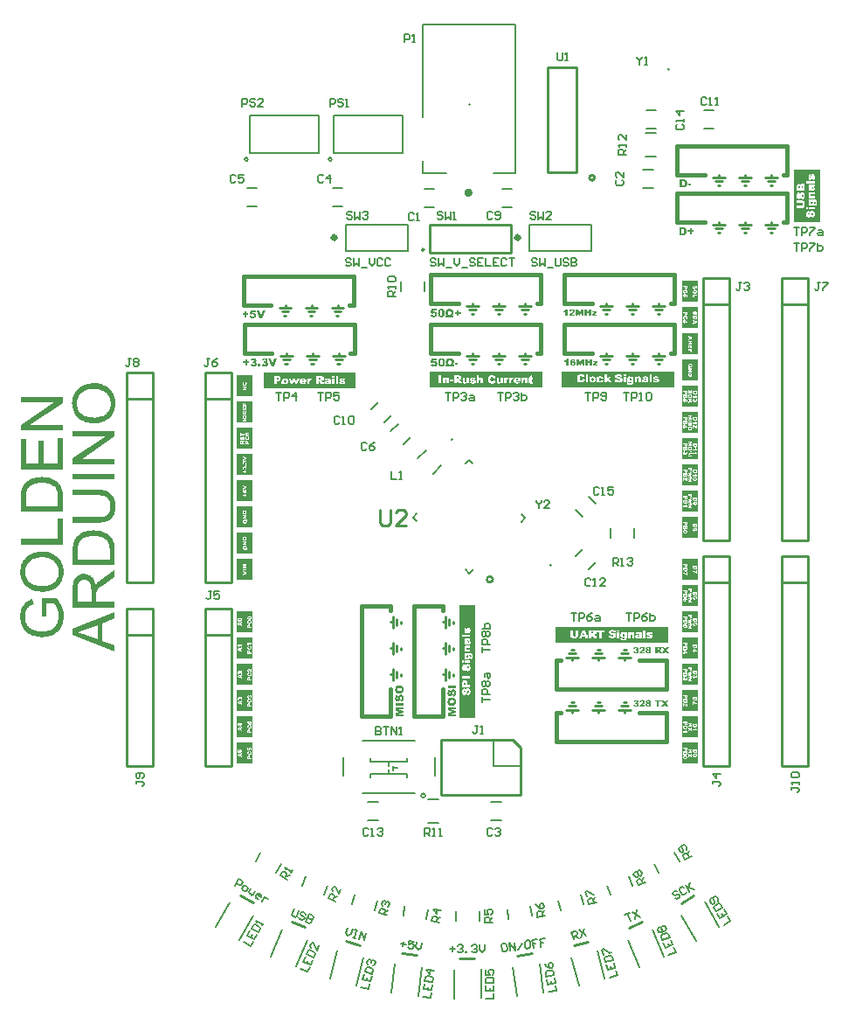
<source format=gto>
G04*
G04 #@! TF.GenerationSoftware,Altium Limited,Altium Designer,24.2.2 (26)*
G04*
G04 Layer_Color=65535*
%FSLAX44Y44*%
%MOMM*%
G71*
G04*
G04 #@! TF.SameCoordinates,F7C56DC2-231D-4419-A4E4-230404E4AC21*
G04*
G04*
G04 #@! TF.FilePolarity,Positive*
G04*
G01*
G75*
%ADD10C,0.4000*%
%ADD11C,0.1524*%
%ADD12C,0.2540*%
%ADD13C,0.5080*%
%ADD14C,0.1000*%
%ADD15C,0.3810*%
%ADD16C,0.1270*%
%ADD17C,0.2286*%
%ADD18C,0.1999*%
%ADD19C,0.2032*%
G36*
X287020Y370840D02*
X281328D01*
Y391160D01*
X287020D01*
Y370840D01*
D02*
G37*
G36*
X276701Y391160D02*
X281328D01*
Y370840D01*
X276701D01*
D01*
X271780D01*
Y391160D01*
X276701D01*
D01*
D02*
G37*
G36*
X287020Y594360D02*
Y574040D01*
X271780D01*
Y594360D01*
X287020D01*
D02*
G37*
G36*
X709241Y533400D02*
X713867D01*
X718820D01*
Y513080D01*
X713867D01*
X709240D01*
Y513080D01*
X703580D01*
Y533400D01*
X709241D01*
Y533400D01*
D02*
G37*
G36*
X287020Y472440D02*
X271780D01*
Y492760D01*
X287020D01*
Y472440D01*
D02*
G37*
G36*
X134234Y612318D02*
X134763D01*
X135410Y612259D01*
X136115Y612141D01*
X136879Y612083D01*
X138584Y611789D01*
X140465Y611319D01*
X142346Y610672D01*
X143286Y610319D01*
X144226Y609849D01*
X144285D01*
X144461Y609732D01*
X144697Y609614D01*
X145049Y609379D01*
X145461Y609144D01*
X145872Y608850D01*
X146989Y608027D01*
X148164Y607028D01*
X149398Y605852D01*
X150574Y604442D01*
X151632Y602796D01*
Y602737D01*
X151750Y602620D01*
X151867Y602326D01*
X152043Y601973D01*
X152220Y601562D01*
X152396Y601092D01*
X152631Y600504D01*
X152866Y599857D01*
X153101Y599152D01*
X153336Y598388D01*
X153689Y596683D01*
X153983Y594861D01*
X154101Y592922D01*
Y592334D01*
X154042Y591981D01*
Y591452D01*
X153924Y590865D01*
X153865Y590218D01*
X153748Y589454D01*
X153395Y587867D01*
X152925Y586163D01*
X152220Y584399D01*
X151808Y583518D01*
X151338Y582636D01*
X151279Y582577D01*
X151221Y582460D01*
X151044Y582225D01*
X150809Y581872D01*
X150574Y581519D01*
X150221Y581108D01*
X149340Y580109D01*
X148282Y578992D01*
X146989Y577816D01*
X145519Y576758D01*
X143815Y575759D01*
X143756D01*
X143580Y575642D01*
X143345Y575524D01*
X142992Y575407D01*
X142522Y575230D01*
X141993Y575054D01*
X141405Y574819D01*
X140758Y574643D01*
X139994Y574408D01*
X139230Y574172D01*
X137467Y573820D01*
X135645Y573585D01*
X133647Y573467D01*
X133588D01*
X133529D01*
X133176D01*
X132647Y573526D01*
X131942D01*
X131119Y573643D01*
X130120Y573761D01*
X129003Y573937D01*
X127828Y574172D01*
X126594Y574408D01*
X125301Y574760D01*
X124008Y575230D01*
X122656Y575759D01*
X121363Y576347D01*
X120070Y577111D01*
X118894Y577934D01*
X117777Y578874D01*
X117718Y578933D01*
X117542Y579109D01*
X117248Y579462D01*
X116896Y579874D01*
X116425Y580403D01*
X115955Y581049D01*
X115426Y581813D01*
X114897Y582695D01*
X114368Y583635D01*
X113839Y584693D01*
X113369Y585869D01*
X112899Y587103D01*
X112546Y588455D01*
X112252Y589865D01*
X112076Y591335D01*
X112017Y592922D01*
Y593451D01*
X112076Y593862D01*
Y594391D01*
X112135Y594920D01*
X112252Y595625D01*
X112370Y596331D01*
X112664Y597859D01*
X113134Y599622D01*
X113839Y601327D01*
X114251Y602208D01*
X114721Y603090D01*
X114780Y603149D01*
X114838Y603266D01*
X115015Y603501D01*
X115191Y603854D01*
X115485Y604207D01*
X115838Y604677D01*
X116660Y605676D01*
X117718Y606734D01*
X119011Y607910D01*
X120540Y609026D01*
X122244Y609967D01*
X122303D01*
X122479Y610084D01*
X122714Y610202D01*
X123067Y610319D01*
X123537Y610555D01*
X124066Y610731D01*
X124713Y610966D01*
X125418Y611201D01*
X126182Y611377D01*
X127005Y611612D01*
X127945Y611847D01*
X128886Y612024D01*
X130943Y612259D01*
X133176Y612377D01*
X133235D01*
X133470D01*
X133764D01*
X134234Y612318D01*
D02*
G37*
G36*
X103177Y593186D02*
X71262Y571909D01*
X103177D01*
Y566737D01*
X62505D01*
Y572262D01*
X94479Y593598D01*
X62505D01*
Y598770D01*
X103177D01*
Y593186D01*
D02*
G37*
G36*
Y528945D02*
X62505D01*
Y558391D01*
X67324D01*
Y534352D01*
X79726D01*
Y556863D01*
X84545D01*
Y534352D01*
X98358D01*
Y559332D01*
X103177D01*
Y528945D01*
D02*
G37*
G36*
X153395Y560478D02*
X121480Y539201D01*
X153395D01*
Y534029D01*
X112723D01*
Y539553D01*
X144697Y560889D01*
X112723D01*
Y566061D01*
X153395D01*
Y560478D01*
D02*
G37*
G36*
Y519158D02*
X112723D01*
Y524566D01*
X153395D01*
Y519158D01*
D02*
G37*
G36*
X83840Y521421D02*
X84310D01*
X85427Y521362D01*
X86720Y521186D01*
X88072Y521010D01*
X89483Y520716D01*
X90893Y520363D01*
X90952D01*
X91070Y520304D01*
X91246Y520246D01*
X91481Y520187D01*
X92128Y519952D01*
X92950Y519599D01*
X93891Y519247D01*
X94831Y518776D01*
X95830Y518189D01*
X96771Y517601D01*
X96888Y517542D01*
X97182Y517307D01*
X97594Y516954D01*
X98123Y516484D01*
X98710Y515955D01*
X99298Y515309D01*
X99945Y514662D01*
X100474Y513898D01*
X100533Y513780D01*
X100709Y513545D01*
X100944Y513134D01*
X101238Y512546D01*
X101590Y511841D01*
X101884Y511018D01*
X102237Y510078D01*
X102531Y509020D01*
Y508902D01*
X102590Y508726D01*
X102648Y508549D01*
X102707Y507962D01*
X102825Y507139D01*
X102942Y506198D01*
X103060Y505082D01*
X103119Y503847D01*
X103177Y502495D01*
Y487860D01*
X62505D01*
Y503495D01*
X62564Y504553D01*
X62622Y505728D01*
X62740Y506904D01*
X62916Y508079D01*
X63092Y509078D01*
Y509137D01*
X63151Y509255D01*
Y509431D01*
X63269Y509666D01*
X63445Y510313D01*
X63739Y511135D01*
X64150Y512076D01*
X64679Y513075D01*
X65267Y514074D01*
X66031Y515015D01*
X66090Y515074D01*
X66149Y515132D01*
X66325Y515309D01*
X66501Y515544D01*
X67089Y516132D01*
X67912Y516837D01*
X68911Y517601D01*
X70087Y518424D01*
X71439Y519188D01*
X72967Y519834D01*
X73025D01*
X73143Y519893D01*
X73378Y520011D01*
X73731Y520069D01*
X74142Y520246D01*
X74612Y520363D01*
X75141Y520481D01*
X75788Y520657D01*
X76434Y520834D01*
X77199Y520951D01*
X78844Y521245D01*
X80666Y521421D01*
X82665Y521480D01*
X82724D01*
X82841D01*
X83135D01*
X83429D01*
X83840Y521421D01*
D02*
G37*
G36*
X137761Y509225D02*
X138349D01*
X139054Y509166D01*
X139759Y509108D01*
X141346Y508931D01*
X142992Y508696D01*
X144579Y508344D01*
X145343Y508109D01*
X146048Y507873D01*
X146107D01*
X146225Y507815D01*
X146401Y507697D01*
X146636Y507580D01*
X147283Y507227D01*
X148105Y506698D01*
X149046Y505993D01*
X149986Y505170D01*
X150985Y504112D01*
X151867Y502819D01*
Y502760D01*
X151985Y502643D01*
X152043Y502466D01*
X152220Y502172D01*
X152396Y501820D01*
X152572Y501349D01*
X152749Y500879D01*
X152984Y500291D01*
X153219Y499645D01*
X153395Y498940D01*
X153572Y498176D01*
X153748Y497294D01*
X153865Y496412D01*
X153983Y495472D01*
X154101Y493356D01*
Y492827D01*
X154042Y492416D01*
Y491945D01*
X153983Y491357D01*
X153924Y490711D01*
X153865Y490065D01*
X153630Y488595D01*
X153278Y487008D01*
X152808Y485480D01*
X152161Y484011D01*
Y483952D01*
X152043Y483834D01*
X151926Y483658D01*
X151808Y483423D01*
X151338Y482776D01*
X150692Y482012D01*
X149869Y481131D01*
X148928Y480308D01*
X147753Y479485D01*
X146460Y478838D01*
X146401D01*
X146283Y478780D01*
X146048Y478721D01*
X145754Y478603D01*
X145402Y478486D01*
X144932Y478368D01*
X144403Y478192D01*
X143756Y478074D01*
X143051Y477957D01*
X142287Y477780D01*
X141464Y477663D01*
X140582Y477545D01*
X139583Y477428D01*
X138525Y477369D01*
X137408Y477310D01*
X136233D01*
X112723D01*
Y482718D01*
X136233D01*
X136292D01*
X136468D01*
X136762D01*
X137114D01*
X137526Y482776D01*
X138055D01*
X139172Y482835D01*
X140465Y482953D01*
X141758Y483129D01*
X142992Y483364D01*
X143521Y483482D01*
X144050Y483658D01*
X144167Y483717D01*
X144461Y483834D01*
X144873Y484128D01*
X145461Y484481D01*
X146048Y484892D01*
X146695Y485480D01*
X147341Y486185D01*
X147870Y487008D01*
X147929Y487126D01*
X148105Y487420D01*
X148282Y487949D01*
X148517Y488654D01*
X148811Y489477D01*
X148987Y490535D01*
X149163Y491651D01*
X149222Y492886D01*
Y493474D01*
X149163Y493826D01*
Y494355D01*
X149105Y494884D01*
X148870Y496177D01*
X148576Y497588D01*
X148105Y498940D01*
X147459Y500233D01*
X147048Y500820D01*
X146577Y501349D01*
X146518Y501408D01*
X146460Y501467D01*
X146283Y501585D01*
X146048Y501761D01*
X145696Y501937D01*
X145343Y502172D01*
X144814Y502407D01*
X144285Y502643D01*
X143638Y502878D01*
X142874Y503054D01*
X141993Y503289D01*
X141052Y503465D01*
X139994Y503642D01*
X138878Y503759D01*
X137585Y503877D01*
X136233D01*
X112723D01*
Y509284D01*
X136233D01*
X136292D01*
X136527D01*
X136821D01*
X137232D01*
X137761Y509225D01*
D02*
G37*
G36*
X103177Y456004D02*
X62505D01*
Y461411D01*
X98358D01*
Y481454D01*
X103177D01*
Y456004D01*
D02*
G37*
G36*
X134058Y469787D02*
X134528D01*
X135645Y469728D01*
X136938Y469552D01*
X138290Y469375D01*
X139701Y469082D01*
X141111Y468729D01*
X141170D01*
X141287Y468670D01*
X141464Y468611D01*
X141699Y468553D01*
X142346Y468317D01*
X143168Y467965D01*
X144109Y467612D01*
X145049Y467142D01*
X146048Y466554D01*
X146989Y465966D01*
X147106Y465908D01*
X147400Y465673D01*
X147812Y465320D01*
X148341Y464850D01*
X148928Y464321D01*
X149516Y463674D01*
X150163Y463028D01*
X150692Y462264D01*
X150750Y462146D01*
X150927Y461911D01*
X151162Y461499D01*
X151456Y460912D01*
X151808Y460206D01*
X152102Y459384D01*
X152455Y458443D01*
X152749Y457385D01*
Y457268D01*
X152808Y457091D01*
X152866Y456915D01*
X152925Y456327D01*
X153043Y455504D01*
X153160Y454564D01*
X153278Y453447D01*
X153336Y452213D01*
X153395Y450861D01*
Y436226D01*
X112723D01*
Y451860D01*
X112781Y452918D01*
X112840Y454094D01*
X112958Y455269D01*
X113134Y456445D01*
X113310Y457444D01*
Y457503D01*
X113369Y457620D01*
Y457797D01*
X113487Y458032D01*
X113663Y458678D01*
X113957Y459501D01*
X114368Y460442D01*
X114897Y461441D01*
X115485Y462440D01*
X116249Y463380D01*
X116308Y463439D01*
X116367Y463498D01*
X116543Y463674D01*
X116719Y463909D01*
X117307Y464497D01*
X118130Y465202D01*
X119129Y465966D01*
X120305Y466789D01*
X121656Y467553D01*
X123185Y468200D01*
X123243D01*
X123361Y468259D01*
X123596Y468376D01*
X123949Y468435D01*
X124360Y468611D01*
X124830Y468729D01*
X125359Y468847D01*
X126006Y469023D01*
X126652Y469199D01*
X127416Y469317D01*
X129062Y469611D01*
X130884Y469787D01*
X132883Y469846D01*
X132941D01*
X133059D01*
X133353D01*
X133647D01*
X134058Y469787D01*
D02*
G37*
G36*
X153395Y424295D02*
X144932Y418946D01*
X144873D01*
X144755Y418828D01*
X144579Y418711D01*
X144344Y418535D01*
X143697Y418123D01*
X142874Y417594D01*
X141993Y416948D01*
X141052Y416301D01*
X140171Y415655D01*
X139348Y415067D01*
X139289Y415008D01*
X139054Y414832D01*
X138701Y414538D01*
X138290Y414126D01*
X137408Y413245D01*
X136997Y412775D01*
X136644Y412304D01*
X136586Y412246D01*
X136527Y412128D01*
X136409Y411893D01*
X136233Y411540D01*
X136056Y411188D01*
X135880Y410776D01*
X135586Y409836D01*
Y409777D01*
X135527Y409660D01*
Y409424D01*
X135469Y409131D01*
X135410Y408719D01*
Y408249D01*
X135351Y407602D01*
Y400667D01*
X153395D01*
Y395259D01*
X112723D01*
Y414126D01*
X112781Y414597D01*
Y415126D01*
X112840Y416360D01*
X113016Y417653D01*
X113193Y419064D01*
X113487Y420357D01*
X113663Y421003D01*
X113839Y421532D01*
Y421591D01*
X113898Y421650D01*
X114074Y422002D01*
X114310Y422531D01*
X114721Y423178D01*
X115250Y423883D01*
X115955Y424647D01*
X116778Y425353D01*
X117718Y426058D01*
X117777D01*
X117836Y426117D01*
X118189Y426352D01*
X118776Y426587D01*
X119541Y426940D01*
X120422Y427233D01*
X121480Y427527D01*
X122597Y427704D01*
X123831Y427762D01*
X123890D01*
X124008D01*
X124243D01*
X124537Y427704D01*
X124948D01*
X125359Y427645D01*
X126358Y427410D01*
X127534Y427057D01*
X128768Y426587D01*
X130003Y425882D01*
X130590Y425411D01*
X131178Y424941D01*
X131237Y424882D01*
X131296Y424824D01*
X131472Y424647D01*
X131648Y424412D01*
X131883Y424118D01*
X132119Y423766D01*
X132412Y423295D01*
X132765Y422825D01*
X133059Y422237D01*
X133353Y421591D01*
X133705Y420886D01*
X133999Y420121D01*
X134234Y419240D01*
X134528Y418358D01*
X134705Y417359D01*
X134881Y416301D01*
X134940Y416419D01*
X135057Y416654D01*
X135292Y417006D01*
X135527Y417477D01*
X136174Y418535D01*
X136586Y419064D01*
X136938Y419534D01*
X137056Y419651D01*
X137350Y419945D01*
X137820Y420415D01*
X138407Y421003D01*
X139230Y421650D01*
X140112Y422414D01*
X141170Y423178D01*
X142346Y424001D01*
X153395Y430995D01*
Y424295D01*
D02*
G37*
G36*
X84017Y449245D02*
X84545D01*
X85192Y449186D01*
X85897Y449068D01*
X86661Y449010D01*
X88366Y448716D01*
X90247Y448246D01*
X92128Y447599D01*
X93068Y447247D01*
X94008Y446776D01*
X94067D01*
X94243Y446659D01*
X94479Y446541D01*
X94831Y446306D01*
X95243Y446071D01*
X95654Y445777D01*
X96771Y444954D01*
X97946Y443955D01*
X99181Y442780D01*
X100356Y441369D01*
X101414Y439723D01*
Y439664D01*
X101532Y439547D01*
X101649Y439253D01*
X101826Y438900D01*
X102002Y438489D01*
X102178Y438019D01*
X102413Y437431D01*
X102648Y436784D01*
X102884Y436079D01*
X103119Y435315D01*
X103471Y433610D01*
X103765Y431788D01*
X103883Y429849D01*
Y429261D01*
X103824Y428909D01*
Y428380D01*
X103706Y427792D01*
X103648Y427145D01*
X103530Y426381D01*
X103177Y424794D01*
X102707Y423090D01*
X102002Y421326D01*
X101590Y420445D01*
X101120Y419563D01*
X101061Y419504D01*
X101003Y419387D01*
X100826Y419152D01*
X100591Y418799D01*
X100356Y418446D01*
X100003Y418035D01*
X99122Y417036D01*
X98064Y415919D01*
X96771Y414743D01*
X95302Y413686D01*
X93597Y412686D01*
X93538D01*
X93362Y412569D01*
X93127Y412451D01*
X92774Y412334D01*
X92304Y412157D01*
X91775Y411981D01*
X91187Y411746D01*
X90541Y411570D01*
X89777Y411335D01*
X89012Y411100D01*
X87249Y410747D01*
X85427Y410512D01*
X83429Y410394D01*
X83370D01*
X83311D01*
X82959D01*
X82430Y410453D01*
X81724D01*
X80901Y410570D01*
X79902Y410688D01*
X78786Y410864D01*
X77610Y411100D01*
X76376Y411335D01*
X75083Y411687D01*
X73790Y412157D01*
X72438Y412686D01*
X71145Y413274D01*
X69852Y414038D01*
X68676Y414861D01*
X67559Y415802D01*
X67501Y415860D01*
X67324Y416037D01*
X67030Y416389D01*
X66678Y416801D01*
X66207Y417330D01*
X65737Y417976D01*
X65208Y418740D01*
X64679Y419622D01*
X64150Y420562D01*
X63621Y421620D01*
X63151Y422796D01*
X62681Y424030D01*
X62328Y425382D01*
X62035Y426792D01*
X61858Y428262D01*
X61799Y429849D01*
Y430378D01*
X61858Y430789D01*
Y431318D01*
X61917Y431847D01*
X62035Y432553D01*
X62152Y433258D01*
X62446Y434786D01*
X62916Y436549D01*
X63621Y438254D01*
X64033Y439135D01*
X64503Y440017D01*
X64562Y440076D01*
X64621Y440193D01*
X64797Y440429D01*
X64973Y440781D01*
X65267Y441134D01*
X65620Y441604D01*
X66443Y442603D01*
X67501Y443661D01*
X68794Y444837D01*
X70322Y445953D01*
X72026Y446894D01*
X72085D01*
X72261Y447011D01*
X72497Y447129D01*
X72849Y447247D01*
X73319Y447482D01*
X73848Y447658D01*
X74495Y447893D01*
X75200Y448128D01*
X75964Y448304D01*
X76787Y448540D01*
X77728Y448775D01*
X78668Y448951D01*
X80725Y449186D01*
X82959Y449304D01*
X83017D01*
X83252D01*
X83546D01*
X84017Y449245D01*
D02*
G37*
G36*
X97594Y404046D02*
X97653Y403929D01*
X97829Y403694D01*
X98064Y403400D01*
X98299Y403047D01*
X98593Y402636D01*
X98946Y402107D01*
X99298Y401578D01*
X100062Y400344D01*
X100885Y398933D01*
X101649Y397463D01*
X102296Y395877D01*
Y395818D01*
X102354Y395700D01*
X102413Y395465D01*
X102531Y395171D01*
X102648Y394760D01*
X102825Y394290D01*
X102942Y393761D01*
X103060Y393232D01*
X103354Y391939D01*
X103648Y390469D01*
X103824Y388882D01*
X103883Y387237D01*
Y386649D01*
X103824Y386237D01*
Y385708D01*
X103765Y385062D01*
X103648Y384357D01*
X103589Y383592D01*
X103236Y381888D01*
X102825Y380066D01*
X102178Y378185D01*
X101826Y377245D01*
X101355Y376304D01*
X101297Y376245D01*
X101238Y376069D01*
X101061Y375834D01*
X100885Y375481D01*
X100591Y375070D01*
X100297Y374659D01*
X99474Y373542D01*
X98417Y372366D01*
X97123Y371132D01*
X95654Y369957D01*
X93950Y368899D01*
X93891D01*
X93715Y368781D01*
X93479Y368663D01*
X93068Y368487D01*
X92657Y368311D01*
X92069Y368134D01*
X91481Y367899D01*
X90776Y367664D01*
X90012Y367429D01*
X89130Y367194D01*
X88248Y367018D01*
X87308Y366841D01*
X85251Y366548D01*
X83076Y366430D01*
X83017D01*
X82782D01*
X82488D01*
X82077Y366489D01*
X81548D01*
X80901Y366548D01*
X80255Y366665D01*
X79491Y366724D01*
X78668Y366900D01*
X77786Y367018D01*
X75905Y367488D01*
X73966Y368076D01*
X72026Y368899D01*
X71968Y368957D01*
X71791Y369016D01*
X71556Y369134D01*
X71203Y369369D01*
X70733Y369604D01*
X70263Y369898D01*
X69146Y370721D01*
X67853Y371720D01*
X66619Y372954D01*
X65385Y374365D01*
X64856Y375188D01*
X64327Y376010D01*
X64268Y376069D01*
X64209Y376245D01*
X64092Y376481D01*
X63915Y376833D01*
X63739Y377304D01*
X63504Y377832D01*
X63269Y378420D01*
X63034Y379126D01*
X62799Y379890D01*
X62622Y380713D01*
X62387Y381594D01*
X62211Y382534D01*
X61917Y384592D01*
X61799Y385650D01*
Y387530D01*
X61858Y387883D01*
Y388353D01*
X61976Y389470D01*
X62152Y390704D01*
X62446Y391997D01*
X62799Y393408D01*
X63269Y394760D01*
Y394819D01*
X63327Y394936D01*
X63386Y395112D01*
X63504Y395348D01*
X63857Y395994D01*
X64268Y396817D01*
X64856Y397699D01*
X65561Y398639D01*
X66325Y399521D01*
X67266Y400344D01*
X67383Y400461D01*
X67736Y400696D01*
X68265Y401049D01*
X69029Y401519D01*
X69969Y401989D01*
X71145Y402518D01*
X72438Y403047D01*
X73907Y403459D01*
X75200Y398580D01*
X75141D01*
X75083Y398521D01*
X74906Y398463D01*
X74671Y398404D01*
X74142Y398228D01*
X73437Y397993D01*
X72614Y397640D01*
X71850Y397228D01*
X71027Y396817D01*
X70322Y396288D01*
X70263Y396229D01*
X70028Y396053D01*
X69734Y395700D01*
X69323Y395289D01*
X68852Y394760D01*
X68382Y394054D01*
X67912Y393290D01*
X67501Y392409D01*
X67442Y392291D01*
X67324Y391997D01*
X67148Y391468D01*
X66913Y390763D01*
X66736Y389940D01*
X66560Y389000D01*
X66443Y387942D01*
X66384Y386825D01*
Y386179D01*
X66443Y385885D01*
Y385532D01*
X66501Y384650D01*
X66678Y383651D01*
X66854Y382534D01*
X67148Y381477D01*
X67559Y380419D01*
X67618Y380301D01*
X67736Y379948D01*
X68030Y379478D01*
X68323Y378890D01*
X68794Y378185D01*
X69264Y377421D01*
X69852Y376716D01*
X70498Y376069D01*
X70557Y376010D01*
X70792Y375775D01*
X71203Y375481D01*
X71674Y375129D01*
X72261Y374717D01*
X72967Y374306D01*
X73731Y373895D01*
X74554Y373483D01*
X74612D01*
X74730Y373424D01*
X74906Y373366D01*
X75200Y373248D01*
X75553Y373130D01*
X75964Y373013D01*
X76434Y372836D01*
X76964Y372719D01*
X78198Y372425D01*
X79608Y372190D01*
X81078Y372014D01*
X82724Y371955D01*
X82782D01*
X82959D01*
X83252D01*
X83605Y372014D01*
X84075D01*
X84663Y372072D01*
X85251Y372131D01*
X85897Y372190D01*
X87367Y372425D01*
X88895Y372719D01*
X90423Y373189D01*
X91892Y373777D01*
X91951D01*
X92069Y373895D01*
X92245Y373953D01*
X92480Y374130D01*
X93127Y374541D01*
X93950Y375188D01*
X94831Y375952D01*
X95713Y376892D01*
X96536Y378009D01*
X97300Y379243D01*
Y379302D01*
X97359Y379419D01*
X97476Y379596D01*
X97594Y379890D01*
X97711Y380183D01*
X97829Y380595D01*
X98181Y381535D01*
X98475Y382711D01*
X98769Y384004D01*
X99004Y385415D01*
X99063Y386884D01*
Y387472D01*
X99004Y387824D01*
Y388177D01*
X98887Y389059D01*
X98769Y390117D01*
X98534Y391233D01*
X98181Y392468D01*
X97770Y393702D01*
Y393761D01*
X97711Y393878D01*
X97653Y393996D01*
X97535Y394231D01*
X97241Y394877D01*
X96888Y395583D01*
X96477Y396406D01*
X96007Y397287D01*
X95478Y398110D01*
X94890Y398815D01*
X87249D01*
Y386825D01*
X82430D01*
Y404105D01*
X97535D01*
X97594Y404046D01*
D02*
G37*
G36*
X153395Y384739D02*
X141052Y379978D01*
Y362933D01*
X153395Y358525D01*
Y352823D01*
X112723Y368340D01*
Y374218D01*
X153395Y390851D01*
Y384739D01*
D02*
G37*
G36*
X718820Y640080D02*
X703580D01*
Y660400D01*
X718820D01*
Y640080D01*
D02*
G37*
G36*
X567690Y608330D02*
X458470D01*
Y623570D01*
X567690D01*
Y608330D01*
D02*
G37*
G36*
X502920Y288290D02*
X487680D01*
Y397510D01*
X502920D01*
Y288290D01*
D02*
G37*
G36*
X281328Y314960D02*
Y294640D01*
X271780D01*
Y314960D01*
X276701D01*
D01*
X281328D01*
D02*
G37*
G36*
X287020Y294640D02*
X281328D01*
Y314960D01*
X287020D01*
Y294640D01*
D02*
G37*
G36*
X718820Y563880D02*
X713962D01*
D01*
X709209D01*
X703580D01*
Y584200D01*
X709209D01*
X713962D01*
D01*
X718820D01*
Y563880D01*
D02*
G37*
G36*
Y589280D02*
X713931D01*
Y609600D01*
X718820D01*
Y589280D01*
D02*
G37*
G36*
X709177Y589280D02*
X703580D01*
Y609600D01*
X709177D01*
Y589280D01*
D02*
G37*
G36*
X713931Y589280D02*
X709177D01*
Y609600D01*
X713931D01*
Y589280D01*
D02*
G37*
G36*
X709272Y416560D02*
X713899D01*
D01*
X718820D01*
Y396240D01*
X713899D01*
D01*
X709272D01*
Y396240D01*
X703580D01*
Y416560D01*
X709272D01*
Y416560D01*
D02*
G37*
G36*
X716882Y306890D02*
X716875Y306728D01*
X716847Y306587D01*
X716812Y306474D01*
X716769Y306383D01*
X716720Y306313D01*
X716685Y306263D01*
X716657Y306228D01*
X716650Y306221D01*
X716601Y306186D01*
X716551Y306151D01*
X716425Y306102D01*
X716284Y306066D01*
X716150Y306045D01*
X716017Y306024D01*
X715960D01*
X715911Y306017D01*
X715869D01*
X715841D01*
X715820D01*
X715813D01*
X715651Y306024D01*
X715517Y306031D01*
X715398Y306045D01*
X715306Y306059D01*
X715236Y306080D01*
X715186Y306095D01*
X715151Y306102D01*
X715144Y306109D01*
X715074Y306144D01*
X715011Y306186D01*
X714961Y306228D01*
X714926Y306271D01*
X714891Y306306D01*
X714870Y306334D01*
X714863Y306355D01*
X714856Y306362D01*
X714828Y306432D01*
X714814Y306510D01*
X714799Y306601D01*
X714785Y306686D01*
Y306770D01*
X714778Y306833D01*
Y307185D01*
X716882D01*
Y306890D01*
D02*
G37*
G36*
X717755Y304821D02*
X715834D01*
X715982Y304828D01*
X716115Y304835D01*
X716242Y304849D01*
X716354Y304870D01*
X716446Y304891D01*
X716516Y304905D01*
X716544Y304913D01*
X716565D01*
X716572Y304920D01*
X716580D01*
X716706Y304962D01*
X716826Y305004D01*
X716931Y305053D01*
X717023Y305103D01*
X717100Y305152D01*
X717150Y305187D01*
X717185Y305215D01*
X717199Y305222D01*
X717290Y305307D01*
X717375Y305391D01*
X717445Y305483D01*
X717501Y305567D01*
X717551Y305644D01*
X717579Y305701D01*
X717600Y305743D01*
X717607Y305750D01*
Y305757D01*
X717656Y305884D01*
X717691Y306024D01*
X717719Y306165D01*
X717733Y306306D01*
X717747Y306425D01*
Y306474D01*
X717755Y306524D01*
Y304821D01*
D02*
G37*
G36*
X713906Y306482D02*
X713913Y306362D01*
X713927Y306235D01*
X713948Y306130D01*
X713969Y306031D01*
X713983Y305954D01*
X713990Y305926D01*
Y305905D01*
X713997Y305898D01*
Y305891D01*
X714033Y305785D01*
X714082Y305686D01*
X714131Y305602D01*
X714180Y305518D01*
X714230Y305454D01*
X714272Y305405D01*
X714300Y305377D01*
X714307Y305363D01*
X714398Y305271D01*
X714497Y305194D01*
X714588Y305124D01*
X714680Y305067D01*
X714757Y305025D01*
X714821Y304997D01*
X714863Y304976D01*
X714870Y304969D01*
X714877D01*
X715018Y304920D01*
X715172Y304884D01*
X715334Y304856D01*
X715482Y304842D01*
X715623Y304828D01*
X715679D01*
X715735Y304821D01*
X713899D01*
Y306608D01*
X713906Y306482D01*
D02*
G37*
G36*
X718820Y294640D02*
X713899D01*
Y301226D01*
X717818D01*
X714771D01*
Y302907D01*
X714863Y302802D01*
X714940Y302724D01*
X714961Y302696D01*
X714982Y302675D01*
X714989Y302661D01*
X714996Y302654D01*
X715039Y302605D01*
X715088Y302542D01*
X715137Y302464D01*
X715186Y302394D01*
X715236Y302323D01*
X715278Y302267D01*
X715306Y302232D01*
X715313Y302218D01*
X715384Y302119D01*
X715454Y302028D01*
X715524Y301943D01*
X715587Y301866D01*
X715651Y301803D01*
X715707Y301739D01*
X715813Y301634D01*
X715897Y301556D01*
X715960Y301507D01*
X716003Y301472D01*
X716017Y301465D01*
X716136Y301395D01*
X716256Y301345D01*
X716376Y301303D01*
X716474Y301282D01*
X716565Y301268D01*
X716636Y301254D01*
X716657D01*
X716678D01*
X716685D01*
X716692D01*
X716812Y301261D01*
X716924Y301282D01*
X717030Y301310D01*
X717114Y301345D01*
X717192Y301381D01*
X717241Y301409D01*
X717276Y301430D01*
X717290Y301437D01*
X717382Y301507D01*
X717466Y301592D01*
X717529Y301676D01*
X717586Y301754D01*
X717628Y301824D01*
X717663Y301887D01*
X717677Y301922D01*
X717684Y301929D01*
Y301936D01*
X717726Y302063D01*
X717762Y302204D01*
X717783Y302351D01*
X717804Y302492D01*
X717811Y302619D01*
Y302675D01*
X717818Y302724D01*
Y302816D01*
X717811Y303006D01*
X717797Y303175D01*
X717776Y303323D01*
X717747Y303442D01*
X717719Y303541D01*
X717698Y303611D01*
X717684Y303653D01*
X717677Y303660D01*
Y303667D01*
X717621Y303780D01*
X717558Y303871D01*
X717494Y303956D01*
X717431Y304019D01*
X717375Y304075D01*
X717332Y304118D01*
X717304Y304139D01*
X717290Y304146D01*
X717185Y304202D01*
X717072Y304251D01*
X716960Y304286D01*
X716847Y304322D01*
X716741Y304343D01*
X716664Y304357D01*
X716629Y304364D01*
X716608Y304371D01*
X716594D01*
X716587D01*
X716502Y303294D01*
X716615Y303273D01*
X716706Y303252D01*
X716784Y303224D01*
X716847Y303196D01*
X716896Y303168D01*
X716931Y303147D01*
X716945Y303132D01*
X716953Y303125D01*
X716995Y303069D01*
X717030Y303013D01*
X717051Y302957D01*
X717072Y302907D01*
X717079Y302858D01*
X717086Y302823D01*
Y302788D01*
X717079Y302717D01*
X717065Y302654D01*
X717044Y302598D01*
X717023Y302549D01*
X717002Y302506D01*
X716981Y302478D01*
X716966Y302464D01*
X716960Y302457D01*
X716910Y302415D01*
X716861Y302380D01*
X716812Y302359D01*
X716762Y302337D01*
X716720Y302330D01*
X716685Y302323D01*
X716664D01*
X716657D01*
X716594Y302330D01*
X716537Y302344D01*
X716474Y302366D01*
X716425Y302387D01*
X716376Y302415D01*
X716340Y302436D01*
X716319Y302450D01*
X716312Y302457D01*
X716277Y302485D01*
X716235Y302520D01*
X716150Y302605D01*
X716066Y302710D01*
X715975Y302809D01*
X715897Y302907D01*
X715834Y302985D01*
X715813Y303020D01*
X715792Y303041D01*
X715785Y303055D01*
X715778Y303062D01*
X715672Y303203D01*
X715573Y303330D01*
X715475Y303449D01*
X715384Y303555D01*
X715292Y303653D01*
X715215Y303738D01*
X715137Y303815D01*
X715067Y303878D01*
X715004Y303935D01*
X714947Y303991D01*
X714898Y304026D01*
X714863Y304061D01*
X714828Y304089D01*
X714807Y304104D01*
X714792Y304111D01*
X714785Y304118D01*
X714631Y304209D01*
X714469Y304286D01*
X714321Y304343D01*
X714187Y304385D01*
X714068Y304420D01*
X714018Y304427D01*
X713976Y304434D01*
X713948Y304441D01*
X713920Y304448D01*
X713899D01*
Y304821D01*
X717755D01*
Y308374D01*
X713899D01*
Y314960D01*
X718820D01*
Y294640D01*
D02*
G37*
G36*
X713899Y294640D02*
X703580D01*
Y314960D01*
X713899D01*
Y294640D01*
D02*
G37*
G36*
X836930Y768350D02*
X822386D01*
X811530D01*
Y819150D01*
X822386D01*
D01*
X836930D01*
Y768350D01*
D02*
G37*
G36*
X287020Y447040D02*
X271780D01*
Y467360D01*
X287020D01*
Y447040D01*
D02*
G37*
G36*
X465548Y682355D02*
X462080D01*
X461897Y681199D01*
X461911Y681213D01*
X461953Y681227D01*
X462038Y681255D01*
X462122Y681298D01*
X462235Y681340D01*
X462362Y681382D01*
X462616Y681452D01*
X462630D01*
X462672Y681467D01*
X462742Y681481D01*
X462841Y681495D01*
X462940Y681509D01*
X463052Y681523D01*
X463306Y681537D01*
X463419D01*
X463504Y681523D01*
X463602D01*
X463715Y681495D01*
X463969Y681452D01*
X464279Y681368D01*
X464589Y681241D01*
X464744Y681156D01*
X464899Y681072D01*
X465040Y680959D01*
X465181Y680832D01*
X465195Y680818D01*
X465209Y680804D01*
X465252Y680762D01*
X465294Y680705D01*
X465350Y680635D01*
X465407Y680550D01*
X465548Y680353D01*
X465689Y680099D01*
X465802Y679789D01*
X465886Y679451D01*
X465900Y679268D01*
X465914Y679070D01*
Y679056D01*
Y679042D01*
Y679000D01*
Y678943D01*
X465900Y678802D01*
X465872Y678605D01*
X465816Y678393D01*
X465759Y678154D01*
X465661Y677886D01*
X465534Y677632D01*
Y677618D01*
X465519Y677604D01*
X465463Y677520D01*
X465378Y677393D01*
X465266Y677237D01*
X465111Y677068D01*
X464927Y676899D01*
X464716Y676730D01*
X464476Y676575D01*
X464462D01*
X464448Y676561D01*
X464406Y676547D01*
X464350Y676519D01*
X464293Y676490D01*
X464208Y676462D01*
X464011Y676406D01*
X463757Y676335D01*
X463447Y676279D01*
X463109Y676237D01*
X462728Y676223D01*
X462601D01*
X462461Y676237D01*
X462277D01*
X462080Y676251D01*
X461854Y676279D01*
X461629Y676321D01*
X461417Y676364D01*
X461389Y676378D01*
X461333Y676392D01*
X461234Y676420D01*
X461107Y676476D01*
X460952Y676533D01*
X460797Y676603D01*
X460487Y676786D01*
X460473Y676801D01*
X460430Y676843D01*
X460360Y676899D01*
X460261Y676984D01*
X460163Y677068D01*
X460064Y677181D01*
X459867Y677435D01*
X459852Y677449D01*
X459824Y677505D01*
X459782Y677576D01*
X459740Y677689D01*
X459669Y677815D01*
X459613Y677971D01*
X459542Y678154D01*
X459486Y678351D01*
X461657Y678591D01*
Y678563D01*
X461671Y678506D01*
X461699Y678408D01*
X461727Y678295D01*
X461770Y678168D01*
X461840Y678041D01*
X461911Y677914D01*
X462009Y677801D01*
X462024Y677787D01*
X462066Y677759D01*
X462122Y677717D01*
X462207Y677674D01*
X462305Y677618D01*
X462432Y677576D01*
X462573Y677548D01*
X462714Y677534D01*
X462785D01*
X462869Y677548D01*
X462982Y677576D01*
X463095Y677618D01*
X463222Y677674D01*
X463349Y677759D01*
X463461Y677872D01*
X463475Y677886D01*
X463504Y677942D01*
X463560Y678013D01*
X463616Y678126D01*
X463659Y678267D01*
X463715Y678436D01*
X463743Y678633D01*
X463757Y678873D01*
Y678887D01*
Y678901D01*
Y678986D01*
X463743Y679112D01*
X463715Y679253D01*
X463687Y679423D01*
X463630Y679592D01*
X463560Y679747D01*
X463461Y679888D01*
X463447Y679902D01*
X463405Y679944D01*
X463349Y679986D01*
X463250Y680057D01*
X463137Y680113D01*
X463010Y680156D01*
X462841Y680198D01*
X462672Y680212D01*
X462616D01*
X462559Y680198D01*
X462475D01*
X462291Y680142D01*
X462178Y680113D01*
X462066Y680057D01*
X462052D01*
X462024Y680029D01*
X461981Y680001D01*
X461925Y679958D01*
X461854Y679902D01*
X461770Y679831D01*
X461685Y679747D01*
X461586Y679648D01*
X459768Y679916D01*
X460445Y684075D01*
X465548D01*
Y682355D01*
D02*
G37*
G36*
X486933Y681058D02*
X488963D01*
Y679352D01*
X486933D01*
Y677336D01*
X485227D01*
Y679352D01*
X483211D01*
Y681058D01*
X485227D01*
Y683088D01*
X486933D01*
Y681058D01*
D02*
G37*
G36*
X478334Y684187D02*
X478503Y684173D01*
X478686Y684159D01*
X478898Y684131D01*
X479137Y684089D01*
X479617Y683976D01*
X479870Y683905D01*
X480110Y683821D01*
X480364Y683708D01*
X480589Y683581D01*
X480815Y683440D01*
X481012Y683285D01*
X481026Y683271D01*
X481054Y683243D01*
X481111Y683186D01*
X481167Y683116D01*
X481252Y683017D01*
X481336Y682905D01*
X481435Y682764D01*
X481534Y682608D01*
X481618Y682439D01*
X481717Y682242D01*
X481802Y682030D01*
X481886Y681791D01*
X481942Y681537D01*
X481999Y681269D01*
X482027Y680973D01*
X482041Y680663D01*
Y680649D01*
Y680635D01*
Y680593D01*
Y680536D01*
X482027Y680381D01*
X481999Y680184D01*
X481942Y679958D01*
X481872Y679690D01*
X481773Y679423D01*
X481646Y679127D01*
Y679112D01*
X481632Y679098D01*
X481604Y679056D01*
X481576Y679000D01*
X481506Y678859D01*
X481407Y678704D01*
X481280Y678520D01*
X481139Y678337D01*
X480984Y678168D01*
X480829Y678027D01*
X481971D01*
Y676349D01*
X478489D01*
Y678027D01*
X478503Y678041D01*
X478545Y678069D01*
X478601Y678111D01*
X478672Y678182D01*
X478757Y678267D01*
X478855Y678365D01*
X478968Y678492D01*
X479081Y678633D01*
X479179Y678802D01*
X479292Y678986D01*
X479391Y679183D01*
X479476Y679408D01*
X479546Y679662D01*
X479602Y679916D01*
X479645Y680198D01*
X479659Y680508D01*
Y680536D01*
Y680593D01*
X479645Y680677D01*
X479631Y680804D01*
X479602Y680945D01*
X479574Y681114D01*
X479518Y681283D01*
X479447Y681467D01*
X479363Y681636D01*
X479250Y681805D01*
X479123Y681974D01*
X478968Y682115D01*
X478771Y682242D01*
X478559Y682327D01*
X478306Y682397D01*
X478009Y682411D01*
X477939D01*
X477883Y682397D01*
X477742Y682383D01*
X477558Y682355D01*
X477375Y682284D01*
X477178Y682200D01*
X476980Y682073D01*
X476811Y681904D01*
X476797Y681875D01*
X476755Y681805D01*
X476684Y681692D01*
X476614Y681537D01*
X476543Y681340D01*
X476473Y681100D01*
X476431Y680818D01*
X476417Y680508D01*
Y680494D01*
Y680438D01*
X476431Y680353D01*
Y680254D01*
X476459Y680113D01*
X476473Y679958D01*
X476515Y679789D01*
X476558Y679606D01*
X476628Y679423D01*
X476698Y679211D01*
X476797Y679014D01*
X476910Y678802D01*
X477051Y678591D01*
X477206Y678393D01*
X477375Y678210D01*
X477587Y678027D01*
Y676349D01*
X474090D01*
Y678027D01*
X475232D01*
X475218Y678041D01*
X475162Y678083D01*
X475077Y678168D01*
X474964Y678281D01*
X474838Y678436D01*
X474697Y678633D01*
X474556Y678859D01*
X474415Y679127D01*
Y679141D01*
X474401Y679169D01*
X474386Y679197D01*
X474358Y679253D01*
X474288Y679408D01*
X474231Y679606D01*
X474161Y679846D01*
X474090Y680099D01*
X474048Y680381D01*
X474034Y680663D01*
Y680677D01*
Y680734D01*
X474048Y680818D01*
Y680931D01*
X474062Y681072D01*
X474090Y681227D01*
X474119Y681410D01*
X474161Y681593D01*
X474217Y681805D01*
X474288Y682016D01*
X474372Y682228D01*
X474471Y682439D01*
X474584Y682651D01*
X474725Y682862D01*
X474880Y683060D01*
X475063Y683243D01*
X475077Y683257D01*
X475106Y683285D01*
X475176Y683327D01*
X475261Y683398D01*
X475359Y683468D01*
X475500Y683553D01*
X475641Y683638D01*
X475824Y683722D01*
X476022Y683807D01*
X476247Y683905D01*
X476487Y683976D01*
X476741Y684046D01*
X477037Y684117D01*
X477333Y684159D01*
X477657Y684187D01*
X478009Y684202D01*
X478207D01*
X478334Y684187D01*
D02*
G37*
G36*
X470256D02*
X470439Y684173D01*
X470637Y684159D01*
X470848Y684117D01*
X471060Y684075D01*
X471257Y684004D01*
X471285Y683990D01*
X471342Y683976D01*
X471440Y683920D01*
X471553Y683863D01*
X471680Y683793D01*
X471821Y683708D01*
X471948Y683609D01*
X472075Y683497D01*
X472089Y683483D01*
X472131Y683440D01*
X472187Y683384D01*
X472258Y683299D01*
X472342Y683215D01*
X472427Y683102D01*
X472582Y682848D01*
X472596Y682834D01*
X472610Y682792D01*
X472653Y682721D01*
X472695Y682623D01*
X472737Y682510D01*
X472780Y682369D01*
X472836Y682228D01*
X472878Y682059D01*
Y682045D01*
X472892Y682016D01*
X472906Y681974D01*
X472920Y681904D01*
X472934Y681833D01*
X472949Y681734D01*
X472991Y681509D01*
X473033Y681241D01*
X473075Y680945D01*
X473090Y680607D01*
X473104Y680268D01*
Y680240D01*
Y680170D01*
Y680071D01*
X473090Y679930D01*
X473075Y679747D01*
X473061Y679549D01*
X473047Y679338D01*
X473019Y679098D01*
X472934Y678591D01*
X472808Y678083D01*
X472723Y677844D01*
X472624Y677604D01*
X472512Y677393D01*
X472385Y677195D01*
X472371Y677181D01*
X472357Y677153D01*
X472314Y677111D01*
X472244Y677040D01*
X472159Y676970D01*
X472061Y676885D01*
X471948Y676801D01*
X471807Y676716D01*
X471652Y676617D01*
X471468Y676533D01*
X471271Y676448D01*
X471045Y676378D01*
X470806Y676307D01*
X470538Y676265D01*
X470242Y676237D01*
X469932Y676223D01*
X469763D01*
X469678Y676237D01*
X469594D01*
X469368Y676265D01*
X469114Y676293D01*
X468846Y676349D01*
X468579Y676434D01*
X468339Y676533D01*
X468311Y676547D01*
X468240Y676589D01*
X468128Y676660D01*
X468001Y676758D01*
X467831Y676885D01*
X467676Y677040D01*
X467507Y677223D01*
X467352Y677435D01*
X467338Y677449D01*
X467310Y677520D01*
X467253Y677604D01*
X467197Y677745D01*
X467127Y677900D01*
X467056Y678097D01*
X466986Y678337D01*
X466929Y678591D01*
Y678605D01*
Y678619D01*
X466915Y678661D01*
X466901Y678718D01*
X466887Y678873D01*
X466859Y679084D01*
X466830Y679324D01*
X466802Y679606D01*
X466788Y679916D01*
X466774Y680240D01*
Y680268D01*
Y680339D01*
Y680452D01*
X466788Y680593D01*
X466802Y680776D01*
X466816Y680987D01*
X466845Y681213D01*
X466873Y681452D01*
X466972Y681960D01*
X467113Y682467D01*
X467197Y682707D01*
X467310Y682933D01*
X467423Y683130D01*
X467564Y683313D01*
X467578Y683327D01*
X467606Y683356D01*
X467648Y683398D01*
X467719Y683454D01*
X467803Y683525D01*
X467902Y683595D01*
X468029Y683680D01*
X468170Y683764D01*
X468325Y683835D01*
X468508Y683920D01*
X468705Y683990D01*
X468917Y684061D01*
X469156Y684117D01*
X469410Y684159D01*
X469692Y684187D01*
X469988Y684202D01*
X470115D01*
X470256Y684187D01*
D02*
G37*
G36*
X709272Y482600D02*
X713899D01*
D01*
X718820D01*
Y462280D01*
X713899D01*
D01*
X709272D01*
Y462280D01*
X703580D01*
Y482600D01*
X709272D01*
Y482600D01*
D02*
G37*
G36*
X287020Y243840D02*
X281296D01*
Y243840D01*
X276669D01*
Y243840D01*
X271780D01*
Y264160D01*
X276669D01*
Y264160D01*
X281296D01*
Y264160D01*
X287020D01*
Y243840D01*
D02*
G37*
G36*
X689610Y360680D02*
X580390D01*
Y375920D01*
X689610D01*
Y360680D01*
D02*
G37*
G36*
X716882Y281134D02*
X716875Y280972D01*
X716847Y280832D01*
X716812Y280719D01*
X716769Y280628D01*
X716720Y280557D01*
X716685Y280508D01*
X716657Y280473D01*
X716650Y280466D01*
X716601Y280431D01*
X716551Y280396D01*
X716425Y280346D01*
X716284Y280311D01*
X716150Y280290D01*
X716017Y280269D01*
X715960D01*
X715911Y280262D01*
X715869D01*
X715841D01*
X715820D01*
X715813D01*
X715651Y280269D01*
X715517Y280276D01*
X715398Y280290D01*
X715306Y280304D01*
X715236Y280325D01*
X715186Y280339D01*
X715151Y280346D01*
X715144Y280353D01*
X715074Y280389D01*
X715011Y280431D01*
X714961Y280473D01*
X714926Y280515D01*
X714891Y280550D01*
X714870Y280578D01*
X714863Y280600D01*
X714856Y280607D01*
X714828Y280677D01*
X714814Y280754D01*
X714799Y280846D01*
X714785Y280930D01*
Y281015D01*
X714778Y281078D01*
Y281430D01*
X716882D01*
Y281134D01*
D02*
G37*
G36*
X717755Y279066D02*
X715834D01*
X715982Y279073D01*
X716115Y279080D01*
X716242Y279094D01*
X716354Y279115D01*
X716446Y279136D01*
X716516Y279150D01*
X716544Y279157D01*
X716565D01*
X716572Y279164D01*
X716580D01*
X716706Y279207D01*
X716826Y279249D01*
X716931Y279298D01*
X717023Y279347D01*
X717100Y279396D01*
X717150Y279432D01*
X717185Y279460D01*
X717199Y279467D01*
X717290Y279551D01*
X717375Y279636D01*
X717445Y279727D01*
X717501Y279812D01*
X717551Y279889D01*
X717579Y279945D01*
X717600Y279988D01*
X717607Y279995D01*
Y280002D01*
X717656Y280128D01*
X717691Y280269D01*
X717719Y280410D01*
X717733Y280550D01*
X717747Y280670D01*
Y280719D01*
X717755Y280769D01*
Y279066D01*
D02*
G37*
G36*
X713906Y280726D02*
X713913Y280607D01*
X713927Y280480D01*
X713948Y280374D01*
X713969Y280276D01*
X713983Y280199D01*
X713990Y280170D01*
Y280149D01*
X713997Y280142D01*
Y280135D01*
X714033Y280030D01*
X714082Y279931D01*
X714131Y279847D01*
X714180Y279762D01*
X714230Y279699D01*
X714272Y279650D01*
X714300Y279622D01*
X714307Y279608D01*
X714398Y279516D01*
X714497Y279439D01*
X714588Y279368D01*
X714680Y279312D01*
X714757Y279270D01*
X714821Y279242D01*
X714863Y279221D01*
X714870Y279214D01*
X714877D01*
X715018Y279164D01*
X715172Y279129D01*
X715334Y279101D01*
X715482Y279087D01*
X715623Y279073D01*
X715679D01*
X715735Y279066D01*
X713899D01*
Y280853D01*
X713906Y280726D01*
D02*
G37*
G36*
X718820Y269240D02*
X713899D01*
Y276181D01*
X717818D01*
Y277068D01*
X717684Y277138D01*
X717565Y277215D01*
X717459Y277293D01*
X717375Y277370D01*
X717297Y277440D01*
X717241Y277497D01*
X717213Y277532D01*
X717199Y277539D01*
Y277546D01*
X717107Y277666D01*
X717030Y277806D01*
X716960Y277947D01*
X716896Y278081D01*
X716847Y278200D01*
X716826Y278257D01*
X716805Y278299D01*
X716798Y278341D01*
X716784Y278369D01*
X716777Y278383D01*
Y278390D01*
X715904D01*
X715946Y278257D01*
X715982Y278137D01*
X716024Y278039D01*
X716059Y277947D01*
X716087Y277877D01*
X716108Y277820D01*
X716122Y277792D01*
X716129Y277778D01*
X716179Y277687D01*
X716235Y277595D01*
X716291Y277504D01*
X716340Y277426D01*
X716390Y277363D01*
X716425Y277307D01*
X716453Y277279D01*
X716460Y277265D01*
X713899D01*
Y278390D01*
X713899D01*
Y279066D01*
X717755D01*
Y282619D01*
X713899D01*
Y289560D01*
X718820D01*
Y269240D01*
D02*
G37*
G36*
X713899Y269240D02*
X703580D01*
Y289560D01*
X713899D01*
Y269240D01*
D02*
G37*
G36*
X287020Y599440D02*
X271780D01*
Y619760D01*
X287020D01*
Y599440D01*
D02*
G37*
G36*
X276669Y365760D02*
Y345440D01*
X271780D01*
Y365760D01*
X276669D01*
D02*
G37*
G36*
X287020Y345440D02*
X281296D01*
Y345440D01*
X276669D01*
Y365760D01*
X281296D01*
Y365760D01*
X287020D01*
Y345440D01*
D02*
G37*
G36*
X287020Y269240D02*
X281296D01*
Y269240D01*
X276669D01*
Y289560D01*
X281296D01*
Y289560D01*
X287020D01*
Y269240D01*
D02*
G37*
G36*
X276669Y289560D02*
Y269240D01*
X271780D01*
Y289560D01*
X276669D01*
D02*
G37*
G36*
X718820Y614680D02*
X703580D01*
Y635000D01*
X718820D01*
Y614680D01*
D02*
G37*
G36*
X695960Y608330D02*
X586740D01*
Y623570D01*
X695960D01*
Y608330D01*
D02*
G37*
G36*
X709272Y264160D02*
X713899D01*
D01*
X718820D01*
Y243840D01*
X713899D01*
D01*
X709272D01*
Y243840D01*
X703580D01*
Y264160D01*
X709272D01*
Y264160D01*
D02*
G37*
G36*
Y391160D02*
X713899D01*
D01*
X718820D01*
Y370840D01*
X713899D01*
D01*
X709272D01*
Y370840D01*
X703580D01*
Y391160D01*
X709272D01*
Y391160D01*
D02*
G37*
G36*
X287020Y497840D02*
X271780D01*
Y518160D01*
X287020D01*
Y497840D01*
D02*
G37*
G36*
X287020Y548640D02*
X279014D01*
X271780D01*
Y568960D01*
X279014D01*
X287020D01*
Y548640D01*
D02*
G37*
G36*
X709272Y685800D02*
X713899D01*
D01*
X718820D01*
Y665480D01*
X713899D01*
D01*
X709272D01*
Y665480D01*
X703580D01*
Y685800D01*
X709272D01*
Y685800D01*
D02*
G37*
G36*
X386790Y607538D02*
X297889D01*
Y622778D01*
X386790D01*
Y607538D01*
D02*
G37*
G36*
X287020Y441960D02*
Y421640D01*
X271780D01*
Y441960D01*
X287020D01*
D02*
G37*
G36*
X709241Y508000D02*
X713867D01*
X718820D01*
Y487680D01*
X713867D01*
X709240D01*
Y487680D01*
X703580D01*
Y508000D01*
X709241D01*
Y508000D01*
D02*
G37*
G36*
X716882Y357753D02*
X716875Y357591D01*
X716847Y357450D01*
X716812Y357338D01*
X716769Y357246D01*
X716720Y357176D01*
X716685Y357127D01*
X716657Y357092D01*
X716650Y357085D01*
X716601Y357049D01*
X716551Y357014D01*
X716425Y356965D01*
X716284Y356930D01*
X716150Y356909D01*
X716017Y356888D01*
X715960D01*
X715911Y356880D01*
X715869D01*
X715841D01*
X715820D01*
X715813D01*
X715651Y356888D01*
X715517Y356895D01*
X715398Y356909D01*
X715306Y356923D01*
X715236Y356944D01*
X715186Y356958D01*
X715151Y356965D01*
X715144Y356972D01*
X715074Y357007D01*
X715011Y357049D01*
X714961Y357092D01*
X714926Y357134D01*
X714891Y357169D01*
X714870Y357197D01*
X714863Y357218D01*
X714856Y357225D01*
X714828Y357296D01*
X714814Y357373D01*
X714799Y357464D01*
X714785Y357549D01*
Y357633D01*
X714778Y357697D01*
Y358049D01*
X716882D01*
Y357753D01*
D02*
G37*
G36*
X717755Y355684D02*
X715834D01*
X715982Y355691D01*
X716115Y355699D01*
X716242Y355713D01*
X716354Y355734D01*
X716446Y355755D01*
X716516Y355769D01*
X716544Y355776D01*
X716565D01*
X716572Y355783D01*
X716580D01*
X716706Y355825D01*
X716826Y355867D01*
X716931Y355917D01*
X717023Y355966D01*
X717100Y356015D01*
X717150Y356050D01*
X717185Y356078D01*
X717199Y356086D01*
X717290Y356170D01*
X717375Y356254D01*
X717445Y356346D01*
X717501Y356430D01*
X717551Y356508D01*
X717579Y356564D01*
X717600Y356606D01*
X717607Y356613D01*
Y356620D01*
X717656Y356747D01*
X717691Y356888D01*
X717719Y357028D01*
X717733Y357169D01*
X717747Y357289D01*
Y357338D01*
X717755Y357387D01*
Y355684D01*
D02*
G37*
G36*
X713906Y357345D02*
X713913Y357225D01*
X713927Y357099D01*
X713948Y356993D01*
X713969Y356895D01*
X713983Y356817D01*
X713990Y356789D01*
Y356768D01*
X713997Y356761D01*
Y356754D01*
X714033Y356648D01*
X714082Y356550D01*
X714131Y356465D01*
X714180Y356381D01*
X714230Y356318D01*
X714272Y356268D01*
X714300Y356240D01*
X714307Y356226D01*
X714398Y356135D01*
X714497Y356057D01*
X714588Y355987D01*
X714680Y355931D01*
X714757Y355888D01*
X714821Y355860D01*
X714863Y355839D01*
X714870Y355832D01*
X714877D01*
X715018Y355783D01*
X715172Y355748D01*
X715334Y355720D01*
X715482Y355705D01*
X715623Y355691D01*
X715679D01*
X715735Y355684D01*
X713899D01*
Y357472D01*
X713906Y357345D01*
D02*
G37*
G36*
X716664Y353384D02*
X715447D01*
Y354425D01*
X716664Y353384D01*
D02*
G37*
G36*
X717818Y351963D02*
X715447D01*
Y352448D01*
X717818D01*
Y351963D01*
D02*
G37*
G36*
X714617D02*
X713899D01*
Y352448D01*
X714617D01*
Y351963D01*
D02*
G37*
G36*
X718820Y345440D02*
X713899D01*
Y351963D01*
X717818D01*
Y355340D01*
Y353384D01*
X715496Y355340D01*
X714617D01*
Y353384D01*
X713899D01*
Y355340D01*
X713899D01*
Y355684D01*
X717755D01*
Y359238D01*
X713899D01*
Y365760D01*
X718820D01*
Y345440D01*
D02*
G37*
G36*
X713899Y345440D02*
X703580D01*
Y365760D01*
X713899D01*
Y345440D01*
D02*
G37*
G36*
X287020Y523240D02*
X271780D01*
Y543560D01*
X287020D01*
Y523240D01*
D02*
G37*
G36*
X709272Y711200D02*
X713899D01*
D01*
X718820D01*
Y690880D01*
X713899D01*
D01*
X709272D01*
Y690880D01*
X703580D01*
Y711200D01*
X709272D01*
Y711200D01*
D02*
G37*
G36*
X486144Y630585D02*
X483028D01*
Y632248D01*
X486144D01*
Y630585D01*
D02*
G37*
G36*
X465802Y634603D02*
X462334D01*
X462151Y633447D01*
X462165Y633461D01*
X462207Y633475D01*
X462292Y633503D01*
X462376Y633545D01*
X462489Y633588D01*
X462616Y633630D01*
X462869Y633700D01*
X462884D01*
X462926Y633715D01*
X462996Y633729D01*
X463095Y633743D01*
X463194Y633757D01*
X463307Y633771D01*
X463560Y633785D01*
X463673D01*
X463758Y633771D01*
X463856D01*
X463969Y633743D01*
X464223Y633700D01*
X464533Y633616D01*
X464843Y633489D01*
X464998Y633405D01*
X465153Y633320D01*
X465294Y633207D01*
X465435Y633080D01*
X465449Y633066D01*
X465463Y633052D01*
X465506Y633010D01*
X465548Y632953D01*
X465604Y632883D01*
X465661Y632798D01*
X465802Y632601D01*
X465943Y632347D01*
X466055Y632037D01*
X466140Y631699D01*
X466154Y631516D01*
X466168Y631318D01*
Y631304D01*
Y631290D01*
Y631248D01*
Y631191D01*
X466154Y631050D01*
X466126Y630853D01*
X466070Y630642D01*
X466013Y630402D01*
X465914Y630134D01*
X465788Y629880D01*
Y629866D01*
X465774Y629852D01*
X465717Y629767D01*
X465633Y629641D01*
X465520Y629486D01*
X465365Y629316D01*
X465181Y629147D01*
X464970Y628978D01*
X464730Y628823D01*
X464716D01*
X464702Y628809D01*
X464660Y628795D01*
X464604Y628767D01*
X464547Y628738D01*
X464463Y628710D01*
X464265Y628654D01*
X464011Y628583D01*
X463701Y628527D01*
X463363Y628485D01*
X462982Y628470D01*
X462855D01*
X462715Y628485D01*
X462531D01*
X462334Y628499D01*
X462108Y628527D01*
X461883Y628569D01*
X461671Y628611D01*
X461643Y628626D01*
X461587Y628640D01*
X461488Y628668D01*
X461361Y628724D01*
X461206Y628781D01*
X461051Y628851D01*
X460741Y629034D01*
X460727Y629049D01*
X460685Y629091D01*
X460614Y629147D01*
X460515Y629232D01*
X460417Y629316D01*
X460318Y629429D01*
X460121Y629683D01*
X460107Y629697D01*
X460078Y629753D01*
X460036Y629824D01*
X459994Y629937D01*
X459923Y630064D01*
X459867Y630219D01*
X459796Y630402D01*
X459740Y630599D01*
X461911Y630839D01*
Y630811D01*
X461925Y630754D01*
X461953Y630656D01*
X461981Y630543D01*
X462024Y630416D01*
X462094Y630289D01*
X462165Y630162D01*
X462263Y630049D01*
X462277Y630035D01*
X462320Y630007D01*
X462376Y629965D01*
X462461Y629922D01*
X462559Y629866D01*
X462686Y629824D01*
X462827Y629796D01*
X462968Y629782D01*
X463039D01*
X463123Y629796D01*
X463236Y629824D01*
X463349Y629866D01*
X463476Y629922D01*
X463603Y630007D01*
X463715Y630120D01*
X463730Y630134D01*
X463758Y630190D01*
X463814Y630261D01*
X463870Y630374D01*
X463913Y630515D01*
X463969Y630684D01*
X463997Y630881D01*
X464011Y631121D01*
Y631135D01*
Y631149D01*
Y631234D01*
X463997Y631360D01*
X463969Y631501D01*
X463941Y631671D01*
X463885Y631840D01*
X463814Y631995D01*
X463715Y632136D01*
X463701Y632150D01*
X463659Y632192D01*
X463603Y632234D01*
X463504Y632305D01*
X463391Y632361D01*
X463264Y632404D01*
X463095Y632446D01*
X462926Y632460D01*
X462869D01*
X462813Y632446D01*
X462729D01*
X462545Y632389D01*
X462433Y632361D01*
X462320Y632305D01*
X462306D01*
X462277Y632277D01*
X462235Y632248D01*
X462179Y632206D01*
X462108Y632150D01*
X462024Y632079D01*
X461939Y631995D01*
X461841Y631896D01*
X460022Y632164D01*
X460699Y636323D01*
X465802D01*
Y634603D01*
D02*
G37*
G36*
X478588Y636435D02*
X478757Y636421D01*
X478940Y636407D01*
X479152Y636379D01*
X479391Y636337D01*
X479870Y636224D01*
X480124Y636153D01*
X480364Y636069D01*
X480618Y635956D01*
X480843Y635829D01*
X481069Y635688D01*
X481266Y635533D01*
X481280Y635519D01*
X481308Y635491D01*
X481365Y635434D01*
X481421Y635364D01*
X481506Y635265D01*
X481590Y635153D01*
X481689Y635012D01*
X481788Y634856D01*
X481872Y634687D01*
X481971Y634490D01*
X482056Y634278D01*
X482140Y634039D01*
X482197Y633785D01*
X482253Y633517D01*
X482281Y633221D01*
X482295Y632911D01*
Y632897D01*
Y632883D01*
Y632841D01*
Y632784D01*
X482281Y632629D01*
X482253Y632432D01*
X482197Y632206D01*
X482126Y631938D01*
X482027Y631671D01*
X481900Y631375D01*
Y631360D01*
X481886Y631346D01*
X481858Y631304D01*
X481830Y631248D01*
X481759Y631107D01*
X481661Y630952D01*
X481534Y630768D01*
X481393Y630585D01*
X481238Y630416D01*
X481083Y630275D01*
X482225D01*
Y628597D01*
X478743D01*
Y630275D01*
X478757Y630289D01*
X478799Y630317D01*
X478856Y630359D01*
X478926Y630430D01*
X479011Y630515D01*
X479109Y630613D01*
X479222Y630740D01*
X479335Y630881D01*
X479434Y631050D01*
X479546Y631234D01*
X479645Y631431D01*
X479729Y631656D01*
X479800Y631910D01*
X479856Y632164D01*
X479899Y632446D01*
X479913Y632756D01*
Y632784D01*
Y632841D01*
X479899Y632925D01*
X479885Y633052D01*
X479856Y633193D01*
X479828Y633362D01*
X479772Y633531D01*
X479701Y633715D01*
X479617Y633884D01*
X479504Y634053D01*
X479377Y634222D01*
X479222Y634363D01*
X479025Y634490D01*
X478813Y634575D01*
X478559Y634645D01*
X478264Y634659D01*
X478193D01*
X478137Y634645D01*
X477996Y634631D01*
X477812Y634603D01*
X477629Y634532D01*
X477432Y634448D01*
X477234Y634321D01*
X477065Y634152D01*
X477051Y634123D01*
X477009Y634053D01*
X476938Y633940D01*
X476868Y633785D01*
X476797Y633588D01*
X476727Y633348D01*
X476685Y633066D01*
X476670Y632756D01*
Y632742D01*
Y632686D01*
X476685Y632601D01*
Y632502D01*
X476713Y632361D01*
X476727Y632206D01*
X476769Y632037D01*
X476811Y631854D01*
X476882Y631671D01*
X476952Y631459D01*
X477051Y631262D01*
X477164Y631050D01*
X477305Y630839D01*
X477460Y630642D01*
X477629Y630458D01*
X477840Y630275D01*
Y628597D01*
X474344D01*
Y630275D01*
X475486D01*
X475472Y630289D01*
X475416Y630331D01*
X475331Y630416D01*
X475219Y630529D01*
X475092Y630684D01*
X474951Y630881D01*
X474810Y631107D01*
X474669Y631375D01*
Y631389D01*
X474655Y631417D01*
X474641Y631445D01*
X474612Y631501D01*
X474542Y631656D01*
X474486Y631854D01*
X474415Y632094D01*
X474344Y632347D01*
X474302Y632629D01*
X474288Y632911D01*
Y632925D01*
Y632982D01*
X474302Y633066D01*
Y633179D01*
X474316Y633320D01*
X474344Y633475D01*
X474373Y633658D01*
X474415Y633842D01*
X474471Y634053D01*
X474542Y634264D01*
X474626Y634476D01*
X474725Y634687D01*
X474838Y634899D01*
X474979Y635110D01*
X475134Y635308D01*
X475317Y635491D01*
X475331Y635505D01*
X475359Y635533D01*
X475430Y635575D01*
X475514Y635646D01*
X475613Y635716D01*
X475754Y635801D01*
X475895Y635886D01*
X476078Y635970D01*
X476276Y636055D01*
X476501Y636153D01*
X476741Y636224D01*
X476995Y636294D01*
X477291Y636365D01*
X477587Y636407D01*
X477911Y636435D01*
X478264Y636450D01*
X478461D01*
X478588Y636435D01*
D02*
G37*
G36*
X470510D02*
X470693Y636421D01*
X470891Y636407D01*
X471102Y636365D01*
X471314Y636323D01*
X471511Y636252D01*
X471539Y636238D01*
X471596Y636224D01*
X471694Y636167D01*
X471807Y636111D01*
X471934Y636041D01*
X472075Y635956D01*
X472202Y635857D01*
X472329Y635745D01*
X472343Y635731D01*
X472385Y635688D01*
X472441Y635632D01*
X472512Y635547D01*
X472597Y635463D01*
X472681Y635350D01*
X472836Y635096D01*
X472850Y635082D01*
X472864Y635040D01*
X472907Y634969D01*
X472949Y634871D01*
X472991Y634758D01*
X473033Y634617D01*
X473090Y634476D01*
X473132Y634307D01*
Y634293D01*
X473146Y634264D01*
X473160Y634222D01*
X473174Y634152D01*
X473189Y634081D01*
X473203Y633983D01*
X473245Y633757D01*
X473287Y633489D01*
X473330Y633193D01*
X473344Y632855D01*
X473358Y632516D01*
Y632488D01*
Y632418D01*
Y632319D01*
X473344Y632178D01*
X473330Y631995D01*
X473315Y631797D01*
X473301Y631586D01*
X473273Y631346D01*
X473189Y630839D01*
X473062Y630331D01*
X472977Y630092D01*
X472878Y629852D01*
X472766Y629641D01*
X472639Y629443D01*
X472625Y629429D01*
X472611Y629401D01*
X472568Y629359D01*
X472498Y629288D01*
X472413Y629218D01*
X472314Y629133D01*
X472202Y629049D01*
X472061Y628964D01*
X471906Y628865D01*
X471722Y628781D01*
X471525Y628696D01*
X471300Y628626D01*
X471060Y628555D01*
X470792Y628513D01*
X470496Y628485D01*
X470186Y628470D01*
X470017D01*
X469932Y628485D01*
X469847D01*
X469622Y628513D01*
X469368Y628541D01*
X469100Y628597D01*
X468833Y628682D01*
X468593Y628781D01*
X468565Y628795D01*
X468494Y628837D01*
X468382Y628908D01*
X468255Y629006D01*
X468085Y629133D01*
X467930Y629288D01*
X467761Y629471D01*
X467606Y629683D01*
X467592Y629697D01*
X467564Y629767D01*
X467507Y629852D01*
X467451Y629993D01*
X467381Y630148D01*
X467310Y630345D01*
X467240Y630585D01*
X467183Y630839D01*
Y630853D01*
Y630867D01*
X467169Y630909D01*
X467155Y630966D01*
X467141Y631121D01*
X467113Y631332D01*
X467085Y631572D01*
X467056Y631854D01*
X467042Y632164D01*
X467028Y632488D01*
Y632516D01*
Y632587D01*
Y632700D01*
X467042Y632841D01*
X467056Y633024D01*
X467070Y633235D01*
X467099Y633461D01*
X467127Y633700D01*
X467225Y634208D01*
X467366Y634715D01*
X467451Y634955D01*
X467564Y635181D01*
X467677Y635378D01*
X467818Y635561D01*
X467832Y635575D01*
X467860Y635604D01*
X467902Y635646D01*
X467973Y635702D01*
X468057Y635773D01*
X468156Y635843D01*
X468283Y635928D01*
X468424Y636012D01*
X468579Y636083D01*
X468762Y636167D01*
X468959Y636238D01*
X469171Y636309D01*
X469411Y636365D01*
X469664Y636407D01*
X469946Y636435D01*
X470242Y636450D01*
X470369D01*
X470510Y636435D01*
D02*
G37*
G36*
X709272Y340360D02*
X713899D01*
D01*
X718820D01*
Y320040D01*
X713899D01*
D01*
X709272D01*
Y320040D01*
X703580D01*
Y340360D01*
X709272D01*
Y340360D01*
D02*
G37*
G36*
X287020Y320040D02*
X281296D01*
Y320040D01*
X276669D01*
Y340360D01*
X281296D01*
Y340360D01*
X287020D01*
Y320040D01*
D02*
G37*
G36*
X276669Y340360D02*
Y320040D01*
X271780D01*
Y340360D01*
X276669D01*
D02*
G37*
G36*
X711429Y549854D02*
X711520Y549840D01*
X711605Y549826D01*
X711675Y549811D01*
X711745Y549790D01*
X711809Y549769D01*
X711865Y549748D01*
X711949Y549713D01*
X712013Y549678D01*
X712048Y549650D01*
X712062Y549643D01*
X712146Y549558D01*
X712210Y549460D01*
X712259Y549361D01*
X712287Y549270D01*
X712308Y549192D01*
X712315Y549122D01*
X712322Y549080D01*
Y549066D01*
X712308Y548932D01*
X712280Y548812D01*
X712245Y548707D01*
X712196Y548622D01*
X712146Y548559D01*
X712111Y548510D01*
X712083Y548475D01*
X712069Y548468D01*
X711963Y548390D01*
X711837Y548334D01*
X711703Y548299D01*
X711576Y548271D01*
X711457Y548256D01*
X711408Y548250D01*
X711365Y548242D01*
X711323D01*
X711295D01*
X711281D01*
X711274D01*
X711154D01*
X711049Y548250D01*
X710950Y548264D01*
X710859Y548278D01*
X710781Y548292D01*
X710704Y548313D01*
X710641Y548334D01*
X710584Y548348D01*
X710535Y548369D01*
X710493Y548390D01*
X710458Y548411D01*
X710430Y548425D01*
X710394Y548453D01*
X710380Y548461D01*
X710296Y548545D01*
X710240Y548643D01*
X710197Y548742D01*
X710162Y548834D01*
X710148Y548918D01*
X710141Y548988D01*
X710134Y549016D01*
Y549052D01*
X710148Y549185D01*
X710176Y549305D01*
X710211Y549410D01*
X710261Y549495D01*
X710310Y549558D01*
X710345Y549607D01*
X710373Y549643D01*
X710387Y549650D01*
X710437Y549685D01*
X710493Y549720D01*
X710627Y549769D01*
X710767Y549811D01*
X710901Y549833D01*
X711028Y549847D01*
X711084Y549854D01*
X711133D01*
X711168Y549861D01*
X711197D01*
X711218D01*
X711225D01*
X711330D01*
X711429Y549854D01*
D02*
G37*
G36*
X709248Y548784D02*
X709276Y548573D01*
X709318Y548390D01*
X709339Y548313D01*
X709360Y548235D01*
X709381Y548165D01*
X709402Y548109D01*
X709424Y548060D01*
X709445Y548017D01*
X709459Y547982D01*
X709473Y547961D01*
X709480Y547947D01*
Y547940D01*
X709578Y547785D01*
X709684Y547659D01*
X709796Y547546D01*
X709902Y547454D01*
X710000Y547377D01*
X710078Y547328D01*
X710106Y547307D01*
X710127Y547293D01*
X710141Y547286D01*
X710148D01*
X710324Y547208D01*
X710507Y547152D01*
X710690Y547110D01*
X710866Y547082D01*
X710950Y547075D01*
X711021Y547067D01*
X711091Y547061D01*
X711147Y547053D01*
X709240D01*
Y549016D01*
X709248Y548784D01*
D02*
G37*
G36*
X713994Y558800D02*
X718820D01*
Y538480D01*
X713994D01*
D01*
X709241D01*
Y543120D01*
X709904D01*
X709240D01*
Y544837D01*
X709248Y544633D01*
X709262Y544457D01*
X709290Y544295D01*
X709318Y544162D01*
X709332Y544105D01*
X709346Y544056D01*
X709360Y544007D01*
X709374Y543972D01*
X709381Y543944D01*
X709388Y543923D01*
X709395Y543915D01*
Y543908D01*
X709466Y543775D01*
X709536Y543662D01*
X709613Y543564D01*
X709691Y543479D01*
X709761Y543416D01*
X709818Y543367D01*
X709853Y543339D01*
X709867Y543331D01*
X709986Y543261D01*
X710106Y543212D01*
X710226Y543170D01*
X710331Y543148D01*
X710423Y543134D01*
X710493Y543120D01*
X713223D01*
X710556D01*
X710669Y543127D01*
X710781Y543142D01*
X710873Y543170D01*
X710957Y543198D01*
X711028Y543226D01*
X711084Y543254D01*
X711112Y543268D01*
X711126Y543275D01*
X711218Y543339D01*
X711302Y543416D01*
X711372Y543500D01*
X711436Y543578D01*
X711485Y543655D01*
X711520Y543711D01*
X711541Y543754D01*
X711548Y543761D01*
Y543768D01*
X711583Y543838D01*
X711612Y543915D01*
X711675Y544084D01*
X711738Y544274D01*
X711787Y544457D01*
X711809Y544542D01*
X711830Y544626D01*
X711851Y544703D01*
X711865Y544767D01*
X711879Y544816D01*
X711886Y544858D01*
X711893Y544886D01*
Y544893D01*
X711914Y544999D01*
X711942Y545083D01*
X711963Y545154D01*
X711984Y545203D01*
X712006Y545245D01*
X712020Y545266D01*
X712034Y545280D01*
Y545287D01*
X712062Y545316D01*
X712090Y545337D01*
X712146Y545358D01*
X712188Y545372D01*
X712196D01*
X712203D01*
X712245Y545365D01*
X712287Y545358D01*
X712357Y545323D01*
X712400Y545287D01*
X712407Y545280D01*
X712414Y545273D01*
X712442Y545231D01*
X712470Y545182D01*
X712491Y545076D01*
X712498Y545027D01*
X712505Y544992D01*
Y544957D01*
X712498Y544865D01*
X712484Y544788D01*
X712470Y544717D01*
X712449Y544661D01*
X712421Y544619D01*
X712407Y544591D01*
X712393Y544570D01*
X712385Y544563D01*
X712336Y544514D01*
X712273Y544471D01*
X712210Y544443D01*
X712153Y544415D01*
X712097Y544394D01*
X712048Y544380D01*
X712020Y544373D01*
X712006D01*
X712069Y543247D01*
X712175Y543268D01*
X712280Y543289D01*
X712372Y543317D01*
X712456Y543353D01*
X712533Y543388D01*
X712611Y543430D01*
X712674Y543465D01*
X712730Y543507D01*
X712822Y543585D01*
X712892Y543648D01*
X712927Y543697D01*
X712941Y543704D01*
Y543711D01*
X712991Y543789D01*
X713033Y543873D01*
X713103Y544049D01*
X713152Y544239D01*
X713188Y544422D01*
X713202Y544506D01*
X713209Y544584D01*
X713216Y544654D01*
Y544717D01*
X713223Y544767D01*
Y544837D01*
X713216Y545048D01*
X713202Y545238D01*
X713174Y545400D01*
X713159Y545477D01*
X713145Y545541D01*
X713131Y545597D01*
X713117Y545646D01*
X713103Y545689D01*
X713089Y545724D01*
X713082Y545752D01*
X713075Y545773D01*
X713068Y545780D01*
Y545787D01*
X713005Y545907D01*
X712941Y546012D01*
X712871Y546104D01*
X712808Y546174D01*
X712744Y546230D01*
X712695Y546272D01*
X712667Y546301D01*
X712653Y546308D01*
X712554Y546364D01*
X712456Y546406D01*
X712357Y546434D01*
X712273Y546455D01*
X712203Y546469D01*
X712139Y546477D01*
X712104D01*
X712097D01*
X712090D01*
X712006Y546469D01*
X711928Y546462D01*
X711787Y546427D01*
X711661Y546371D01*
X711555Y546308D01*
X711464Y546251D01*
X711401Y546195D01*
X711365Y546160D01*
X711358Y546146D01*
X711351D01*
X711295Y546075D01*
X711246Y545998D01*
X711154Y545829D01*
X711077Y545646D01*
X711006Y545456D01*
X710978Y545372D01*
X710957Y545294D01*
X710936Y545217D01*
X710915Y545154D01*
X710908Y545104D01*
X710894Y545062D01*
X710887Y545034D01*
Y545027D01*
X710866Y544943D01*
X710845Y544865D01*
X710831Y544795D01*
X710809Y544732D01*
X710767Y544626D01*
X710732Y544542D01*
X710704Y544485D01*
X710683Y544443D01*
X710669Y544422D01*
X710662Y544415D01*
X710620Y544373D01*
X710570Y544338D01*
X710528Y544316D01*
X710486Y544295D01*
X710451Y544288D01*
X710423Y544281D01*
X710401D01*
X710394D01*
X710338Y544288D01*
X710282Y544302D01*
X710233Y544324D01*
X710190Y544352D01*
X710162Y544380D01*
X710134Y544401D01*
X710120Y544415D01*
X710113Y544422D01*
X710078Y544478D01*
X710050Y544542D01*
X710029Y544605D01*
X710014Y544668D01*
X710007Y544732D01*
X710000Y544774D01*
Y544816D01*
X710007Y544936D01*
X710036Y545041D01*
X710071Y545133D01*
X710120Y545210D01*
X710162Y545266D01*
X710197Y545308D01*
X710226Y545337D01*
X710233Y545344D01*
X710289Y545379D01*
X710359Y545414D01*
X710500Y545456D01*
X710556Y545477D01*
X710605Y545484D01*
X710641Y545491D01*
X710655D01*
X710577Y546624D01*
D01*
X710472Y546610D01*
X710366Y546589D01*
X710183Y546540D01*
X710014Y546469D01*
X709874Y546392D01*
X709818Y546357D01*
X709761Y546322D01*
X709719Y546287D01*
X709684Y546258D01*
X709656Y546237D01*
X709634Y546216D01*
X709621Y546209D01*
X709613Y546202D01*
X709550Y546125D01*
X709494Y546033D01*
X709437Y545935D01*
X709395Y545829D01*
X709332Y545604D01*
X709290Y545379D01*
X709269Y545266D01*
X709262Y545168D01*
X709255Y545076D01*
X709248Y544999D01*
X709240Y544929D01*
Y546624D01*
X709241D01*
Y547053D01*
X713223D01*
X711260D01*
X711429Y547061D01*
X711590Y547075D01*
X711738Y547103D01*
X711879Y547138D01*
X712006Y547173D01*
X712125Y547222D01*
X712231Y547265D01*
X712329Y547314D01*
X712414Y547363D01*
X712491Y547412D01*
X712554Y547462D01*
X712611Y547497D01*
X712646Y547532D01*
X712681Y547560D01*
X712695Y547574D01*
X712702Y547581D01*
X712794Y547687D01*
X712871Y547792D01*
X712941Y547912D01*
X713005Y548031D01*
X713054Y548151D01*
X713096Y548278D01*
X713131Y548397D01*
X713159Y548517D01*
X713181Y548622D01*
X713195Y548728D01*
X713209Y548819D01*
X713216Y548904D01*
X713223Y548967D01*
Y549059D01*
X713216Y549227D01*
X713202Y549389D01*
X713174Y549544D01*
X713138Y549685D01*
X713103Y549818D01*
X713054Y549938D01*
X713012Y550051D01*
X712962Y550149D01*
X712913Y550234D01*
X712864Y550311D01*
X712815Y550374D01*
X712779Y550431D01*
X712744Y550473D01*
X712716Y550501D01*
X712702Y550522D01*
X712695Y550529D01*
X712590Y550621D01*
X712484Y550698D01*
X712364Y550768D01*
X712245Y550832D01*
X712118Y550881D01*
X711999Y550923D01*
X711879Y550958D01*
X711759Y550986D01*
X711654Y551007D01*
X711548Y551022D01*
X711457Y551036D01*
X711379Y551043D01*
X711316D01*
X711267Y551050D01*
X711225D01*
X710985Y551036D01*
X710767Y551007D01*
X710662Y550986D01*
X710570Y550965D01*
X710486Y550944D01*
X710408Y550916D01*
X710338Y550895D01*
X710275Y550874D01*
X710226Y550853D01*
X710183Y550832D01*
X710148Y550811D01*
X710120Y550803D01*
X710106Y550789D01*
X710099D01*
X709944Y550684D01*
X709810Y550564D01*
X709691Y550452D01*
X709606Y550339D01*
X709536Y550241D01*
X709487Y550163D01*
X709466Y550135D01*
X709452Y550114D01*
X709445Y550100D01*
Y550093D01*
X709374Y549924D01*
X709325Y549741D01*
X709290Y549565D01*
X709269Y549396D01*
X709255Y549312D01*
Y549241D01*
X709248Y549178D01*
X709240Y549122D01*
Y551050D01*
X709241D01*
Y558800D01*
X713994D01*
D01*
D02*
G37*
G36*
X709240Y558800D02*
Y538480D01*
X703580D01*
Y558800D01*
X709240D01*
D02*
G37*
G36*
X716882Y433893D02*
X716875Y433731D01*
X716847Y433591D01*
X716812Y433478D01*
X716769Y433387D01*
X716720Y433316D01*
X716685Y433267D01*
X716657Y433232D01*
X716650Y433225D01*
X716601Y433190D01*
X716551Y433154D01*
X716425Y433105D01*
X716284Y433070D01*
X716150Y433049D01*
X716017Y433028D01*
X715960D01*
X715911Y433021D01*
X715869D01*
X715841D01*
X715820D01*
X715813D01*
X715651Y433028D01*
X715517Y433035D01*
X715398Y433049D01*
X715306Y433063D01*
X715236Y433084D01*
X715186Y433098D01*
X715151Y433105D01*
X715144Y433112D01*
X715074Y433147D01*
X715011Y433190D01*
X714961Y433232D01*
X714926Y433274D01*
X714891Y433309D01*
X714870Y433337D01*
X714863Y433358D01*
X714856Y433366D01*
X714828Y433436D01*
X714814Y433513D01*
X714799Y433605D01*
X714785Y433689D01*
Y433773D01*
X714778Y433837D01*
Y434189D01*
X716882D01*
Y433893D01*
D02*
G37*
G36*
X717755Y431825D02*
X715834D01*
X715982Y431832D01*
X716115Y431839D01*
X716242Y431853D01*
X716354Y431874D01*
X716446Y431895D01*
X716516Y431909D01*
X716544Y431916D01*
X716565D01*
X716572Y431923D01*
X716580D01*
X716706Y431965D01*
X716826Y432007D01*
X716931Y432057D01*
X717023Y432106D01*
X717100Y432155D01*
X717150Y432191D01*
X717185Y432219D01*
X717199Y432226D01*
X717290Y432310D01*
X717375Y432394D01*
X717445Y432486D01*
X717501Y432570D01*
X717551Y432648D01*
X717579Y432704D01*
X717600Y432746D01*
X717607Y432753D01*
Y432760D01*
X717656Y432887D01*
X717691Y433028D01*
X717719Y433168D01*
X717733Y433309D01*
X717747Y433429D01*
Y433478D01*
X717755Y433527D01*
Y431825D01*
D02*
G37*
G36*
X713906Y433485D02*
X713913Y433366D01*
X713927Y433239D01*
X713948Y433133D01*
X713969Y433035D01*
X713983Y432957D01*
X713990Y432929D01*
Y432908D01*
X713997Y432901D01*
Y432894D01*
X714033Y432789D01*
X714082Y432690D01*
X714131Y432606D01*
X714180Y432521D01*
X714230Y432458D01*
X714272Y432409D01*
X714300Y432380D01*
X714307Y432366D01*
X714398Y432275D01*
X714497Y432197D01*
X714588Y432127D01*
X714680Y432071D01*
X714757Y432029D01*
X714821Y432001D01*
X714863Y431979D01*
X714870Y431972D01*
X714877D01*
X715018Y431923D01*
X715172Y431888D01*
X715334Y431860D01*
X715482Y431846D01*
X715623Y431832D01*
X715679D01*
X715735Y431825D01*
X713899D01*
Y433612D01*
X713906Y433485D01*
D02*
G37*
G36*
X714145Y429615D02*
X714363Y429580D01*
X714567Y429552D01*
X714652Y429531D01*
X714736Y429517D01*
X714814Y429503D01*
X714877Y429482D01*
X714933Y429468D01*
X714982Y429461D01*
X715018Y429446D01*
X715046Y429440D01*
X715060Y429432D01*
X715067D01*
X715299Y429355D01*
X715517Y429271D01*
X715714Y429186D01*
X715806Y429144D01*
X715890Y429102D01*
X715960Y429059D01*
X716031Y429024D01*
X716087Y428996D01*
X716136Y428968D01*
X716179Y428940D01*
X716207Y428926D01*
X716221Y428919D01*
X716228Y428912D01*
X716383Y428806D01*
X716530Y428687D01*
X716671Y428574D01*
X716784Y428461D01*
X716882Y428370D01*
X716960Y428293D01*
X716988Y428265D01*
X717009Y428243D01*
X717016Y428229D01*
X717023Y428222D01*
X713899D01*
Y429636D01*
X714145Y429615D01*
D02*
G37*
G36*
X718820Y421640D02*
X713899D01*
Y428222D01*
X717755D01*
Y431353D01*
X716847D01*
Y429454D01*
X716713Y429559D01*
X716580Y429658D01*
X716446Y429749D01*
X716326Y429833D01*
X716207Y429911D01*
X716094Y429981D01*
X715989Y430045D01*
X715890Y430101D01*
X715799Y430150D01*
X715714Y430192D01*
X715644Y430228D01*
X715587Y430263D01*
X715538Y430284D01*
X715503Y430298D01*
X715482Y430312D01*
X715475D01*
X715355Y430361D01*
X715229Y430410D01*
X714961Y430488D01*
X714701Y430558D01*
X714574Y430586D01*
X714448Y430615D01*
X714335Y430636D01*
X714230Y430657D01*
X714138Y430671D01*
X714054Y430685D01*
X713990Y430692D01*
X713941Y430699D01*
X713913Y430706D01*
X713899D01*
Y431353D01*
X713899D01*
Y431825D01*
X717755D01*
Y435378D01*
X713899D01*
Y441960D01*
X718820D01*
Y421640D01*
D02*
G37*
G36*
X713899Y421640D02*
X703580D01*
Y441960D01*
X713899D01*
Y421640D01*
D02*
G37*
G36*
X483923Y317156D02*
X476197D01*
Y319552D01*
X483923D01*
Y317156D01*
D02*
G37*
G36*
X481681Y315831D02*
X481864Y315803D01*
X482076Y315760D01*
X482315Y315676D01*
X482555Y315577D01*
X482795Y315436D01*
X482823Y315422D01*
X482893Y315366D01*
X483006Y315267D01*
X483147Y315140D01*
X483302Y314971D01*
X483457Y314774D01*
X483598Y314548D01*
X483739Y314280D01*
Y314266D01*
X483753Y314252D01*
X483768Y314210D01*
X483782Y314153D01*
X483810Y314083D01*
X483838Y313984D01*
X483866Y313885D01*
X483894Y313773D01*
X483951Y313505D01*
X484007Y313181D01*
X484035Y312828D01*
X484049Y312419D01*
Y312236D01*
X484035Y312095D01*
X484021Y311940D01*
X484007Y311757D01*
X483993Y311560D01*
X483951Y311334D01*
X483866Y310883D01*
X483739Y310432D01*
X483655Y310220D01*
X483542Y310023D01*
X483429Y309840D01*
X483302Y309685D01*
X483288Y309671D01*
X483260Y309656D01*
X483218Y309614D01*
X483161Y309572D01*
X483091Y309515D01*
X483006Y309445D01*
X482893Y309375D01*
X482781Y309304D01*
X482499Y309149D01*
X482160Y309008D01*
X481794Y308909D01*
X481582Y308867D01*
X481371Y308839D01*
X481216Y311108D01*
X481244D01*
X481315Y311122D01*
X481413Y311137D01*
X481526Y311179D01*
X481808Y311264D01*
X481949Y311334D01*
X482062Y311404D01*
X482076Y311419D01*
X482132Y311475D01*
X482203Y311560D01*
X482287Y311672D01*
X482386Y311827D01*
X482457Y312011D01*
X482513Y312222D01*
X482527Y312462D01*
Y312546D01*
X482513Y312631D01*
X482499Y312758D01*
X482471Y312885D01*
X482428Y313011D01*
X482372Y313138D01*
X482301Y313251D01*
X482287Y313265D01*
X482259Y313293D01*
X482203Y313336D01*
X482146Y313392D01*
X482062Y313449D01*
X481963Y313491D01*
X481850Y313519D01*
X481738Y313533D01*
X481723D01*
X481681D01*
X481625Y313519D01*
X481554Y313505D01*
X481470Y313463D01*
X481385Y313420D01*
X481286Y313350D01*
X481202Y313265D01*
X481188Y313251D01*
X481160Y313209D01*
X481117Y313124D01*
X481061Y313011D01*
X480990Y312842D01*
X480906Y312631D01*
X480863Y312504D01*
X480835Y312363D01*
X480793Y312208D01*
X480751Y312039D01*
Y312025D01*
X480737Y311968D01*
X480709Y311884D01*
X480694Y311785D01*
X480652Y311658D01*
X480610Y311503D01*
X480568Y311348D01*
X480511Y311179D01*
X480370Y310798D01*
X480215Y310432D01*
X480032Y310093D01*
X479933Y309938D01*
X479820Y309797D01*
X479806D01*
X479792Y309769D01*
X479722Y309699D01*
X479595Y309586D01*
X479412Y309473D01*
X479200Y309346D01*
X478946Y309233D01*
X478664Y309163D01*
X478509Y309149D01*
X478340Y309135D01*
X478326D01*
X478312D01*
X478242D01*
X478115Y309149D01*
X477974Y309177D01*
X477804Y309219D01*
X477607Y309276D01*
X477410Y309360D01*
X477212Y309473D01*
X477184Y309487D01*
X477128Y309544D01*
X477029Y309628D01*
X476902Y309741D01*
X476775Y309882D01*
X476634Y310065D01*
X476508Y310277D01*
X476381Y310516D01*
Y310530D01*
X476367Y310544D01*
X476353Y310587D01*
X476338Y310643D01*
X476310Y310714D01*
X476282Y310798D01*
X476254Y310897D01*
X476226Y311010D01*
X476197Y311137D01*
X476169Y311292D01*
X476113Y311616D01*
X476085Y311996D01*
X476071Y312419D01*
Y312560D01*
X476085Y312659D01*
Y312786D01*
X476099Y312927D01*
X476113Y313082D01*
X476141Y313251D01*
X476212Y313618D01*
X476310Y313998D01*
X476451Y314351D01*
X476536Y314520D01*
X476634Y314675D01*
Y314689D01*
X476663Y314703D01*
X476733Y314802D01*
X476874Y314929D01*
X477057Y315084D01*
X477170Y315168D01*
X477297Y315239D01*
X477452Y315323D01*
X477607Y315394D01*
X477776Y315464D01*
X477960Y315521D01*
X478171Y315563D01*
X478382Y315605D01*
X478509Y313350D01*
X478481D01*
X478425Y313336D01*
X478326Y313308D01*
X478213Y313265D01*
X478101Y313209D01*
X477974Y313153D01*
X477847Y313068D01*
X477748Y312969D01*
X477734Y312955D01*
X477706Y312913D01*
X477678Y312856D01*
X477621Y312772D01*
X477579Y312659D01*
X477551Y312518D01*
X477523Y312363D01*
X477508Y312180D01*
Y312109D01*
X477523Y312039D01*
X477537Y311940D01*
X477579Y311729D01*
X477635Y311630D01*
X477692Y311545D01*
X477706Y311531D01*
X477720Y311517D01*
X477804Y311447D01*
X477945Y311376D01*
X478030Y311362D01*
X478115Y311348D01*
X478129D01*
X478143D01*
X478227Y311376D01*
X478340Y311419D01*
X478397Y311461D01*
X478453Y311517D01*
Y311531D01*
X478481Y311560D01*
X478509Y311602D01*
X478552Y311686D01*
X478594Y311785D01*
X478636Y311926D01*
X478693Y312095D01*
X478735Y312307D01*
Y312321D01*
X478749Y312377D01*
X478763Y312462D01*
X478791Y312560D01*
X478820Y312687D01*
X478862Y312842D01*
X478904Y313011D01*
X478946Y313181D01*
X479045Y313547D01*
X479172Y313928D01*
X479299Y314266D01*
X479355Y314421D01*
X479426Y314562D01*
Y314576D01*
X479440Y314590D01*
X479482Y314675D01*
X479552Y314788D01*
X479651Y314943D01*
X479778Y315098D01*
X479919Y315267D01*
X480088Y315422D01*
X480271Y315549D01*
X480300Y315563D01*
X480356Y315591D01*
X480469Y315648D01*
X480610Y315704D01*
X480779Y315760D01*
X480962Y315817D01*
X481188Y315845D01*
X481413Y315859D01*
X481427D01*
X481441D01*
X481484D01*
X481540D01*
X481681Y315831D01*
D02*
G37*
G36*
X480342Y307965D02*
X480483Y307951D01*
X480624Y307937D01*
X480793Y307922D01*
X481146Y307866D01*
X481512Y307782D01*
X481879Y307669D01*
X482231Y307514D01*
X482245D01*
X482273Y307500D01*
X482315Y307471D01*
X482372Y307429D01*
X482527Y307330D01*
X482724Y307175D01*
X482936Y306992D01*
X483161Y306766D01*
X483373Y306513D01*
X483570Y306203D01*
Y306189D01*
X483584Y306160D01*
X483612Y306118D01*
X483641Y306048D01*
X483683Y305963D01*
X483725Y305864D01*
X483768Y305752D01*
X483810Y305611D01*
X483852Y305455D01*
X483894Y305301D01*
X483979Y304934D01*
X484035Y304511D01*
X484049Y304046D01*
Y303834D01*
X484035Y303722D01*
X484021Y303595D01*
Y303454D01*
X483993Y303285D01*
X483951Y302946D01*
X483880Y302594D01*
X483782Y302227D01*
X483641Y301889D01*
Y301875D01*
X483627Y301847D01*
X483598Y301804D01*
X483556Y301748D01*
X483457Y301593D01*
X483316Y301396D01*
X483147Y301170D01*
X482908Y300944D01*
X482640Y300705D01*
X482330Y300493D01*
X482315D01*
X482287Y300465D01*
X482231Y300451D01*
X482160Y300409D01*
X482076Y300366D01*
X481977Y300324D01*
X481850Y300282D01*
X481709Y300240D01*
X481554Y300183D01*
X481385Y300141D01*
X481202Y300099D01*
X480990Y300056D01*
X480553Y300000D01*
X480074Y299972D01*
X480046D01*
X479990D01*
X479891Y299986D01*
X479764D01*
X479609Y300000D01*
X479426Y300028D01*
X479214Y300056D01*
X479003Y300099D01*
X478763Y300155D01*
X478523Y300226D01*
X478284Y300310D01*
X478030Y300409D01*
X477790Y300536D01*
X477551Y300677D01*
X477339Y300832D01*
X477128Y301015D01*
X477114Y301029D01*
X477085Y301071D01*
X477029Y301128D01*
X476959Y301212D01*
X476888Y301325D01*
X476790Y301452D01*
X476691Y301607D01*
X476592Y301776D01*
X476493Y301974D01*
X476409Y302199D01*
X476310Y302439D01*
X476240Y302707D01*
X476169Y302988D01*
X476113Y303299D01*
X476085Y303623D01*
X476071Y303961D01*
Y304144D01*
X476085Y304271D01*
X476099Y304440D01*
X476127Y304624D01*
X476155Y304835D01*
X476197Y305047D01*
X476254Y305286D01*
X476324Y305526D01*
X476409Y305780D01*
X476508Y306019D01*
X476634Y306259D01*
X476775Y306499D01*
X476931Y306710D01*
X477114Y306922D01*
X477128Y306936D01*
X477156Y306964D01*
X477226Y307020D01*
X477297Y307091D01*
X477410Y307161D01*
X477537Y307260D01*
X477692Y307359D01*
X477861Y307457D01*
X478058Y307556D01*
X478270Y307641D01*
X478509Y307739D01*
X478763Y307810D01*
X479045Y307880D01*
X479341Y307937D01*
X479665Y307965D01*
X480004Y307979D01*
X480018D01*
X480060D01*
X480131D01*
X480229D01*
X480342Y307965D01*
D02*
G37*
G36*
X483923Y296786D02*
X478030D01*
X483923Y295278D01*
Y293501D01*
X478030Y292007D01*
X483923D01*
Y290047D01*
X476197D01*
Y293191D01*
X480906Y294389D01*
X476197Y295602D01*
Y298745D01*
X483923D01*
Y296786D01*
D02*
G37*
G36*
X615070Y677452D02*
X613075D01*
Y680057D01*
X610892D01*
Y677452D01*
X608909D01*
Y683883D01*
X610892D01*
Y681641D01*
X613075D01*
Y683883D01*
X615070D01*
Y677452D01*
D02*
G37*
G36*
X607630D02*
X605999D01*
Y682357D01*
X604743Y677452D01*
X603264D01*
X602020Y682357D01*
Y677452D01*
X600389D01*
Y683883D01*
X603006D01*
X604004Y679963D01*
X605013Y683883D01*
X607630D01*
Y677452D01*
D02*
G37*
G36*
X620397Y681066D02*
X618027Y678661D01*
X620538D01*
Y677452D01*
X615891D01*
Y678590D01*
X618144Y680902D01*
X616067D01*
Y682111D01*
X620397D01*
Y681066D01*
D02*
G37*
G36*
X596951Y683976D02*
X597045D01*
X597256Y683965D01*
X597491Y683930D01*
X597737Y683894D01*
X597972Y683836D01*
X598183Y683765D01*
X598195D01*
X598207Y683753D01*
X598265Y683730D01*
X598371Y683671D01*
X598488Y683601D01*
X598617Y683507D01*
X598758Y683401D01*
X598899Y683261D01*
X599016Y683108D01*
X599028Y683085D01*
X599063Y683026D01*
X599110Y682944D01*
X599169Y682815D01*
X599228Y682674D01*
X599274Y682498D01*
X599310Y682310D01*
X599322Y682111D01*
Y682099D01*
Y682087D01*
Y682052D01*
Y682017D01*
X599298Y681899D01*
X599274Y681747D01*
X599239Y681582D01*
X599169Y681383D01*
X599087Y681183D01*
X598969Y680984D01*
X598958Y680961D01*
X598899Y680890D01*
X598817Y680785D01*
X598688Y680644D01*
X598512Y680468D01*
X598406Y680374D01*
X598301Y680268D01*
X598172Y680163D01*
X598031Y680045D01*
X597878Y679928D01*
X597714Y679811D01*
X597690Y679799D01*
X597632Y679752D01*
X597538Y679681D01*
X597420Y679599D01*
X597303Y679517D01*
X597174Y679435D01*
X597068Y679353D01*
X596986Y679283D01*
X596974Y679271D01*
X596951Y679259D01*
X596916Y679224D01*
X596869Y679189D01*
X596740Y679060D01*
X596564Y678907D01*
X599368D01*
Y677452D01*
X593994D01*
Y677464D01*
Y677487D01*
X594006Y677534D01*
X594017Y677581D01*
X594029Y677651D01*
X594041Y677734D01*
X594100Y677933D01*
X594170Y678156D01*
X594264Y678402D01*
X594393Y678672D01*
X594545Y678930D01*
X594557Y678942D01*
X594569Y678966D01*
X594592Y679001D01*
X594639Y679060D01*
X594698Y679118D01*
X594757Y679200D01*
X594851Y679294D01*
X594944Y679400D01*
X595050Y679517D01*
X595179Y679646D01*
X595320Y679775D01*
X595484Y679928D01*
X595660Y680080D01*
X595860Y680245D01*
X596071Y680409D01*
X596306Y680585D01*
X596317Y680597D01*
X596341Y680609D01*
X596376Y680644D01*
X596435Y680679D01*
X596564Y680785D01*
X596728Y680914D01*
X596892Y681066D01*
X597068Y681207D01*
X597209Y681348D01*
X597268Y681418D01*
X597315Y681477D01*
X597327Y681489D01*
X597350Y681524D01*
X597385Y681582D01*
X597432Y681665D01*
X597467Y681747D01*
X597503Y681852D01*
X597526Y681946D01*
X597538Y682052D01*
Y682064D01*
Y682099D01*
X597526Y682158D01*
X597514Y682228D01*
X597479Y682310D01*
X597444Y682392D01*
X597385Y682474D01*
X597315Y682557D01*
X597303Y682568D01*
X597280Y682592D01*
X597233Y682627D01*
X597162Y682662D01*
X597080Y682697D01*
X596986Y682732D01*
X596881Y682756D01*
X596763Y682768D01*
X596705D01*
X596646Y682756D01*
X596564Y682744D01*
X596482Y682709D01*
X596388Y682674D01*
X596294Y682615D01*
X596200Y682545D01*
X596188Y682533D01*
X596165Y682510D01*
X596130Y682451D01*
X596083Y682369D01*
X596036Y682263D01*
X595989Y682134D01*
X595954Y681982D01*
X595918Y681794D01*
X594123Y681935D01*
Y681946D01*
Y681970D01*
X594135Y682005D01*
X594146Y682064D01*
X594170Y682193D01*
X594205Y682369D01*
X594264Y682557D01*
X594323Y682744D01*
X594405Y682932D01*
X594498Y683108D01*
X594510Y683131D01*
X594545Y683178D01*
X594616Y683249D01*
X594710Y683343D01*
X594815Y683448D01*
X594956Y683554D01*
X595109Y683660D01*
X595296Y683753D01*
X595308D01*
X595320Y683765D01*
X595390Y683789D01*
X595508Y683824D01*
X595672Y683871D01*
X595872Y683918D01*
X596118Y683953D01*
X596399Y683976D01*
X596716Y683988D01*
X596869D01*
X596951Y683976D01*
D02*
G37*
G36*
X592187Y677452D02*
X590380D01*
Y681723D01*
X590356Y681712D01*
X590309Y681665D01*
X590215Y681606D01*
X590110Y681524D01*
X589981Y681442D01*
X589828Y681348D01*
X589675Y681254D01*
X589523Y681172D01*
X589500Y681160D01*
X589453Y681137D01*
X589359Y681101D01*
X589241Y681054D01*
X589089Y680996D01*
X588924Y680925D01*
X588725Y680867D01*
X588502Y680796D01*
Y682251D01*
X588514D01*
X588537Y682263D01*
X588584Y682287D01*
X588655Y682298D01*
X588725Y682334D01*
X588819Y682369D01*
X589018Y682451D01*
X589241Y682557D01*
X589476Y682674D01*
X589711Y682803D01*
X589910Y682955D01*
X589922D01*
X589934Y682979D01*
X589992Y683026D01*
X590086Y683120D01*
X590204Y683249D01*
X590333Y683390D01*
X590462Y683566D01*
X590591Y683765D01*
X590708Y683988D01*
X592187D01*
Y677452D01*
D02*
G37*
G36*
X429542Y319750D02*
X429683Y319736D01*
X429824Y319722D01*
X429993Y319708D01*
X430345Y319651D01*
X430712Y319567D01*
X431078Y319454D01*
X431431Y319299D01*
X431445D01*
X431473Y319285D01*
X431516Y319256D01*
X431572Y319214D01*
X431727Y319116D01*
X431924Y318960D01*
X432136Y318777D01*
X432361Y318552D01*
X432573Y318298D01*
X432770Y317988D01*
Y317974D01*
X432784Y317945D01*
X432812Y317903D01*
X432841Y317833D01*
X432883Y317748D01*
X432925Y317649D01*
X432967Y317537D01*
X433010Y317396D01*
X433052Y317241D01*
X433094Y317085D01*
X433179Y316719D01*
X433235Y316296D01*
X433249Y315831D01*
Y315619D01*
X433235Y315507D01*
X433221Y315380D01*
Y315239D01*
X433193Y315070D01*
X433151Y314731D01*
X433080Y314379D01*
X432982Y314012D01*
X432841Y313674D01*
Y313660D01*
X432826Y313632D01*
X432798Y313589D01*
X432756Y313533D01*
X432657Y313378D01*
X432516Y313181D01*
X432347Y312955D01*
X432108Y312729D01*
X431840Y312490D01*
X431530Y312278D01*
X431516D01*
X431487Y312250D01*
X431431Y312236D01*
X431360Y312194D01*
X431276Y312152D01*
X431177Y312109D01*
X431050Y312067D01*
X430909Y312025D01*
X430754Y311968D01*
X430585Y311926D01*
X430402Y311884D01*
X430190Y311841D01*
X429753Y311785D01*
X429274Y311757D01*
X429246D01*
X429189D01*
X429091Y311771D01*
X428964D01*
X428809Y311785D01*
X428626Y311813D01*
X428414Y311841D01*
X428203Y311884D01*
X427963Y311940D01*
X427723Y312011D01*
X427484Y312095D01*
X427230Y312194D01*
X426990Y312321D01*
X426751Y312462D01*
X426539Y312617D01*
X426328Y312800D01*
X426314Y312814D01*
X426286Y312856D01*
X426229Y312913D01*
X426159Y312997D01*
X426088Y313110D01*
X425989Y313237D01*
X425891Y313392D01*
X425792Y313561D01*
X425693Y313759D01*
X425609Y313984D01*
X425510Y314224D01*
X425440Y314492D01*
X425369Y314774D01*
X425313Y315084D01*
X425285Y315408D01*
X425271Y315746D01*
Y315930D01*
X425285Y316056D01*
X425299Y316226D01*
X425327Y316409D01*
X425355Y316620D01*
X425397Y316832D01*
X425454Y317071D01*
X425524Y317311D01*
X425609Y317565D01*
X425708Y317805D01*
X425834Y318044D01*
X425975Y318284D01*
X426130Y318495D01*
X426314Y318707D01*
X426328Y318721D01*
X426356Y318749D01*
X426427Y318805D01*
X426497Y318876D01*
X426610Y318946D01*
X426737Y319045D01*
X426892Y319144D01*
X427061Y319242D01*
X427258Y319341D01*
X427470Y319426D01*
X427709Y319524D01*
X427963Y319595D01*
X428245Y319665D01*
X428541Y319722D01*
X428865Y319750D01*
X429204Y319764D01*
X429218D01*
X429260D01*
X429330D01*
X429429D01*
X429542Y319750D01*
D02*
G37*
G36*
X430881Y310826D02*
X431064Y310798D01*
X431276Y310756D01*
X431516Y310671D01*
X431755Y310573D01*
X431995Y310432D01*
X432023Y310418D01*
X432094Y310361D01*
X432206Y310263D01*
X432347Y310136D01*
X432502Y309967D01*
X432657Y309769D01*
X432798Y309544D01*
X432939Y309276D01*
Y309262D01*
X432953Y309248D01*
X432967Y309205D01*
X432982Y309149D01*
X433010Y309078D01*
X433038Y308980D01*
X433066Y308881D01*
X433094Y308768D01*
X433151Y308500D01*
X433207Y308176D01*
X433235Y307824D01*
X433249Y307415D01*
Y307232D01*
X433235Y307091D01*
X433221Y306936D01*
X433207Y306752D01*
X433193Y306555D01*
X433151Y306329D01*
X433066Y305878D01*
X432939Y305427D01*
X432855Y305216D01*
X432742Y305019D01*
X432629Y304835D01*
X432502Y304680D01*
X432488Y304666D01*
X432460Y304652D01*
X432418Y304610D01*
X432361Y304567D01*
X432291Y304511D01*
X432206Y304440D01*
X432094Y304370D01*
X431981Y304300D01*
X431699Y304144D01*
X431360Y304004D01*
X430994Y303905D01*
X430783Y303862D01*
X430571Y303834D01*
X430416Y306104D01*
X430444D01*
X430515Y306118D01*
X430613Y306132D01*
X430726Y306174D01*
X431008Y306259D01*
X431149Y306329D01*
X431262Y306400D01*
X431276Y306414D01*
X431332Y306471D01*
X431403Y306555D01*
X431487Y306668D01*
X431586Y306823D01*
X431656Y307006D01*
X431713Y307218D01*
X431727Y307457D01*
Y307542D01*
X431713Y307626D01*
X431699Y307753D01*
X431671Y307880D01*
X431628Y308007D01*
X431572Y308134D01*
X431501Y308247D01*
X431487Y308261D01*
X431459Y308289D01*
X431403Y308331D01*
X431346Y308388D01*
X431262Y308444D01*
X431163Y308486D01*
X431050Y308514D01*
X430938Y308529D01*
X430923D01*
X430881D01*
X430825Y308514D01*
X430754Y308500D01*
X430670Y308458D01*
X430585Y308416D01*
X430486Y308345D01*
X430402Y308261D01*
X430388Y308247D01*
X430359Y308204D01*
X430317Y308120D01*
X430261Y308007D01*
X430190Y307838D01*
X430106Y307626D01*
X430064Y307500D01*
X430035Y307359D01*
X429993Y307204D01*
X429951Y307034D01*
Y307020D01*
X429937Y306964D01*
X429908Y306879D01*
X429894Y306781D01*
X429852Y306654D01*
X429810Y306499D01*
X429767Y306344D01*
X429711Y306174D01*
X429570Y305794D01*
X429415Y305427D01*
X429232Y305089D01*
X429133Y304934D01*
X429020Y304793D01*
X429006D01*
X428992Y304765D01*
X428922Y304694D01*
X428795Y304582D01*
X428611Y304469D01*
X428400Y304342D01*
X428146Y304229D01*
X427864Y304159D01*
X427709Y304144D01*
X427540Y304130D01*
X427526D01*
X427512D01*
X427441D01*
X427315Y304144D01*
X427174Y304173D01*
X427005Y304215D01*
X426807Y304271D01*
X426610Y304356D01*
X426412Y304469D01*
X426384Y304483D01*
X426328Y304539D01*
X426229Y304624D01*
X426102Y304737D01*
X425975Y304877D01*
X425834Y305061D01*
X425708Y305272D01*
X425581Y305512D01*
Y305526D01*
X425567Y305540D01*
X425552Y305582D01*
X425538Y305639D01*
X425510Y305709D01*
X425482Y305794D01*
X425454Y305893D01*
X425426Y306005D01*
X425397Y306132D01*
X425369Y306287D01*
X425313Y306611D01*
X425285Y306992D01*
X425271Y307415D01*
Y307556D01*
X425285Y307655D01*
Y307782D01*
X425299Y307922D01*
X425313Y308078D01*
X425341Y308247D01*
X425411Y308613D01*
X425510Y308994D01*
X425651Y309346D01*
X425736Y309515D01*
X425834Y309671D01*
Y309685D01*
X425863Y309699D01*
X425933Y309797D01*
X426074Y309924D01*
X426257Y310079D01*
X426370Y310164D01*
X426497Y310234D01*
X426652Y310319D01*
X426807Y310389D01*
X426976Y310460D01*
X427160Y310516D01*
X427371Y310559D01*
X427582Y310601D01*
X427709Y308345D01*
X427681D01*
X427625Y308331D01*
X427526Y308303D01*
X427413Y308261D01*
X427300Y308204D01*
X427174Y308148D01*
X427047Y308063D01*
X426948Y307965D01*
X426934Y307951D01*
X426906Y307908D01*
X426878Y307852D01*
X426821Y307767D01*
X426779Y307655D01*
X426751Y307514D01*
X426722Y307359D01*
X426708Y307175D01*
Y307105D01*
X426722Y307034D01*
X426737Y306936D01*
X426779Y306724D01*
X426835Y306625D01*
X426892Y306541D01*
X426906Y306527D01*
X426920Y306513D01*
X427005Y306442D01*
X427145Y306372D01*
X427230Y306358D01*
X427315Y306344D01*
X427329D01*
X427343D01*
X427427Y306372D01*
X427540Y306414D01*
X427597Y306456D01*
X427653Y306513D01*
Y306527D01*
X427681Y306555D01*
X427709Y306597D01*
X427752Y306682D01*
X427794Y306781D01*
X427836Y306922D01*
X427893Y307091D01*
X427935Y307302D01*
Y307316D01*
X427949Y307373D01*
X427963Y307457D01*
X427991Y307556D01*
X428019Y307683D01*
X428062Y307838D01*
X428104Y308007D01*
X428146Y308176D01*
X428245Y308543D01*
X428372Y308923D01*
X428499Y309262D01*
X428555Y309417D01*
X428626Y309558D01*
Y309572D01*
X428640Y309586D01*
X428682Y309671D01*
X428753Y309783D01*
X428851Y309938D01*
X428978Y310093D01*
X429119Y310263D01*
X429288Y310418D01*
X429471Y310544D01*
X429500Y310559D01*
X429556Y310587D01*
X429669Y310643D01*
X429810Y310700D01*
X429979Y310756D01*
X430162Y310812D01*
X430388Y310841D01*
X430613Y310855D01*
X430627D01*
X430642D01*
X430684D01*
X430740D01*
X430881Y310826D01*
D02*
G37*
G36*
X433123Y300155D02*
X425397D01*
Y302551D01*
X433123D01*
Y300155D01*
D02*
G37*
G36*
Y296574D02*
X427230D01*
X433123Y295066D01*
Y293290D01*
X427230Y291796D01*
X433123D01*
Y289836D01*
X425397D01*
Y292980D01*
X430106Y294178D01*
X425397Y295390D01*
Y298534D01*
X433123D01*
Y296574D01*
D02*
G37*
G36*
X597940Y635769D02*
X598105Y635757D01*
X598304Y635734D01*
X598504Y635699D01*
X598703Y635652D01*
X598879Y635593D01*
X598903Y635582D01*
X598950Y635558D01*
X599032Y635523D01*
X599137Y635464D01*
X599255Y635394D01*
X599384Y635300D01*
X599501Y635194D01*
X599618Y635077D01*
X599630Y635065D01*
X599665Y635018D01*
X599724Y634936D01*
X599783Y634842D01*
X599865Y634713D01*
X599935Y634572D01*
X600006Y634396D01*
X600076Y634208D01*
X598304Y633997D01*
Y634009D01*
X598292Y634056D01*
X598269Y634126D01*
X598245Y634197D01*
X598163Y634373D01*
X598116Y634443D01*
X598058Y634514D01*
X598046Y634525D01*
X598034Y634537D01*
X597999Y634561D01*
X597952Y634596D01*
X597823Y634654D01*
X597741Y634666D01*
X597659Y634678D01*
X597635D01*
X597588Y634666D01*
X597506Y634654D01*
X597412Y634619D01*
X597295Y634572D01*
X597189Y634490D01*
X597072Y634384D01*
X596978Y634232D01*
X596966Y634220D01*
X596955Y634161D01*
X596919Y634079D01*
X596896Y634021D01*
X596884Y633950D01*
X596861Y633856D01*
X596837Y633763D01*
X596814Y633657D01*
X596790Y633528D01*
X596778Y633387D01*
X596755Y633234D01*
X596732Y633070D01*
X596720Y632882D01*
X596732Y632894D01*
X596778Y632941D01*
X596837Y633000D01*
X596919Y633070D01*
X597025Y633141D01*
X597131Y633223D01*
X597248Y633305D01*
X597377Y633364D01*
X597389Y633375D01*
X597436Y633387D01*
X597506Y633410D01*
X597600Y633446D01*
X597717Y633481D01*
X597846Y633504D01*
X597999Y633516D01*
X598152Y633528D01*
X598234D01*
X598292Y633516D01*
X598374Y633504D01*
X598457Y633493D01*
X598656Y633446D01*
X598891Y633375D01*
X599137Y633270D01*
X599266Y633199D01*
X599384Y633117D01*
X599501Y633012D01*
X599618Y632906D01*
X599630Y632894D01*
X599642Y632882D01*
X599677Y632847D01*
X599712Y632800D01*
X599759Y632742D01*
X599806Y632659D01*
X599865Y632577D01*
X599924Y632483D01*
X600029Y632261D01*
X600123Y631991D01*
X600193Y631697D01*
X600205Y631533D01*
X600217Y631357D01*
Y631345D01*
Y631334D01*
Y631298D01*
Y631251D01*
X600205Y631134D01*
X600182Y630970D01*
X600146Y630794D01*
X600088Y630594D01*
X600017Y630395D01*
X599912Y630195D01*
X599900Y630172D01*
X599853Y630113D01*
X599783Y630019D01*
X599689Y629902D01*
X599571Y629773D01*
X599431Y629632D01*
X599255Y629515D01*
X599067Y629397D01*
X599043Y629385D01*
X598973Y629362D01*
X598856Y629315D01*
X598703Y629268D01*
X598515Y629221D01*
X598281Y629174D01*
X598022Y629151D01*
X597741Y629139D01*
X597576D01*
X597494Y629151D01*
X597401Y629162D01*
X597189Y629186D01*
X596943Y629221D01*
X596685Y629280D01*
X596427Y629362D01*
X596192Y629468D01*
X596180D01*
X596168Y629479D01*
X596098Y629526D01*
X595992Y629608D01*
X595852Y629726D01*
X595711Y629867D01*
X595546Y630043D01*
X595394Y630266D01*
X595253Y630512D01*
Y630524D01*
X595241Y630547D01*
X595218Y630582D01*
X595206Y630641D01*
X595171Y630712D01*
X595147Y630805D01*
X595112Y630899D01*
X595089Y631017D01*
X595053Y631146D01*
X595018Y631298D01*
X594995Y631451D01*
X594971Y631627D01*
X594948Y631803D01*
X594924Y632002D01*
X594913Y632202D01*
Y632425D01*
Y632448D01*
Y632507D01*
Y632589D01*
X594924Y632706D01*
X594936Y632847D01*
X594948Y633012D01*
X594971Y633199D01*
X595007Y633399D01*
X595089Y633810D01*
X595147Y634021D01*
X595218Y634232D01*
X595300Y634431D01*
X595406Y634631D01*
X595511Y634807D01*
X595640Y634971D01*
X595652Y634983D01*
X595676Y635006D01*
X595711Y635042D01*
X595769Y635100D01*
X595852Y635159D01*
X595945Y635229D01*
X596051Y635300D01*
X596168Y635382D01*
X596309Y635452D01*
X596462Y635523D01*
X596626Y635593D01*
X596802Y635652D01*
X597001Y635710D01*
X597213Y635746D01*
X597436Y635769D01*
X597670Y635781D01*
X597799D01*
X597940Y635769D01*
D02*
G37*
G36*
X615848Y629245D02*
X613853D01*
Y631850D01*
X611670D01*
Y629245D01*
X609687D01*
Y635675D01*
X611670D01*
Y633434D01*
X613853D01*
Y635675D01*
X615848D01*
Y629245D01*
D02*
G37*
G36*
X608408D02*
X606777D01*
Y634150D01*
X605521Y629245D01*
X604042D01*
X602799Y634150D01*
Y629245D01*
X601167D01*
Y635675D01*
X603784D01*
X604782Y631756D01*
X605791Y635675D01*
X608408D01*
Y629245D01*
D02*
G37*
G36*
X621175Y632859D02*
X618805Y630453D01*
X621316D01*
Y629245D01*
X616669D01*
Y630383D01*
X618922Y632695D01*
X616845D01*
Y633903D01*
X621175D01*
Y632859D01*
D02*
G37*
G36*
X592965Y629245D02*
X591158D01*
Y633516D01*
X591134Y633504D01*
X591087Y633457D01*
X590993Y633399D01*
X590888Y633317D01*
X590759Y633234D01*
X590606Y633141D01*
X590453Y633047D01*
X590301Y632965D01*
X590277Y632953D01*
X590230Y632929D01*
X590137Y632894D01*
X590019Y632847D01*
X589867Y632789D01*
X589702Y632718D01*
X589503Y632659D01*
X589280Y632589D01*
Y634044D01*
X589292D01*
X589315Y634056D01*
X589362Y634079D01*
X589433Y634091D01*
X589503Y634126D01*
X589597Y634161D01*
X589796Y634244D01*
X590019Y634349D01*
X590254Y634467D01*
X590489Y634596D01*
X590688Y634748D01*
X590700D01*
X590712Y634772D01*
X590770Y634819D01*
X590864Y634913D01*
X590981Y635042D01*
X591111Y635182D01*
X591240Y635359D01*
X591369Y635558D01*
X591486Y635781D01*
X592965D01*
Y629245D01*
D02*
G37*
G36*
X687986Y302354D02*
X690180Y299045D01*
X687950D01*
X686671Y301110D01*
X685404Y299045D01*
X683186D01*
X685404Y302389D01*
X683386Y305475D01*
X685580D01*
X686706Y303492D01*
X687821Y305475D01*
X689992D01*
X687986Y302354D01*
D02*
G37*
G36*
X658825Y305569D02*
X658930D01*
X659048Y305557D01*
X659177Y305546D01*
X659317Y305522D01*
X659623Y305464D01*
X659916Y305382D01*
X660209Y305264D01*
X660327Y305194D01*
X660444Y305112D01*
X660456D01*
X660468Y305088D01*
X660538Y305029D01*
X660620Y304924D01*
X660726Y304783D01*
X660831Y304619D01*
X660925Y304419D01*
X660984Y304184D01*
X660996Y304055D01*
X661007Y303926D01*
Y303903D01*
Y303856D01*
X660996Y303774D01*
X660984Y303680D01*
X660949Y303563D01*
X660913Y303433D01*
X660855Y303304D01*
X660773Y303175D01*
X660761Y303164D01*
X660726Y303117D01*
X660679Y303058D01*
X660608Y302976D01*
X660514Y302894D01*
X660397Y302788D01*
X660256Y302682D01*
X660092Y302589D01*
X660104D01*
X660151Y302577D01*
X660221Y302553D01*
X660303Y302530D01*
X660479Y302460D01*
X660573Y302424D01*
X660655Y302377D01*
X660667Y302366D01*
X660702Y302342D01*
X660761Y302295D01*
X660831Y302237D01*
X660913Y302166D01*
X660996Y302072D01*
X661078Y301967D01*
X661148Y301849D01*
X661160Y301838D01*
X661183Y301791D01*
X661207Y301720D01*
X661242Y301638D01*
X661277Y301521D01*
X661312Y301392D01*
X661324Y301251D01*
X661336Y301087D01*
Y301075D01*
Y301063D01*
Y300993D01*
X661324Y300887D01*
X661301Y300746D01*
X661265Y300570D01*
X661207Y300394D01*
X661136Y300206D01*
X661031Y300007D01*
X661019Y299984D01*
X660972Y299925D01*
X660913Y299831D01*
X660819Y299714D01*
X660690Y299585D01*
X660550Y299455D01*
X660385Y299326D01*
X660186Y299209D01*
X660174D01*
X660162Y299197D01*
X660127Y299186D01*
X660080Y299162D01*
X660033Y299150D01*
X659963Y299127D01*
X659799Y299080D01*
X659587Y299021D01*
X659341Y298986D01*
X659048Y298951D01*
X658731Y298939D01*
X658590D01*
X658520Y298951D01*
X658426D01*
X658238Y298962D01*
X658015Y298986D01*
X657780Y299021D01*
X657557Y299068D01*
X657346Y299139D01*
X657323Y299150D01*
X657264Y299174D01*
X657170Y299221D01*
X657053Y299291D01*
X656924Y299373D01*
X656783Y299479D01*
X656642Y299596D01*
X656513Y299737D01*
X656501Y299760D01*
X656454Y299807D01*
X656395Y299890D01*
X656325Y300007D01*
X656243Y300159D01*
X656173Y300324D01*
X656090Y300523D01*
X656020Y300735D01*
X657804Y300981D01*
Y300958D01*
X657827Y300899D01*
X657851Y300805D01*
X657886Y300688D01*
X657980Y300441D01*
X658050Y300324D01*
X658120Y300230D01*
X658132Y300218D01*
X658156Y300195D01*
X658214Y300171D01*
X658273Y300136D01*
X658355Y300089D01*
X658461Y300066D01*
X658567Y300042D01*
X658696Y300030D01*
X658754D01*
X658825Y300042D01*
X658907Y300066D01*
X659001Y300089D01*
X659106Y300136D01*
X659200Y300206D01*
X659294Y300289D01*
X659306Y300300D01*
X659329Y300336D01*
X659376Y300394D01*
X659423Y300476D01*
X659458Y300570D01*
X659505Y300699D01*
X659529Y300840D01*
X659540Y300993D01*
Y301016D01*
Y301063D01*
X659529Y301145D01*
X659517Y301251D01*
X659482Y301356D01*
X659447Y301474D01*
X659388Y301579D01*
X659306Y301685D01*
X659294Y301697D01*
X659259Y301720D01*
X659212Y301767D01*
X659141Y301814D01*
X659048Y301849D01*
X658942Y301896D01*
X658813Y301920D01*
X658672Y301931D01*
X658590D01*
X658520Y301920D01*
X658437Y301908D01*
X658344Y301884D01*
X658226Y301861D01*
X658097Y301826D01*
X658179Y303093D01*
X658261D01*
X658344Y303081D01*
X658473D01*
X658543Y303093D01*
X658625Y303105D01*
X658707Y303128D01*
X658813Y303175D01*
X658907Y303222D01*
X659001Y303293D01*
X659012Y303304D01*
X659036Y303328D01*
X659083Y303375D01*
X659130Y303445D01*
X659165Y303516D01*
X659212Y303610D01*
X659235Y303715D01*
X659247Y303821D01*
Y303832D01*
Y303868D01*
X659235Y303926D01*
X659224Y303985D01*
X659200Y304067D01*
X659177Y304138D01*
X659130Y304220D01*
X659071Y304290D01*
X659059Y304302D01*
X659036Y304314D01*
X659001Y304349D01*
X658942Y304384D01*
X658872Y304408D01*
X658789Y304443D01*
X658696Y304454D01*
X658578Y304466D01*
X658531D01*
X658473Y304454D01*
X658390Y304443D01*
X658308Y304419D01*
X658226Y304384D01*
X658144Y304337D01*
X658062Y304267D01*
X658050Y304255D01*
X658027Y304231D01*
X658003Y304184D01*
X657956Y304114D01*
X657921Y304020D01*
X657874Y303915D01*
X657839Y303774D01*
X657804Y303610D01*
X656114Y303903D01*
Y303915D01*
X656126Y303938D01*
X656137Y303985D01*
X656149Y304032D01*
X656184Y304102D01*
X656208Y304184D01*
X656290Y304361D01*
X656395Y304560D01*
X656536Y304771D01*
X656701Y304971D01*
X656912Y305147D01*
X656924D01*
X656935Y305170D01*
X656971Y305182D01*
X657029Y305217D01*
X657088Y305252D01*
X657158Y305288D01*
X657252Y305323D01*
X657358Y305370D01*
X657463Y305405D01*
X657592Y305440D01*
X657733Y305475D01*
X657886Y305511D01*
X658050Y305546D01*
X658226Y305557D01*
X658613Y305581D01*
X658731D01*
X658825Y305569D01*
D02*
G37*
G36*
X682928Y303891D02*
X680898D01*
Y299045D01*
X678915D01*
Y303891D01*
X676885D01*
Y305475D01*
X682928D01*
Y303891D01*
D02*
G37*
G36*
X664892Y305569D02*
X664985D01*
X665197Y305557D01*
X665431Y305522D01*
X665678Y305487D01*
X665912Y305428D01*
X666124Y305358D01*
X666135D01*
X666147Y305346D01*
X666206Y305323D01*
X666311Y305264D01*
X666429Y305194D01*
X666558Y305100D01*
X666699Y304994D01*
X666840Y304853D01*
X666957Y304701D01*
X666969Y304677D01*
X667004Y304619D01*
X667051Y304537D01*
X667109Y304408D01*
X667168Y304267D01*
X667215Y304091D01*
X667250Y303903D01*
X667262Y303703D01*
Y303692D01*
Y303680D01*
Y303645D01*
Y303610D01*
X667238Y303492D01*
X667215Y303340D01*
X667180Y303175D01*
X667109Y302976D01*
X667027Y302776D01*
X666910Y302577D01*
X666898Y302553D01*
X666840Y302483D01*
X666757Y302377D01*
X666628Y302237D01*
X666452Y302061D01*
X666347Y301967D01*
X666241Y301861D01*
X666112Y301755D01*
X665971Y301638D01*
X665819Y301521D01*
X665654Y301403D01*
X665631Y301392D01*
X665572Y301345D01*
X665478Y301274D01*
X665361Y301192D01*
X665244Y301110D01*
X665115Y301028D01*
X665009Y300946D01*
X664927Y300875D01*
X664915Y300864D01*
X664892Y300852D01*
X664856Y300817D01*
X664809Y300781D01*
X664680Y300652D01*
X664504Y300500D01*
X667309D01*
Y299045D01*
X661934D01*
Y299056D01*
Y299080D01*
X661946Y299127D01*
X661958Y299174D01*
X661970Y299244D01*
X661981Y299326D01*
X662040Y299526D01*
X662110Y299749D01*
X662204Y299995D01*
X662333Y300265D01*
X662486Y300523D01*
X662498Y300535D01*
X662509Y300558D01*
X662533Y300594D01*
X662580Y300652D01*
X662638Y300711D01*
X662697Y300793D01*
X662791Y300887D01*
X662885Y300993D01*
X662990Y301110D01*
X663120Y301239D01*
X663260Y301368D01*
X663425Y301521D01*
X663601Y301673D01*
X663800Y301838D01*
X664011Y302002D01*
X664246Y302178D01*
X664258Y302190D01*
X664281Y302201D01*
X664316Y302237D01*
X664375Y302272D01*
X664504Y302377D01*
X664669Y302507D01*
X664833Y302659D01*
X665009Y302800D01*
X665150Y302941D01*
X665208Y303011D01*
X665255Y303070D01*
X665267Y303081D01*
X665291Y303117D01*
X665326Y303175D01*
X665373Y303258D01*
X665408Y303340D01*
X665443Y303445D01*
X665467Y303539D01*
X665478Y303645D01*
Y303657D01*
Y303692D01*
X665467Y303750D01*
X665455Y303821D01*
X665420Y303903D01*
X665384Y303985D01*
X665326Y304067D01*
X665255Y304149D01*
X665244Y304161D01*
X665220Y304184D01*
X665173Y304220D01*
X665103Y304255D01*
X665021Y304290D01*
X664927Y304325D01*
X664821Y304349D01*
X664704Y304361D01*
X664645D01*
X664586Y304349D01*
X664504Y304337D01*
X664422Y304302D01*
X664328Y304267D01*
X664234Y304208D01*
X664140Y304138D01*
X664129Y304126D01*
X664105Y304102D01*
X664070Y304044D01*
X664023Y303962D01*
X663976Y303856D01*
X663929Y303727D01*
X663894Y303574D01*
X663859Y303387D01*
X662063Y303527D01*
Y303539D01*
Y303563D01*
X662075Y303598D01*
X662087Y303657D01*
X662110Y303785D01*
X662146Y303962D01*
X662204Y304149D01*
X662263Y304337D01*
X662345Y304525D01*
X662439Y304701D01*
X662451Y304724D01*
X662486Y304771D01*
X662556Y304842D01*
X662650Y304936D01*
X662756Y305041D01*
X662897Y305147D01*
X663049Y305252D01*
X663237Y305346D01*
X663249D01*
X663260Y305358D01*
X663331Y305382D01*
X663448Y305417D01*
X663612Y305464D01*
X663812Y305511D01*
X664058Y305546D01*
X664340Y305569D01*
X664657Y305581D01*
X664809D01*
X664892Y305569D01*
D02*
G37*
G36*
X670794D02*
X670900D01*
X671029Y305557D01*
X671158Y305546D01*
X671310Y305522D01*
X671616Y305464D01*
X671932Y305370D01*
X672237Y305252D01*
X672367Y305170D01*
X672496Y305088D01*
X672507D01*
X672519Y305065D01*
X672589Y304994D01*
X672695Y304889D01*
X672812Y304748D01*
X672918Y304572D01*
X673024Y304361D01*
X673094Y304126D01*
X673106Y303997D01*
X673118Y303856D01*
Y303832D01*
Y303785D01*
X673106Y303703D01*
X673082Y303598D01*
X673059Y303469D01*
X673012Y303328D01*
X672953Y303187D01*
X672871Y303046D01*
X672859Y303034D01*
X672836Y302999D01*
X672789Y302941D01*
X672730Y302870D01*
X672648Y302788D01*
X672543Y302706D01*
X672425Y302600D01*
X672284Y302507D01*
X672296D01*
X672308Y302495D01*
X672367Y302460D01*
X672460Y302401D01*
X672578Y302330D01*
X672707Y302237D01*
X672836Y302119D01*
X672965Y301990D01*
X673071Y301838D01*
X673082Y301814D01*
X673106Y301767D01*
X673153Y301685D01*
X673200Y301568D01*
X673247Y301439D01*
X673294Y301274D01*
X673317Y301110D01*
X673329Y300922D01*
Y300899D01*
Y300840D01*
X673317Y300746D01*
X673305Y300629D01*
X673270Y300488D01*
X673235Y300336D01*
X673176Y300183D01*
X673106Y300019D01*
X673094Y299995D01*
X673071Y299948D01*
X673024Y299878D01*
X672953Y299784D01*
X672871Y299678D01*
X672777Y299573D01*
X672672Y299467D01*
X672554Y299373D01*
X672543Y299361D01*
X672496Y299338D01*
X672425Y299303D01*
X672331Y299244D01*
X672214Y299197D01*
X672085Y299139D01*
X671921Y299092D01*
X671745Y299045D01*
X671721D01*
X671663Y299033D01*
X671569Y299009D01*
X671440Y298998D01*
X671287Y298974D01*
X671111Y298951D01*
X670923Y298939D01*
X670559D01*
X670465Y298951D01*
X670372D01*
X670149Y298974D01*
X669891Y298998D01*
X669632Y299033D01*
X669374Y299092D01*
X669151Y299174D01*
X669128Y299186D01*
X669057Y299221D01*
X668963Y299279D01*
X668846Y299361D01*
X668717Y299455D01*
X668576Y299585D01*
X668447Y299725D01*
X668330Y299890D01*
X668318Y299913D01*
X668283Y299972D01*
X668248Y300066D01*
X668201Y300195D01*
X668142Y300347D01*
X668107Y300523D01*
X668072Y300723D01*
X668060Y300934D01*
Y300946D01*
Y300958D01*
Y301028D01*
X668072Y301133D01*
X668095Y301274D01*
X668119Y301427D01*
X668166Y301579D01*
X668236Y301744D01*
X668318Y301896D01*
X668330Y301920D01*
X668365Y301967D01*
X668424Y302037D01*
X668518Y302119D01*
X668635Y302225D01*
X668764Y302319D01*
X668940Y302424D01*
X669128Y302507D01*
X669104Y302518D01*
X669057Y302542D01*
X668987Y302589D01*
X668893Y302647D01*
X668799Y302729D01*
X668694Y302812D01*
X668600Y302905D01*
X668518Y302999D01*
X668506Y303011D01*
X668482Y303070D01*
X668435Y303140D01*
X668389Y303246D01*
X668342Y303375D01*
X668295Y303527D01*
X668271Y303692D01*
X668259Y303868D01*
Y303879D01*
Y303903D01*
Y303950D01*
X668271Y303997D01*
X668283Y304067D01*
X668295Y304149D01*
X668353Y304337D01*
X668447Y304537D01*
X668506Y304654D01*
X668576Y304760D01*
X668658Y304865D01*
X668764Y304982D01*
X668881Y305088D01*
X669010Y305182D01*
X669022D01*
X669034Y305194D01*
X669069Y305217D01*
X669116Y305241D01*
X669175Y305276D01*
X669257Y305311D01*
X669339Y305346D01*
X669433Y305382D01*
X669656Y305452D01*
X669926Y305522D01*
X670231Y305569D01*
X670583Y305581D01*
X670712D01*
X670794Y305569D01*
D02*
G37*
G36*
X688492Y353916D02*
X690686Y350607D01*
X688457D01*
X687178Y352672D01*
X685910Y350607D01*
X681451D01*
X680383Y352566D01*
X680371Y352578D01*
X680348Y352625D01*
X680313Y352696D01*
X680266Y352766D01*
X680148Y352930D01*
X680078Y353001D01*
X680019Y353059D01*
X680008Y353071D01*
X679984Y353083D01*
X679937Y353106D01*
X679878Y353141D01*
X679808Y353165D01*
X679726Y353188D01*
X679632Y353200D01*
X679527Y353212D01*
X679362D01*
Y350607D01*
X677367D01*
Y357037D01*
X680911D01*
X680993Y357026D01*
X681205Y357014D01*
X681428Y357002D01*
X681662Y356967D01*
X681885Y356932D01*
X682085Y356873D01*
X682108Y356861D01*
X682167Y356838D01*
X682261Y356803D01*
X682366Y356744D01*
X682495Y356662D01*
X682625Y356556D01*
X682754Y356439D01*
X682871Y356286D01*
X682883Y356263D01*
X682918Y356216D01*
X682965Y356122D01*
X683024Y355993D01*
X683082Y355840D01*
X683129Y355664D01*
X683164Y355465D01*
X683176Y355242D01*
Y355218D01*
Y355148D01*
X683164Y355054D01*
X683153Y354925D01*
X683117Y354784D01*
X683082Y354632D01*
X683024Y354467D01*
X682941Y354315D01*
X682930Y354303D01*
X682906Y354256D01*
X682848Y354186D01*
X682777Y354092D01*
X682683Y353998D01*
X682578Y353892D01*
X682449Y353787D01*
X682308Y353693D01*
X682296Y353681D01*
X682261Y353669D01*
X682202Y353634D01*
X682132Y353599D01*
X682026Y353564D01*
X681909Y353517D01*
X681768Y353482D01*
X681615Y353435D01*
X681627D01*
X681674Y353411D01*
X681733Y353388D01*
X681815Y353364D01*
X681979Y353282D01*
X682061Y353247D01*
X682132Y353200D01*
X682155Y353188D01*
X682179Y353165D01*
X682214Y353130D01*
X682261Y353083D01*
X682308Y353024D01*
X682378Y352954D01*
X682449Y352860D01*
X682460Y352848D01*
X682484Y352813D01*
X682519Y352766D01*
X682566Y352719D01*
X682660Y352578D01*
X682695Y352519D01*
X682730Y352461D01*
X683699Y350616D01*
X685910Y353951D01*
X683892Y357037D01*
X686086D01*
X687213Y355054D01*
X688328Y357037D01*
X690499D01*
X688492Y353916D01*
D02*
G37*
G36*
X658826Y357131D02*
X658932D01*
X659049Y357119D01*
X659178Y357108D01*
X659319Y357084D01*
X659624Y357026D01*
X659918Y356944D01*
X660211Y356826D01*
X660328Y356756D01*
X660446Y356674D01*
X660458D01*
X660469Y356650D01*
X660540Y356591D01*
X660622Y356486D01*
X660727Y356345D01*
X660833Y356181D01*
X660927Y355981D01*
X660985Y355746D01*
X660997Y355617D01*
X661009Y355488D01*
Y355465D01*
Y355418D01*
X660997Y355336D01*
X660985Y355242D01*
X660950Y355125D01*
X660915Y354995D01*
X660856Y354866D01*
X660774Y354737D01*
X660763Y354726D01*
X660727Y354679D01*
X660680Y354620D01*
X660610Y354538D01*
X660516Y354456D01*
X660399Y354350D01*
X660258Y354244D01*
X660094Y354151D01*
X660105D01*
X660152Y354139D01*
X660223Y354115D01*
X660305Y354092D01*
X660481Y354021D01*
X660575Y353986D01*
X660657Y353939D01*
X660669Y353928D01*
X660704Y353904D01*
X660763Y353857D01*
X660833Y353798D01*
X660915Y353728D01*
X660997Y353634D01*
X661079Y353529D01*
X661150Y353411D01*
X661161Y353400D01*
X661185Y353353D01*
X661208Y353282D01*
X661244Y353200D01*
X661279Y353083D01*
X661314Y352954D01*
X661326Y352813D01*
X661338Y352649D01*
Y352637D01*
Y352625D01*
Y352555D01*
X661326Y352449D01*
X661302Y352308D01*
X661267Y352132D01*
X661208Y351956D01*
X661138Y351768D01*
X661032Y351569D01*
X661021Y351545D01*
X660974Y351487D01*
X660915Y351393D01*
X660821Y351275D01*
X660692Y351147D01*
X660551Y351017D01*
X660387Y350888D01*
X660188Y350771D01*
X660176D01*
X660164Y350759D01*
X660129Y350747D01*
X660082Y350724D01*
X660035Y350712D01*
X659965Y350689D01*
X659800Y350642D01*
X659589Y350583D01*
X659343Y350548D01*
X659049Y350513D01*
X658732Y350501D01*
X658592D01*
X658521Y350513D01*
X658427D01*
X658240Y350524D01*
X658017Y350548D01*
X657782Y350583D01*
X657559Y350630D01*
X657348Y350700D01*
X657324Y350712D01*
X657266Y350736D01*
X657172Y350783D01*
X657054Y350853D01*
X656925Y350935D01*
X656785Y351041D01*
X656644Y351158D01*
X656515Y351299D01*
X656503Y351323D01*
X656456Y351369D01*
X656397Y351452D01*
X656327Y351569D01*
X656245Y351721D01*
X656174Y351886D01*
X656092Y352085D01*
X656022Y352296D01*
X657805Y352543D01*
Y352519D01*
X657829Y352461D01*
X657852Y352367D01*
X657887Y352249D01*
X657981Y352003D01*
X658052Y351886D01*
X658122Y351792D01*
X658134Y351780D01*
X658157Y351757D01*
X658216Y351733D01*
X658275Y351698D01*
X658357Y351651D01*
X658463Y351628D01*
X658568Y351604D01*
X658697Y351592D01*
X658756D01*
X658826Y351604D01*
X658908Y351628D01*
X659002Y351651D01*
X659108Y351698D01*
X659202Y351768D01*
X659296Y351851D01*
X659307Y351862D01*
X659331Y351898D01*
X659378Y351956D01*
X659425Y352038D01*
X659460Y352132D01*
X659507Y352261D01*
X659530Y352402D01*
X659542Y352555D01*
Y352578D01*
Y352625D01*
X659530Y352707D01*
X659519Y352813D01*
X659483Y352918D01*
X659448Y353036D01*
X659390Y353141D01*
X659307Y353247D01*
X659296Y353259D01*
X659260Y353282D01*
X659214Y353329D01*
X659143Y353376D01*
X659049Y353411D01*
X658944Y353458D01*
X658815Y353482D01*
X658674Y353493D01*
X658592D01*
X658521Y353482D01*
X658439Y353470D01*
X658345Y353447D01*
X658228Y353423D01*
X658099Y353388D01*
X658181Y354655D01*
X658263D01*
X658345Y354643D01*
X658474D01*
X658545Y354655D01*
X658627Y354667D01*
X658709Y354690D01*
X658815Y354737D01*
X658908Y354784D01*
X659002Y354855D01*
X659014Y354866D01*
X659037Y354890D01*
X659084Y354937D01*
X659131Y355007D01*
X659167Y355078D01*
X659214Y355172D01*
X659237Y355277D01*
X659249Y355383D01*
Y355395D01*
Y355430D01*
X659237Y355488D01*
X659225Y355547D01*
X659202Y355629D01*
X659178Y355700D01*
X659131Y355782D01*
X659073Y355852D01*
X659061Y355864D01*
X659037Y355876D01*
X659002Y355911D01*
X658944Y355946D01*
X658873Y355970D01*
X658791Y356005D01*
X658697Y356016D01*
X658580Y356028D01*
X658533D01*
X658474Y356016D01*
X658392Y356005D01*
X658310Y355981D01*
X658228Y355946D01*
X658146Y355899D01*
X658064Y355829D01*
X658052Y355817D01*
X658028Y355793D01*
X658005Y355746D01*
X657958Y355676D01*
X657923Y355582D01*
X657876Y355477D01*
X657841Y355336D01*
X657805Y355172D01*
X656116Y355465D01*
Y355477D01*
X656127Y355500D01*
X656139Y355547D01*
X656151Y355594D01*
X656186Y355664D01*
X656209Y355746D01*
X656292Y355923D01*
X656397Y356122D01*
X656538Y356333D01*
X656702Y356533D01*
X656914Y356709D01*
X656925D01*
X656937Y356732D01*
X656972Y356744D01*
X657031Y356779D01*
X657090Y356814D01*
X657160Y356850D01*
X657254Y356885D01*
X657359Y356932D01*
X657465Y356967D01*
X657594Y357002D01*
X657735Y357037D01*
X657887Y357072D01*
X658052Y357108D01*
X658228Y357119D01*
X658615Y357143D01*
X658732D01*
X658826Y357131D01*
D02*
G37*
G36*
X664893D02*
X664987D01*
X665198Y357119D01*
X665433Y357084D01*
X665679Y357049D01*
X665914Y356990D01*
X666125Y356920D01*
X666137D01*
X666149Y356908D01*
X666208Y356885D01*
X666313Y356826D01*
X666431Y356756D01*
X666560Y356662D01*
X666700Y356556D01*
X666841Y356415D01*
X666958Y356263D01*
X666970Y356239D01*
X667005Y356181D01*
X667052Y356099D01*
X667111Y355970D01*
X667170Y355829D01*
X667217Y355653D01*
X667252Y355465D01*
X667264Y355265D01*
Y355254D01*
Y355242D01*
Y355207D01*
Y355172D01*
X667240Y355054D01*
X667217Y354902D01*
X667181Y354737D01*
X667111Y354538D01*
X667029Y354338D01*
X666912Y354139D01*
X666900Y354115D01*
X666841Y354045D01*
X666759Y353939D01*
X666630Y353798D01*
X666454Y353623D01*
X666348Y353529D01*
X666243Y353423D01*
X666114Y353317D01*
X665973Y353200D01*
X665820Y353083D01*
X665656Y352965D01*
X665632Y352954D01*
X665574Y352907D01*
X665480Y352836D01*
X665363Y352754D01*
X665245Y352672D01*
X665116Y352590D01*
X665011Y352508D01*
X664928Y352437D01*
X664917Y352426D01*
X664893Y352414D01*
X664858Y352379D01*
X664811Y352343D01*
X664682Y352214D01*
X664506Y352062D01*
X667311D01*
Y350607D01*
X661936D01*
Y350618D01*
Y350642D01*
X661948Y350689D01*
X661960Y350736D01*
X661971Y350806D01*
X661983Y350888D01*
X662042Y351088D01*
X662112Y351311D01*
X662206Y351557D01*
X662335Y351827D01*
X662488Y352085D01*
X662499Y352097D01*
X662511Y352121D01*
X662534Y352156D01*
X662581Y352214D01*
X662640Y352273D01*
X662699Y352355D01*
X662793Y352449D01*
X662887Y352555D01*
X662992Y352672D01*
X663121Y352801D01*
X663262Y352930D01*
X663426Y353083D01*
X663602Y353235D01*
X663802Y353400D01*
X664013Y353564D01*
X664248Y353740D01*
X664259Y353752D01*
X664283Y353763D01*
X664318Y353798D01*
X664377Y353834D01*
X664506Y353939D01*
X664670Y354068D01*
X664835Y354221D01*
X665011Y354362D01*
X665151Y354503D01*
X665210Y354573D01*
X665257Y354632D01*
X665269Y354643D01*
X665292Y354679D01*
X665327Y354737D01*
X665374Y354819D01*
X665409Y354902D01*
X665445Y355007D01*
X665468Y355101D01*
X665480Y355207D01*
Y355218D01*
Y355254D01*
X665468Y355312D01*
X665456Y355383D01*
X665421Y355465D01*
X665386Y355547D01*
X665327Y355629D01*
X665257Y355711D01*
X665245Y355723D01*
X665222Y355746D01*
X665175Y355782D01*
X665104Y355817D01*
X665022Y355852D01*
X664928Y355887D01*
X664823Y355911D01*
X664706Y355923D01*
X664647D01*
X664588Y355911D01*
X664506Y355899D01*
X664424Y355864D01*
X664330Y355829D01*
X664236Y355770D01*
X664142Y355700D01*
X664130Y355688D01*
X664107Y355664D01*
X664072Y355606D01*
X664025Y355523D01*
X663978Y355418D01*
X663931Y355289D01*
X663896Y355136D01*
X663860Y354949D01*
X662065Y355089D01*
Y355101D01*
Y355125D01*
X662077Y355160D01*
X662089Y355218D01*
X662112Y355348D01*
X662147Y355523D01*
X662206Y355711D01*
X662265Y355899D01*
X662347Y356087D01*
X662441Y356263D01*
X662452Y356286D01*
X662488Y356333D01*
X662558Y356404D01*
X662652Y356497D01*
X662757Y356603D01*
X662898Y356709D01*
X663051Y356814D01*
X663239Y356908D01*
X663250D01*
X663262Y356920D01*
X663333Y356944D01*
X663450Y356979D01*
X663614Y357026D01*
X663814Y357072D01*
X664060Y357108D01*
X664342Y357131D01*
X664659Y357143D01*
X664811D01*
X664893Y357131D01*
D02*
G37*
G36*
X670796D02*
X670901D01*
X671031Y357119D01*
X671160Y357108D01*
X671312Y357084D01*
X671617Y357026D01*
X671934Y356932D01*
X672239Y356814D01*
X672368Y356732D01*
X672497Y356650D01*
X672509D01*
X672521Y356627D01*
X672591Y356556D01*
X672697Y356451D01*
X672814Y356310D01*
X672920Y356134D01*
X673025Y355923D01*
X673096Y355688D01*
X673108Y355559D01*
X673119Y355418D01*
Y355395D01*
Y355348D01*
X673108Y355265D01*
X673084Y355160D01*
X673061Y355031D01*
X673014Y354890D01*
X672955Y354749D01*
X672873Y354608D01*
X672861Y354596D01*
X672838Y354561D01*
X672791Y354503D01*
X672732Y354432D01*
X672650Y354350D01*
X672544Y354268D01*
X672427Y354162D01*
X672286Y354068D01*
X672298D01*
X672310Y354057D01*
X672368Y354021D01*
X672462Y353963D01*
X672579Y353892D01*
X672709Y353798D01*
X672838Y353681D01*
X672967Y353552D01*
X673072Y353400D01*
X673084Y353376D01*
X673108Y353329D01*
X673155Y353247D01*
X673201Y353130D01*
X673248Y353001D01*
X673295Y352836D01*
X673319Y352672D01*
X673331Y352484D01*
Y352461D01*
Y352402D01*
X673319Y352308D01*
X673307Y352191D01*
X673272Y352050D01*
X673237Y351898D01*
X673178Y351745D01*
X673108Y351581D01*
X673096Y351557D01*
X673072Y351510D01*
X673025Y351440D01*
X672955Y351346D01*
X672873Y351240D01*
X672779Y351135D01*
X672673Y351029D01*
X672556Y350935D01*
X672544Y350924D01*
X672497Y350900D01*
X672427Y350865D01*
X672333Y350806D01*
X672216Y350759D01*
X672087Y350700D01*
X671922Y350654D01*
X671746Y350607D01*
X671723D01*
X671664Y350595D01*
X671570Y350572D01*
X671441Y350560D01*
X671289Y350536D01*
X671113Y350513D01*
X670925Y350501D01*
X670561D01*
X670467Y350513D01*
X670373D01*
X670150Y350536D01*
X669892Y350560D01*
X669634Y350595D01*
X669376Y350654D01*
X669153Y350736D01*
X669129Y350747D01*
X669059Y350783D01*
X668965Y350841D01*
X668848Y350924D01*
X668719Y351017D01*
X668578Y351147D01*
X668449Y351287D01*
X668332Y351452D01*
X668320Y351475D01*
X668285Y351534D01*
X668249Y351628D01*
X668202Y351757D01*
X668144Y351909D01*
X668109Y352085D01*
X668073Y352285D01*
X668062Y352496D01*
Y352508D01*
Y352519D01*
Y352590D01*
X668073Y352696D01*
X668097Y352836D01*
X668120Y352989D01*
X668167Y353141D01*
X668238Y353306D01*
X668320Y353458D01*
X668332Y353482D01*
X668367Y353529D01*
X668425Y353599D01*
X668519Y353681D01*
X668637Y353787D01*
X668766Y353881D01*
X668942Y353986D01*
X669129Y354068D01*
X669106Y354080D01*
X669059Y354104D01*
X668989Y354151D01*
X668895Y354209D01*
X668801Y354291D01*
X668695Y354374D01*
X668601Y354467D01*
X668519Y354561D01*
X668508Y354573D01*
X668484Y354632D01*
X668437Y354702D01*
X668390Y354808D01*
X668343Y354937D01*
X668296Y355089D01*
X668273Y355254D01*
X668261Y355430D01*
Y355441D01*
Y355465D01*
Y355512D01*
X668273Y355559D01*
X668285Y355629D01*
X668296Y355711D01*
X668355Y355899D01*
X668449Y356099D01*
X668508Y356216D01*
X668578Y356321D01*
X668660Y356427D01*
X668766Y356544D01*
X668883Y356650D01*
X669012Y356744D01*
X669024D01*
X669036Y356756D01*
X669071Y356779D01*
X669118Y356803D01*
X669176Y356838D01*
X669259Y356873D01*
X669341Y356908D01*
X669435Y356944D01*
X669658Y357014D01*
X669927Y357084D01*
X670232Y357131D01*
X670585Y357143D01*
X670714D01*
X670796Y357131D01*
D02*
G37*
G36*
X712179Y803828D02*
X709064D01*
Y805491D01*
X712179D01*
Y803828D01*
D02*
G37*
G36*
X705046Y809551D02*
X705145D01*
X705384Y809523D01*
X705666Y809495D01*
X705948Y809438D01*
X706230Y809368D01*
X706484Y809269D01*
X706498D01*
X706512Y809255D01*
X706597Y809213D01*
X706709Y809156D01*
X706864Y809058D01*
X707034Y808945D01*
X707217Y808804D01*
X707386Y808635D01*
X707555Y808452D01*
X707569Y808423D01*
X707626Y808353D01*
X707696Y808254D01*
X707795Y808099D01*
X707894Y807916D01*
X707992Y807704D01*
X708077Y807465D01*
X708161Y807211D01*
Y807197D01*
X708176Y807183D01*
Y807141D01*
X708190Y807084D01*
X708218Y806943D01*
X708260Y806760D01*
X708302Y806534D01*
X708331Y806281D01*
X708345Y806013D01*
X708359Y805717D01*
Y805703D01*
Y805660D01*
Y805604D01*
Y805519D01*
X708345Y805407D01*
Y805294D01*
X708316Y805012D01*
X708288Y804716D01*
X708232Y804392D01*
X708161Y804081D01*
X708063Y803800D01*
Y803785D01*
X708049Y803771D01*
X708006Y803687D01*
X707950Y803560D01*
X707865Y803405D01*
X707753Y803222D01*
X707612Y803038D01*
X707457Y802841D01*
X707273Y802658D01*
X707245Y802644D01*
X707189Y802587D01*
X707090Y802503D01*
X706963Y802404D01*
X706794Y802305D01*
X706625Y802207D01*
X706428Y802108D01*
X706216Y802037D01*
X706202D01*
X706188Y802023D01*
X706145D01*
X706089Y802009D01*
X705934Y801981D01*
X705737Y801939D01*
X705525Y801897D01*
X705272Y801868D01*
X705032Y801854D01*
X704778Y801840D01*
X701240D01*
Y809565D01*
X704947D01*
X705046Y809551D01*
D02*
G37*
G36*
X712611Y760294D02*
X714641D01*
Y758589D01*
X712611D01*
Y756573D01*
X710905D01*
Y758589D01*
X708889D01*
Y760294D01*
X710905D01*
Y762324D01*
X712611D01*
Y760294D01*
D02*
G37*
G36*
X704434Y763297D02*
X704533D01*
X704773Y763269D01*
X705055Y763241D01*
X705337Y763184D01*
X705619Y763114D01*
X705872Y763015D01*
X705886D01*
X705900Y763001D01*
X705985Y762959D01*
X706098Y762902D01*
X706253Y762804D01*
X706422Y762691D01*
X706605Y762550D01*
X706775Y762381D01*
X706944Y762197D01*
X706958Y762169D01*
X707014Y762099D01*
X707085Y762000D01*
X707183Y761845D01*
X707282Y761662D01*
X707381Y761450D01*
X707465Y761211D01*
X707550Y760957D01*
Y760943D01*
X707564Y760929D01*
Y760887D01*
X707578Y760830D01*
X707606Y760689D01*
X707648Y760506D01*
X707691Y760280D01*
X707719Y760027D01*
X707733Y759759D01*
X707747Y759463D01*
Y759449D01*
Y759406D01*
Y759350D01*
Y759265D01*
X707733Y759153D01*
Y759040D01*
X707705Y758758D01*
X707677Y758462D01*
X707620Y758138D01*
X707550Y757828D01*
X707451Y757545D01*
Y757531D01*
X707437Y757517D01*
X707395Y757433D01*
X707338Y757306D01*
X707254Y757151D01*
X707141Y756967D01*
X707000Y756784D01*
X706845Y756587D01*
X706662Y756404D01*
X706634Y756390D01*
X706577Y756333D01*
X706478Y756249D01*
X706352Y756150D01*
X706182Y756051D01*
X706013Y755953D01*
X705816Y755854D01*
X705604Y755783D01*
X705590D01*
X705576Y755769D01*
X705534D01*
X705478Y755755D01*
X705322Y755727D01*
X705125Y755685D01*
X704914Y755642D01*
X704660Y755614D01*
X704420Y755600D01*
X704166Y755586D01*
X700628D01*
Y763311D01*
X704336D01*
X704434Y763297D01*
D02*
G37*
G36*
X296445Y675397D02*
X293865D01*
X290947Y683122D01*
X293442D01*
X295176Y677554D01*
X296896Y683122D01*
X299321D01*
X296445Y675397D01*
D02*
G37*
G36*
X290130Y681402D02*
X286662D01*
X286479Y680246D01*
X286493Y680260D01*
X286535Y680274D01*
X286619Y680303D01*
X286704Y680345D01*
X286817Y680387D01*
X286944Y680430D01*
X287197Y680500D01*
X287212D01*
X287254Y680514D01*
X287324Y680528D01*
X287423Y680542D01*
X287522Y680556D01*
X287635Y680571D01*
X287888Y680585D01*
X288001D01*
X288086Y680571D01*
X288184D01*
X288297Y680542D01*
X288551Y680500D01*
X288861Y680415D01*
X289171Y680288D01*
X289326Y680204D01*
X289481Y680119D01*
X289622Y680007D01*
X289763Y679880D01*
X289777Y679866D01*
X289791Y679852D01*
X289834Y679809D01*
X289876Y679753D01*
X289932Y679682D01*
X289989Y679598D01*
X290130Y679400D01*
X290271Y679147D01*
X290383Y678837D01*
X290468Y678498D01*
X290482Y678315D01*
X290496Y678118D01*
Y678103D01*
Y678089D01*
Y678047D01*
Y677991D01*
X290482Y677850D01*
X290454Y677652D01*
X290397Y677441D01*
X290341Y677201D01*
X290242Y676933D01*
X290116Y676680D01*
Y676666D01*
X290102Y676652D01*
X290045Y676567D01*
X289960Y676440D01*
X289848Y676285D01*
X289693Y676116D01*
X289509Y675947D01*
X289298Y675778D01*
X289058Y675622D01*
X289044D01*
X289030Y675608D01*
X288988Y675594D01*
X288931Y675566D01*
X288875Y675538D01*
X288790Y675510D01*
X288593Y675453D01*
X288339Y675383D01*
X288029Y675326D01*
X287691Y675284D01*
X287310Y675270D01*
X287183D01*
X287042Y675284D01*
X286859D01*
X286662Y675298D01*
X286436Y675326D01*
X286211Y675369D01*
X285999Y675411D01*
X285971Y675425D01*
X285915Y675439D01*
X285816Y675467D01*
X285689Y675524D01*
X285534Y675580D01*
X285379Y675651D01*
X285069Y675834D01*
X285055Y675848D01*
X285012Y675890D01*
X284942Y675947D01*
X284843Y676031D01*
X284745Y676116D01*
X284646Y676229D01*
X284449Y676482D01*
X284435Y676496D01*
X284406Y676553D01*
X284364Y676623D01*
X284322Y676736D01*
X284251Y676863D01*
X284195Y677018D01*
X284124Y677201D01*
X284068Y677399D01*
X286239Y677638D01*
Y677610D01*
X286253Y677554D01*
X286281Y677455D01*
X286309Y677342D01*
X286352Y677215D01*
X286422Y677088D01*
X286493Y676962D01*
X286591Y676849D01*
X286605Y676835D01*
X286648Y676807D01*
X286704Y676764D01*
X286789Y676722D01*
X286887Y676666D01*
X287014Y676623D01*
X287155Y676595D01*
X287296Y676581D01*
X287367D01*
X287451Y676595D01*
X287564Y676623D01*
X287677Y676666D01*
X287804Y676722D01*
X287931Y676807D01*
X288043Y676919D01*
X288057Y676933D01*
X288086Y676990D01*
X288142Y677060D01*
X288198Y677173D01*
X288241Y677314D01*
X288297Y677483D01*
X288325Y677681D01*
X288339Y677920D01*
Y677934D01*
Y677948D01*
Y678033D01*
X288325Y678160D01*
X288297Y678301D01*
X288269Y678470D01*
X288213Y678639D01*
X288142Y678794D01*
X288043Y678935D01*
X288029Y678949D01*
X287987Y678992D01*
X287931Y679034D01*
X287832Y679104D01*
X287719Y679161D01*
X287592Y679203D01*
X287423Y679245D01*
X287254Y679259D01*
X287197D01*
X287141Y679245D01*
X287057D01*
X286873Y679189D01*
X286761Y679161D01*
X286648Y679104D01*
X286634D01*
X286605Y679076D01*
X286563Y679048D01*
X286507Y679006D01*
X286436Y678949D01*
X286352Y678879D01*
X286267Y678794D01*
X286168Y678696D01*
X284350Y678963D01*
X285027Y683122D01*
X290130D01*
Y681402D01*
D02*
G37*
G36*
X280981Y680105D02*
X283011D01*
Y678400D01*
X280981D01*
Y676384D01*
X279275D01*
Y678400D01*
X277259D01*
Y680105D01*
X279275D01*
Y682135D01*
X280981D01*
Y680105D01*
D02*
G37*
G36*
X298960Y636435D02*
X299087D01*
X299228Y636421D01*
X299383Y636407D01*
X299553Y636379D01*
X299919Y636309D01*
X300271Y636210D01*
X300624Y636069D01*
X300765Y635984D01*
X300906Y635886D01*
X300920D01*
X300934Y635857D01*
X301019Y635787D01*
X301117Y635660D01*
X301244Y635491D01*
X301371Y635294D01*
X301484Y635054D01*
X301554Y634772D01*
X301568Y634617D01*
X301583Y634462D01*
Y634434D01*
Y634377D01*
X301568Y634278D01*
X301554Y634166D01*
X301512Y634025D01*
X301470Y633870D01*
X301399Y633715D01*
X301301Y633560D01*
X301287Y633545D01*
X301244Y633489D01*
X301188Y633419D01*
X301103Y633320D01*
X300991Y633221D01*
X300849Y633094D01*
X300680Y632967D01*
X300483Y632855D01*
X300497D01*
X300553Y632841D01*
X300638Y632812D01*
X300737Y632784D01*
X300948Y632700D01*
X301061Y632657D01*
X301160Y632601D01*
X301174Y632587D01*
X301216Y632559D01*
X301287Y632502D01*
X301371Y632432D01*
X301470Y632347D01*
X301568Y632234D01*
X301667Y632108D01*
X301752Y631967D01*
X301766Y631953D01*
X301794Y631896D01*
X301822Y631811D01*
X301864Y631713D01*
X301907Y631572D01*
X301949Y631417D01*
X301963Y631248D01*
X301977Y631050D01*
Y631036D01*
Y631022D01*
Y630938D01*
X301963Y630811D01*
X301935Y630642D01*
X301893Y630430D01*
X301822Y630219D01*
X301738Y629993D01*
X301611Y629753D01*
X301597Y629725D01*
X301540Y629655D01*
X301470Y629542D01*
X301357Y629401D01*
X301202Y629246D01*
X301033Y629091D01*
X300835Y628936D01*
X300596Y628795D01*
X300582D01*
X300567Y628781D01*
X300525Y628767D01*
X300469Y628738D01*
X300413Y628724D01*
X300328Y628696D01*
X300131Y628640D01*
X299877Y628569D01*
X299581Y628527D01*
X299228Y628485D01*
X298848Y628470D01*
X298678D01*
X298594Y628485D01*
X298481D01*
X298256Y628499D01*
X297988Y628527D01*
X297706Y628569D01*
X297438Y628626D01*
X297184Y628710D01*
X297156Y628724D01*
X297086Y628753D01*
X296973Y628809D01*
X296832Y628894D01*
X296677Y628992D01*
X296508Y629119D01*
X296338Y629260D01*
X296183Y629429D01*
X296169Y629457D01*
X296113Y629514D01*
X296042Y629612D01*
X295958Y629753D01*
X295859Y629937D01*
X295775Y630134D01*
X295676Y630374D01*
X295591Y630627D01*
X297734Y630923D01*
Y630895D01*
X297762Y630825D01*
X297790Y630712D01*
X297833Y630571D01*
X297945Y630275D01*
X298030Y630134D01*
X298115Y630021D01*
X298129Y630007D01*
X298157Y629979D01*
X298227Y629951D01*
X298298Y629908D01*
X298397Y629852D01*
X298524Y629824D01*
X298650Y629796D01*
X298805Y629782D01*
X298876D01*
X298960Y629796D01*
X299059Y629824D01*
X299172Y629852D01*
X299299Y629908D01*
X299412Y629993D01*
X299524Y630092D01*
X299538Y630106D01*
X299567Y630148D01*
X299623Y630219D01*
X299679Y630317D01*
X299722Y630430D01*
X299778Y630585D01*
X299806Y630754D01*
X299820Y630938D01*
Y630966D01*
Y631022D01*
X299806Y631121D01*
X299792Y631248D01*
X299750Y631375D01*
X299708Y631516D01*
X299637Y631642D01*
X299538Y631769D01*
X299524Y631783D01*
X299482Y631811D01*
X299426Y631868D01*
X299341Y631924D01*
X299228Y631967D01*
X299102Y632023D01*
X298946Y632051D01*
X298777Y632065D01*
X298678D01*
X298594Y632051D01*
X298495Y632037D01*
X298382Y632009D01*
X298242Y631981D01*
X298086Y631938D01*
X298185Y633461D01*
X298284D01*
X298382Y633447D01*
X298538D01*
X298622Y633461D01*
X298721Y633475D01*
X298820Y633503D01*
X298946Y633560D01*
X299059Y633616D01*
X299172Y633700D01*
X299186Y633715D01*
X299214Y633743D01*
X299271Y633799D01*
X299327Y633884D01*
X299369Y633968D01*
X299426Y634081D01*
X299454Y634208D01*
X299468Y634335D01*
Y634349D01*
Y634391D01*
X299454Y634462D01*
X299440Y634532D01*
X299412Y634631D01*
X299383Y634715D01*
X299327Y634814D01*
X299256Y634899D01*
X299242Y634913D01*
X299214Y634927D01*
X299172Y634969D01*
X299102Y635012D01*
X299017Y635040D01*
X298918Y635082D01*
X298805Y635096D01*
X298664Y635110D01*
X298608D01*
X298538Y635096D01*
X298439Y635082D01*
X298340Y635054D01*
X298242Y635012D01*
X298143Y634955D01*
X298044Y634871D01*
X298030Y634856D01*
X298002Y634828D01*
X297974Y634772D01*
X297917Y634687D01*
X297875Y634575D01*
X297819Y634448D01*
X297776Y634278D01*
X297734Y634081D01*
X295704Y634434D01*
Y634448D01*
X295718Y634476D01*
X295732Y634532D01*
X295746Y634589D01*
X295789Y634673D01*
X295817Y634772D01*
X295916Y634983D01*
X296042Y635223D01*
X296212Y635477D01*
X296409Y635716D01*
X296663Y635928D01*
X296677D01*
X296691Y635956D01*
X296733Y635970D01*
X296804Y636012D01*
X296874Y636055D01*
X296959Y636097D01*
X297071Y636139D01*
X297198Y636196D01*
X297325Y636238D01*
X297480Y636280D01*
X297649Y636323D01*
X297833Y636365D01*
X298030Y636407D01*
X298242Y636421D01*
X298707Y636450D01*
X298848D01*
X298960Y636435D01*
D02*
G37*
G36*
X288162D02*
X288289D01*
X288430Y636421D01*
X288585Y636407D01*
X288754Y636379D01*
X289121Y636309D01*
X289473Y636210D01*
X289826Y636069D01*
X289967Y635984D01*
X290108Y635886D01*
X290122D01*
X290136Y635857D01*
X290220Y635787D01*
X290319Y635660D01*
X290446Y635491D01*
X290573Y635294D01*
X290686Y635054D01*
X290756Y634772D01*
X290770Y634617D01*
X290784Y634462D01*
Y634434D01*
Y634377D01*
X290770Y634278D01*
X290756Y634166D01*
X290714Y634025D01*
X290672Y633870D01*
X290601Y633715D01*
X290502Y633560D01*
X290488Y633545D01*
X290446Y633489D01*
X290389Y633419D01*
X290305Y633320D01*
X290192Y633221D01*
X290051Y633094D01*
X289882Y632967D01*
X289685Y632855D01*
X289699D01*
X289755Y632841D01*
X289840Y632812D01*
X289938Y632784D01*
X290150Y632700D01*
X290263Y632657D01*
X290361Y632601D01*
X290375Y632587D01*
X290418Y632559D01*
X290488Y632502D01*
X290573Y632432D01*
X290672Y632347D01*
X290770Y632234D01*
X290869Y632108D01*
X290953Y631967D01*
X290968Y631953D01*
X290996Y631896D01*
X291024Y631811D01*
X291066Y631713D01*
X291108Y631572D01*
X291151Y631417D01*
X291165Y631248D01*
X291179Y631050D01*
Y631036D01*
Y631022D01*
Y630938D01*
X291165Y630811D01*
X291137Y630642D01*
X291094Y630430D01*
X291024Y630219D01*
X290939Y629993D01*
X290812Y629753D01*
X290798Y629725D01*
X290742Y629655D01*
X290672Y629542D01*
X290559Y629401D01*
X290404Y629246D01*
X290234Y629091D01*
X290037Y628936D01*
X289797Y628795D01*
X289783D01*
X289769Y628781D01*
X289727Y628767D01*
X289671Y628738D01*
X289614Y628724D01*
X289530Y628696D01*
X289332Y628640D01*
X289079Y628569D01*
X288783Y628527D01*
X288430Y628485D01*
X288049Y628470D01*
X287880D01*
X287796Y628485D01*
X287683D01*
X287457Y628499D01*
X287190Y628527D01*
X286908Y628569D01*
X286640Y628626D01*
X286386Y628710D01*
X286358Y628724D01*
X286287Y628753D01*
X286175Y628809D01*
X286033Y628894D01*
X285879Y628992D01*
X285709Y629119D01*
X285540Y629260D01*
X285385Y629429D01*
X285371Y629457D01*
X285315Y629514D01*
X285244Y629612D01*
X285159Y629753D01*
X285061Y629937D01*
X284976Y630134D01*
X284878Y630374D01*
X284793Y630627D01*
X286936Y630923D01*
Y630895D01*
X286964Y630825D01*
X286992Y630712D01*
X287034Y630571D01*
X287147Y630275D01*
X287232Y630134D01*
X287316Y630021D01*
X287330Y630007D01*
X287359Y629979D01*
X287429Y629951D01*
X287500Y629908D01*
X287598Y629852D01*
X287725Y629824D01*
X287852Y629796D01*
X288007Y629782D01*
X288078D01*
X288162Y629796D01*
X288261Y629824D01*
X288374Y629852D01*
X288500Y629908D01*
X288613Y629993D01*
X288726Y630092D01*
X288740Y630106D01*
X288768Y630148D01*
X288825Y630219D01*
X288881Y630317D01*
X288923Y630430D01*
X288980Y630585D01*
X289008Y630754D01*
X289022Y630938D01*
Y630966D01*
Y631022D01*
X289008Y631121D01*
X288994Y631248D01*
X288952Y631375D01*
X288909Y631516D01*
X288839Y631642D01*
X288740Y631769D01*
X288726Y631783D01*
X288684Y631811D01*
X288627Y631868D01*
X288543Y631924D01*
X288430Y631967D01*
X288303Y632023D01*
X288148Y632051D01*
X287979Y632065D01*
X287880D01*
X287796Y632051D01*
X287697Y632037D01*
X287584Y632009D01*
X287443Y631981D01*
X287288Y631938D01*
X287387Y633461D01*
X287486D01*
X287584Y633447D01*
X287739D01*
X287824Y633461D01*
X287922Y633475D01*
X288021Y633503D01*
X288148Y633560D01*
X288261Y633616D01*
X288374Y633700D01*
X288388Y633715D01*
X288416Y633743D01*
X288472Y633799D01*
X288529Y633884D01*
X288571Y633968D01*
X288627Y634081D01*
X288656Y634208D01*
X288670Y634335D01*
Y634349D01*
Y634391D01*
X288656Y634462D01*
X288641Y634532D01*
X288613Y634631D01*
X288585Y634715D01*
X288529Y634814D01*
X288458Y634899D01*
X288444Y634913D01*
X288416Y634927D01*
X288374Y634969D01*
X288303Y635012D01*
X288219Y635040D01*
X288120Y635082D01*
X288007Y635096D01*
X287866Y635110D01*
X287810D01*
X287739Y635096D01*
X287641Y635082D01*
X287542Y635054D01*
X287443Y635012D01*
X287345Y634955D01*
X287246Y634871D01*
X287232Y634856D01*
X287204Y634828D01*
X287175Y634772D01*
X287119Y634687D01*
X287077Y634575D01*
X287020Y634448D01*
X286978Y634278D01*
X286936Y634081D01*
X284906Y634434D01*
Y634448D01*
X284920Y634476D01*
X284934Y634532D01*
X284948Y634589D01*
X284990Y634673D01*
X285019Y634772D01*
X285117Y634983D01*
X285244Y635223D01*
X285413Y635477D01*
X285611Y635716D01*
X285864Y635928D01*
X285879D01*
X285893Y635956D01*
X285935Y635970D01*
X286005Y636012D01*
X286076Y636055D01*
X286160Y636097D01*
X286273Y636139D01*
X286400Y636196D01*
X286527Y636238D01*
X286682Y636280D01*
X286851Y636323D01*
X287034Y636365D01*
X287232Y636407D01*
X287443Y636421D01*
X287908Y636450D01*
X288049D01*
X288162Y636435D01*
D02*
G37*
G36*
X307940Y628597D02*
X305361D01*
X302442Y636323D01*
X304938D01*
X306672Y630754D01*
X308391Y636323D01*
X310816D01*
X307940Y628597D01*
D02*
G37*
G36*
X281678Y633306D02*
X283708D01*
Y631600D01*
X281678D01*
Y629584D01*
X279972D01*
Y631600D01*
X277956D01*
Y633306D01*
X279972D01*
Y635336D01*
X281678D01*
Y633306D01*
D02*
G37*
G36*
X294562Y628597D02*
X292264D01*
Y630754D01*
X294562D01*
Y628597D01*
D02*
G37*
%LPC*%
G36*
X284160Y386537D02*
X284062D01*
X283893Y386530D01*
X283724Y386523D01*
X283576Y386502D01*
X283443Y386481D01*
X283330Y386460D01*
X283281Y386453D01*
X283246Y386446D01*
X283211Y386439D01*
X283189Y386432D01*
X283175Y386425D01*
X283168D01*
X283084Y386404D01*
X283013Y386375D01*
X282943Y386354D01*
X282887Y386333D01*
X282838Y386312D01*
X282803Y386291D01*
X282781Y386284D01*
X282774Y386277D01*
X282648Y386199D01*
X282591Y386157D01*
X282549Y386115D01*
X282507Y386080D01*
X282479Y386052D01*
X282458Y386031D01*
X282451Y386024D01*
X282394Y385960D01*
X282345Y385897D01*
X282303Y385827D01*
X282268Y385763D01*
X282240Y385707D01*
X282211Y385658D01*
X282204Y385630D01*
X282197Y385616D01*
X282162Y385517D01*
X282141Y385411D01*
X282120Y385306D01*
X282113Y385207D01*
X282106Y385116D01*
X282099Y385046D01*
Y383378D01*
D01*
Y384982D01*
X282106Y384835D01*
X282120Y384694D01*
X282141Y384567D01*
X282169Y384448D01*
X282204Y384342D01*
X282240Y384244D01*
X282282Y384152D01*
X282317Y384075D01*
X282359Y384004D01*
X282401Y383941D01*
X282437Y383892D01*
X282472Y383849D01*
X282500Y383814D01*
X282521Y383793D01*
X282535Y383779D01*
X282542Y383772D01*
X282634Y383702D01*
X282732Y383646D01*
X282845Y383589D01*
X282964Y383547D01*
X283218Y383477D01*
X283471Y383427D01*
X283591Y383413D01*
X283703Y383399D01*
X283809Y383392D01*
X283900Y383385D01*
X283970Y383378D01*
X282099D01*
X284076D01*
X284238Y383385D01*
X284393Y383392D01*
X284533Y383406D01*
X284653Y383420D01*
X284758Y383434D01*
X284836Y383441D01*
X284864Y383448D01*
X284885Y383456D01*
X284892D01*
X284899D01*
X285026Y383484D01*
X285145Y383519D01*
X285244Y383554D01*
X285321Y383589D01*
X285392Y383617D01*
X285434Y383646D01*
X285469Y383660D01*
X285476Y383667D01*
X285582Y383744D01*
X285673Y383828D01*
X285751Y383906D01*
X285814Y383990D01*
X285863Y384053D01*
X285898Y384110D01*
X285919Y384145D01*
X285926Y384159D01*
X285976Y384279D01*
X286018Y384412D01*
X286046Y384546D01*
X286060Y384673D01*
X286074Y384785D01*
Y384827D01*
X286081Y384870D01*
Y385109D01*
Y384954D01*
X286074Y385109D01*
X286060Y385257D01*
X286039Y385390D01*
X286004Y385510D01*
X285969Y385622D01*
X285926Y385721D01*
X285884Y385812D01*
X285835Y385890D01*
X285793Y385960D01*
X285751Y386017D01*
X285708Y386066D01*
X285673Y386108D01*
X285638Y386143D01*
X285617Y386164D01*
X285603Y386171D01*
X285596Y386178D01*
X285497Y386242D01*
X285392Y386298D01*
X285272Y386347D01*
X285152Y386389D01*
X284899Y386453D01*
X284646Y386495D01*
X284526Y386509D01*
X284421Y386516D01*
X284322Y386523D01*
X284231Y386530D01*
X284160Y386537D01*
D02*
G37*
G36*
X284765Y382977D02*
X284758D01*
X284435Y381936D01*
X284568Y381901D01*
X284681Y381858D01*
X284779Y381816D01*
X284857Y381774D01*
X284920Y381739D01*
X284962Y381704D01*
X284991Y381683D01*
X284998Y381675D01*
X285061Y381605D01*
X285110Y381521D01*
X285138Y381436D01*
X285166Y381352D01*
X285181Y381274D01*
X285188Y381211D01*
Y381155D01*
X285181Y381028D01*
X285152Y380923D01*
X285117Y380824D01*
X285068Y380747D01*
X285026Y380690D01*
X284991Y380641D01*
X284962Y380613D01*
X284955Y380606D01*
X284906Y380571D01*
X284850Y380543D01*
X284716Y380493D01*
X284568Y380465D01*
X284428Y380437D01*
X284294Y380423D01*
X284231D01*
X284181Y380416D01*
X284139D01*
X284104D01*
X284083D01*
X284076D01*
X283893Y380423D01*
X283738Y380444D01*
X283612Y380465D01*
X283506Y380500D01*
X283429Y380529D01*
X283365Y380550D01*
X283337Y380571D01*
X283323Y380578D01*
X283267Y380620D01*
X283211Y380662D01*
X283133Y380761D01*
X283070Y380866D01*
X283035Y380965D01*
X283006Y381056D01*
X282999Y381134D01*
X282992Y381155D01*
Y381260D01*
X283006Y381324D01*
X283013Y381380D01*
X283028Y381429D01*
X283042Y381464D01*
X283056Y381499D01*
X283063Y381514D01*
X283070Y381521D01*
X283133Y381619D01*
X283204Y381697D01*
X283232Y381725D01*
X283260Y381753D01*
X283274Y381760D01*
X283281Y381767D01*
X283316Y381788D01*
X283351Y381809D01*
X283436Y381851D01*
X283471Y381865D01*
X283506Y381880D01*
X283527Y381886D01*
X283534D01*
X283302Y382942D01*
X283189Y382900D01*
X283084Y382858D01*
X282992Y382808D01*
X282901Y382759D01*
X282817Y382710D01*
X282746Y382653D01*
X282676Y382604D01*
X282619Y382555D01*
X282563Y382506D01*
X282521Y382463D01*
X282479Y382421D01*
X282451Y382386D01*
X282423Y382358D01*
X282409Y382337D01*
X282394Y382323D01*
Y382316D01*
X282345Y382231D01*
X282296Y382147D01*
X282225Y381964D01*
X282169Y381774D01*
X282134Y381584D01*
X282120Y381499D01*
X282113Y381422D01*
X282106Y381352D01*
Y381288D01*
X282099Y381239D01*
Y379220D01*
Y381169D01*
X282106Y381000D01*
X282120Y380838D01*
X282148Y380690D01*
X282176Y380550D01*
X282218Y380423D01*
X282261Y380303D01*
X282310Y380191D01*
X282352Y380099D01*
X282401Y380008D01*
X282451Y379938D01*
X282493Y379874D01*
X282535Y379818D01*
X282563Y379783D01*
X282591Y379748D01*
X282605Y379734D01*
X282612Y379726D01*
X282711Y379635D01*
X282824Y379558D01*
X282936Y379494D01*
X283056Y379431D01*
X283182Y379382D01*
X283302Y379347D01*
X283422Y379311D01*
X283541Y379283D01*
X283654Y379262D01*
X283752Y379248D01*
X283844Y379234D01*
X283928Y379227D01*
X283992D01*
X284041Y379220D01*
X282099D01*
X284083D01*
X284336Y379234D01*
X284456Y379248D01*
X284568Y379262D01*
X284674Y379290D01*
X284772Y379311D01*
X284864Y379340D01*
X284941Y379368D01*
X285019Y379389D01*
X285082Y379417D01*
X285138Y379445D01*
X285181Y379466D01*
X285216Y379480D01*
X285244Y379494D01*
X285258Y379508D01*
X285265D01*
X285427Y379621D01*
X285560Y379734D01*
X285666Y379853D01*
X285758Y379959D01*
X285821Y380050D01*
X285870Y380128D01*
X285884Y380156D01*
X285898Y380177D01*
X285905Y380184D01*
Y380191D01*
X285961Y380353D01*
X286004Y380522D01*
X286039Y380698D01*
X286060Y380859D01*
X286067Y380937D01*
X286074Y381007D01*
Y381063D01*
X286081Y381120D01*
Y379290D01*
Y381225D01*
X286074Y381408D01*
X286060Y381577D01*
X286032Y381725D01*
X286004Y381844D01*
X285983Y381943D01*
X285954Y382020D01*
X285947Y382041D01*
X285940Y382062D01*
X285933Y382069D01*
Y382076D01*
X285870Y382196D01*
X285800Y382309D01*
X285729Y382400D01*
X285659Y382485D01*
X285589Y382548D01*
X285539Y382597D01*
X285504Y382632D01*
X285490Y382639D01*
X285371Y382724D01*
X285251Y382787D01*
X285131Y382850D01*
X285012Y382893D01*
X284913Y382935D01*
X284829Y382956D01*
X284801Y382963D01*
X284779Y382970D01*
X284765Y382977D01*
D02*
G37*
G36*
X286018Y378735D02*
X282162D01*
D01*
X283239D01*
X283147Y378720D01*
X282971Y378685D01*
X282824Y378629D01*
X282697Y378573D01*
X282598Y378516D01*
X282528Y378460D01*
X282507Y378439D01*
X282486Y378425D01*
X282472Y378418D01*
Y378411D01*
X282416Y378348D01*
X282366Y378277D01*
X282296Y378122D01*
X282240Y377961D01*
X282197Y377806D01*
X282176Y377665D01*
X282169Y377602D01*
Y377545D01*
X282162Y377503D01*
Y377545D01*
Y375463D01*
X286018D01*
Y377218D01*
Y376659D01*
X284583D01*
Y377306D01*
X284576Y377440D01*
X284568Y377560D01*
X284554Y377672D01*
X284533Y377778D01*
X284505Y377876D01*
X284477Y377968D01*
X284449Y378045D01*
X284421Y378115D01*
X284393Y378179D01*
X284364Y378235D01*
X284336Y378277D01*
X284308Y378319D01*
X284287Y378348D01*
X284273Y378369D01*
X284259Y378376D01*
Y378383D01*
X284195Y378446D01*
X284125Y378502D01*
X284055Y378545D01*
X283977Y378587D01*
X283823Y378650D01*
X283675Y378692D01*
X283548Y378713D01*
X283492Y378727D01*
X283443D01*
X283400Y378735D01*
X286018D01*
D02*
G37*
%LPD*%
G36*
X284449Y385468D02*
X284583Y385454D01*
X284688Y385447D01*
X284772Y385433D01*
X284829Y385419D01*
X284864Y385411D01*
X284878D01*
X284962Y385390D01*
X285040Y385362D01*
X285096Y385334D01*
X285152Y385306D01*
X285188Y385278D01*
X285216Y385257D01*
X285230Y385243D01*
X285237Y385236D01*
X285272Y385186D01*
X285300Y385137D01*
X285321Y385095D01*
X285335Y385046D01*
X285342Y385010D01*
X285349Y384975D01*
Y384947D01*
X285335Y384863D01*
X285307Y384785D01*
X285265Y384722D01*
X285216Y384666D01*
X285166Y384623D01*
X285124Y384595D01*
X285096Y384574D01*
X285082Y384567D01*
X285026Y384546D01*
X284962Y384525D01*
X284892Y384511D01*
X284815Y384497D01*
X284646Y384469D01*
X284477Y384455D01*
X284322Y384448D01*
X284252D01*
X284195Y384440D01*
X284146D01*
X284111D01*
X284083D01*
X284076D01*
X283942D01*
X283823Y384448D01*
X283717Y384455D01*
X283612Y384462D01*
X283527Y384469D01*
X283443Y384476D01*
X283372Y384490D01*
X283309Y384504D01*
X283253Y384511D01*
X283204Y384525D01*
X283168Y384532D01*
X283140Y384539D01*
X283112Y384546D01*
X283098Y384553D01*
X283084Y384560D01*
X282992Y384609D01*
X282922Y384673D01*
X282873Y384736D01*
X282845Y384799D01*
X282824Y384856D01*
X282817Y384905D01*
X282810Y384933D01*
Y384947D01*
X282824Y385038D01*
X282852Y385116D01*
X282894Y385186D01*
X282943Y385243D01*
X282992Y385285D01*
X283035Y385313D01*
X283063Y385334D01*
X283077Y385341D01*
X283133Y385362D01*
X283197Y385383D01*
X283274Y385404D01*
X283351Y385419D01*
X283520Y385440D01*
X283696Y385461D01*
X283851Y385468D01*
X283928D01*
X283985Y385475D01*
X284041D01*
X284076D01*
X284104D01*
X284111D01*
X284294D01*
X284449Y385468D01*
D02*
G37*
G36*
X283450Y377566D02*
X283506Y377552D01*
X283562Y377531D01*
X283605Y377503D01*
X283640Y377475D01*
X283668Y377454D01*
X283682Y377440D01*
X283689Y377433D01*
X283724Y377369D01*
X283752Y377299D01*
X283773Y377215D01*
X283787Y377137D01*
X283794Y377067D01*
X283801Y377004D01*
Y376659D01*
X282943D01*
Y376997D01*
X282950Y377109D01*
X282964Y377208D01*
X282985Y377285D01*
X283006Y377348D01*
X283028Y377391D01*
X283049Y377426D01*
X283063Y377440D01*
X283070Y377447D01*
X283119Y377489D01*
X283168Y377517D01*
X283225Y377545D01*
X283274Y377560D01*
X283316Y377566D01*
X283351Y377574D01*
X283372D01*
X283379D01*
X283450Y377566D01*
D02*
G37*
%LPC*%
G36*
X274780Y384782D02*
X274682D01*
X274513Y384775D01*
X274344Y384768D01*
X274196Y384747D01*
X274063Y384725D01*
X273950Y384704D01*
X273901Y384697D01*
X273866Y384690D01*
X273830Y384683D01*
X273809Y384676D01*
X273795Y384669D01*
X273788D01*
X273704Y384648D01*
X273633Y384620D01*
X273563Y384599D01*
X273507Y384578D01*
X273458Y384557D01*
X273422Y384535D01*
X273401Y384529D01*
X273394Y384521D01*
X273268Y384444D01*
X273211Y384402D01*
X273169Y384360D01*
X273127Y384324D01*
X273099Y384296D01*
X273078Y384275D01*
X273071Y384268D01*
X273014Y384205D01*
X272965Y384142D01*
X272923Y384071D01*
X272888Y384008D01*
X272859Y383951D01*
X272831Y383902D01*
X272824Y383874D01*
X272817Y383860D01*
X272782Y383762D01*
X272761Y383656D01*
X272740Y383550D01*
X272733Y383452D01*
X272726Y383360D01*
X272719Y383290D01*
Y384782D01*
D01*
Y381623D01*
D01*
Y383227D01*
X272726Y383079D01*
X272740Y382938D01*
X272761Y382812D01*
X272789Y382692D01*
X272824Y382587D01*
X272859Y382488D01*
X272902Y382397D01*
X272937Y382319D01*
X272979Y382249D01*
X273021Y382186D01*
X273057Y382136D01*
X273092Y382094D01*
X273120Y382059D01*
X273141Y382038D01*
X273155Y382024D01*
X273162Y382017D01*
X273253Y381946D01*
X273352Y381890D01*
X273465Y381834D01*
X273584Y381791D01*
X273838Y381721D01*
X274091Y381672D01*
X274210Y381658D01*
X274323Y381644D01*
X274429Y381637D01*
X274520Y381630D01*
X274590Y381623D01*
X272719D01*
X274696D01*
X274858Y381630D01*
X275012Y381637D01*
X275153Y381651D01*
X275273Y381665D01*
X275378Y381679D01*
X275456Y381686D01*
X275484Y381693D01*
X275505Y381700D01*
X275512D01*
X275519D01*
X275646Y381728D01*
X275765Y381763D01*
X275864Y381799D01*
X275941Y381834D01*
X276012Y381862D01*
X276054Y381890D01*
X276089Y381904D01*
X276096Y381911D01*
X276201Y381988D01*
X276293Y382073D01*
X276370Y382150D01*
X276434Y382235D01*
X276483Y382298D01*
X276518Y382354D01*
X276539Y382390D01*
X276546Y382404D01*
X276595Y382523D01*
X276638Y382657D01*
X276666Y382791D01*
X276680Y382917D01*
X276694Y383030D01*
Y383072D01*
X276701Y383114D01*
Y383199D01*
X276694Y383354D01*
X276680Y383501D01*
X276659Y383635D01*
X276624Y383755D01*
X276588Y383867D01*
X276546Y383966D01*
X276504Y384057D01*
X276455Y384134D01*
X276413Y384205D01*
X276370Y384261D01*
X276328Y384310D01*
X276293Y384353D01*
X276258Y384388D01*
X276237Y384409D01*
X276223Y384416D01*
X276216Y384423D01*
X276117Y384486D01*
X276012Y384543D01*
X275892Y384592D01*
X275772Y384634D01*
X275519Y384697D01*
X275266Y384739D01*
X275146Y384754D01*
X275041Y384761D01*
X274942Y384768D01*
X274851Y384775D01*
X274780Y384782D01*
D02*
G37*
G36*
X276638Y381419D02*
X272782Y379969D01*
Y381419D01*
X276638D01*
X272782D01*
Y377218D01*
D01*
Y378661D01*
X276638Y377218D01*
Y378436D01*
X276005Y378625D01*
Y379976D01*
X276638Y380166D01*
Y381419D01*
D02*
G37*
%LPD*%
G36*
X275069Y383712D02*
X275202Y383698D01*
X275308Y383691D01*
X275392Y383677D01*
X275449Y383663D01*
X275484Y383656D01*
X275498D01*
X275582Y383635D01*
X275660Y383607D01*
X275716Y383579D01*
X275772Y383550D01*
X275807Y383522D01*
X275836Y383501D01*
X275850Y383487D01*
X275857Y383480D01*
X275892Y383431D01*
X275920Y383382D01*
X275941Y383339D01*
X275955Y383290D01*
X275962Y383255D01*
X275969Y383220D01*
Y383192D01*
X275955Y383107D01*
X275927Y383030D01*
X275885Y382966D01*
X275836Y382910D01*
X275786Y382868D01*
X275744Y382840D01*
X275716Y382819D01*
X275702Y382812D01*
X275646Y382791D01*
X275582Y382770D01*
X275512Y382755D01*
X275435Y382741D01*
X275266Y382713D01*
X275097Y382699D01*
X274942Y382692D01*
X274872D01*
X274815Y382685D01*
X274766D01*
X274731D01*
X274703D01*
X274696D01*
X274562D01*
X274443Y382692D01*
X274337Y382699D01*
X274231Y382706D01*
X274147Y382713D01*
X274063Y382720D01*
X273992Y382734D01*
X273929Y382748D01*
X273873Y382755D01*
X273823Y382770D01*
X273788Y382777D01*
X273760Y382784D01*
X273732Y382791D01*
X273718Y382798D01*
X273704Y382805D01*
X273612Y382854D01*
X273542Y382917D01*
X273493Y382981D01*
X273465Y383044D01*
X273443Y383100D01*
X273436Y383149D01*
X273429Y383178D01*
Y383192D01*
X273443Y383283D01*
X273472Y383360D01*
X273514Y383431D01*
X273563Y383487D01*
X273612Y383529D01*
X273654Y383558D01*
X273683Y383579D01*
X273697Y383586D01*
X273753Y383607D01*
X273816Y383628D01*
X273894Y383649D01*
X273971Y383663D01*
X274140Y383684D01*
X274316Y383705D01*
X274471Y383712D01*
X274548D01*
X274604Y383719D01*
X274661D01*
X274696D01*
X274724D01*
X274731D01*
X274914D01*
X275069Y383712D01*
D02*
G37*
G36*
X275167Y378879D02*
X273788Y379301D01*
X275167Y379723D01*
Y378879D01*
D02*
G37*
%LPC*%
G36*
X281328Y592988D02*
X277472D01*
Y590040D01*
X281328D01*
Y592988D01*
D02*
G37*
G36*
Y589392D02*
X277472D01*
X280455D01*
Y587338D01*
X279695D01*
Y589188D01*
X278908D01*
Y587338D01*
X278295D01*
Y589336D01*
X277472D01*
Y586142D01*
X281328D01*
Y589392D01*
D02*
G37*
G36*
Y585762D02*
X277472D01*
X281328D01*
X280216Y585178D01*
X280181Y585157D01*
X280146Y585136D01*
X280061Y585079D01*
X280033Y585051D01*
X280005Y585030D01*
X279984Y585016D01*
X279977Y585009D01*
X279921Y584967D01*
X279878Y584925D01*
X279843Y584897D01*
X279815Y584868D01*
X279794Y584847D01*
X279780Y584833D01*
X279773Y584819D01*
X279745Y584777D01*
X279724Y584728D01*
X279674Y584629D01*
X279660Y584580D01*
X279646Y584545D01*
X279632Y584517D01*
Y584510D01*
X279604Y584601D01*
X279583Y584686D01*
X279555Y584756D01*
X279534Y584819D01*
X279513Y584861D01*
X279492Y584897D01*
X279484Y584918D01*
X279477Y584925D01*
X279421Y585009D01*
X279358Y585087D01*
X279294Y585150D01*
X279238Y585206D01*
X279182Y585248D01*
X279140Y585284D01*
X279111Y585298D01*
X279104Y585305D01*
X279013Y585354D01*
X278915Y585389D01*
X278823Y585410D01*
X278739Y585431D01*
X278661Y585438D01*
X278605Y585445D01*
X278563D01*
X278549D01*
X278415Y585438D01*
X278295Y585417D01*
X278190Y585389D01*
X278098Y585354D01*
X278021Y585319D01*
X277965Y585290D01*
X277937Y585269D01*
X277922Y585262D01*
X277831Y585192D01*
X277761Y585115D01*
X277697Y585037D01*
X277648Y584960D01*
X277613Y584897D01*
X277592Y584840D01*
X277578Y584805D01*
X277571Y584791D01*
X277535Y584671D01*
X277514Y584538D01*
X277493Y584397D01*
X277486Y584263D01*
X277479Y584137D01*
X277472Y584087D01*
Y584819D01*
Y581963D01*
X281328D01*
Y585762D01*
D02*
G37*
G36*
X281391Y581308D02*
X277409D01*
Y579894D01*
Y581308D01*
X279372D01*
X279203Y581301D01*
X279041Y581287D01*
X278893Y581259D01*
X278753Y581224D01*
X278626Y581189D01*
X278507Y581139D01*
X278401Y581097D01*
X278302Y581048D01*
X278218Y580999D01*
X278141Y580950D01*
X278077Y580900D01*
X278021Y580865D01*
X277986Y580830D01*
X277951Y580802D01*
X277937Y580788D01*
X277929Y580781D01*
X277838Y580675D01*
X277761Y580569D01*
X277690Y580450D01*
X277627Y580330D01*
X277578Y580211D01*
X277535Y580084D01*
X277500Y579964D01*
X277472Y579845D01*
X277451Y579739D01*
X277437Y579634D01*
X277423Y579542D01*
X277416Y579458D01*
X277409Y579394D01*
Y579430D01*
Y579303D01*
X277416Y579134D01*
X277430Y578972D01*
X277458Y578818D01*
X277493Y578677D01*
X277528Y578543D01*
X277578Y578424D01*
X277620Y578311D01*
X277669Y578213D01*
X277718Y578128D01*
X277768Y578051D01*
X277817Y577987D01*
X277852Y577931D01*
X277887Y577889D01*
X277915Y577861D01*
X277929Y577840D01*
X277937Y577833D01*
X278042Y577741D01*
X278148Y577664D01*
X278267Y577593D01*
X278387Y577530D01*
X278514Y577481D01*
X278633Y577439D01*
X278753Y577403D01*
X278872Y577375D01*
X278978Y577354D01*
X279083Y577340D01*
X279175Y577326D01*
X279252Y577319D01*
X279316D01*
X279365Y577312D01*
X279407D01*
X279646Y577326D01*
X279864Y577354D01*
X279970Y577375D01*
X280061Y577396D01*
X280146Y577417D01*
X280223Y577446D01*
X280294Y577467D01*
X280357Y577488D01*
X280406Y577509D01*
X280448Y577530D01*
X280483Y577551D01*
X280512Y577558D01*
X280526Y577572D01*
X280533D01*
X280688Y577678D01*
X280821Y577797D01*
X280941Y577910D01*
X281025Y578023D01*
X281096Y578121D01*
X281145Y578199D01*
X281166Y578227D01*
X281180Y578248D01*
X281187Y578262D01*
Y578269D01*
X281257Y578438D01*
X281307Y578621D01*
X281342Y578797D01*
X281363Y578965D01*
X281377Y579050D01*
Y579120D01*
X281384Y579184D01*
X281391Y579240D01*
Y579345D01*
X281384Y579577D01*
X281356Y579789D01*
X281314Y579972D01*
X281293Y580049D01*
X281271Y580126D01*
X281250Y580197D01*
X281229Y580253D01*
X281208Y580302D01*
X281187Y580344D01*
X281173Y580380D01*
X281159Y580401D01*
X281152Y580415D01*
Y580422D01*
X281053Y580577D01*
X280948Y580703D01*
X280835Y580816D01*
X280730Y580907D01*
X280631Y580985D01*
X280554Y581034D01*
X280526Y581055D01*
X280505Y581069D01*
X280490Y581076D01*
X280483D01*
X280308Y581153D01*
X280125Y581210D01*
X279942Y581252D01*
X279766Y581280D01*
X279681Y581287D01*
X279611Y581294D01*
X279541Y581301D01*
X279484Y581308D01*
X281391D01*
D01*
D02*
G37*
G36*
X281328Y576608D02*
X277472D01*
Y575412D01*
X281328D01*
Y576608D01*
D02*
G37*
%LPD*%
G36*
Y591236D02*
X279752D01*
Y592734D01*
X278971D01*
Y591236D01*
X278302D01*
Y592988D01*
X281328D01*
Y591236D01*
D02*
G37*
G36*
Y583159D02*
X279766D01*
Y583257D01*
X279773Y583321D01*
X279780Y583377D01*
X279794Y583426D01*
X279808Y583468D01*
X279829Y583503D01*
X279843Y583532D01*
X279850Y583546D01*
X279857Y583553D01*
X279893Y583588D01*
X279935Y583630D01*
X280033Y583700D01*
X280075Y583729D01*
X280118Y583750D01*
X280146Y583764D01*
X280153Y583771D01*
X281328Y584411D01*
Y583159D01*
D02*
G37*
G36*
X278732Y584235D02*
X278802Y584214D01*
X278830Y584200D01*
X278844Y584186D01*
X278858Y584179D01*
X278865Y584172D01*
X278901Y584144D01*
X278929Y584109D01*
X278964Y584045D01*
X278971Y584017D01*
X278978Y583996D01*
X278985Y583982D01*
Y583975D01*
X278999Y583898D01*
X279013Y583827D01*
X279020Y583771D01*
X279027Y583729D01*
X279034Y583700D01*
Y583159D01*
X278253D01*
Y583679D01*
X278260Y583792D01*
X278267Y583890D01*
X278288Y583968D01*
X278302Y584031D01*
X278323Y584073D01*
X278345Y584109D01*
X278352Y584123D01*
X278359Y584130D01*
X278401Y584172D01*
X278443Y584200D01*
X278492Y584221D01*
X278535Y584235D01*
X278577Y584242D01*
X278612Y584249D01*
X278633D01*
X278640D01*
X278689D01*
X278732Y584235D01*
D02*
G37*
G36*
X279583Y580112D02*
X279681Y580098D01*
X279773Y580084D01*
X279850Y580070D01*
X279928Y580049D01*
X279991Y580028D01*
X280047Y580014D01*
X280096Y579993D01*
X280139Y579972D01*
X280174Y579950D01*
X280202Y579936D01*
X280237Y579908D01*
X280251Y579901D01*
X280336Y579817D01*
X280392Y579718D01*
X280434Y579620D01*
X280469Y579528D01*
X280483Y579444D01*
X280490Y579373D01*
X280498Y579345D01*
Y579310D01*
X280483Y579176D01*
X280455Y579057D01*
X280420Y578951D01*
X280371Y578867D01*
X280322Y578803D01*
X280287Y578754D01*
X280258Y578719D01*
X280244Y578712D01*
X280195Y578677D01*
X280139Y578642D01*
X280005Y578592D01*
X279864Y578550D01*
X279731Y578529D01*
X279604Y578515D01*
X279548Y578508D01*
X279499D01*
X279463Y578501D01*
X279435D01*
X279414D01*
X279407D01*
X279301D01*
X279203Y578508D01*
X279111Y578522D01*
X279027Y578536D01*
X278957Y578550D01*
X278886Y578571D01*
X278823Y578592D01*
X278767Y578614D01*
X278682Y578649D01*
X278619Y578684D01*
X278584Y578712D01*
X278570Y578719D01*
X278485Y578803D01*
X278422Y578902D01*
X278373Y579001D01*
X278345Y579092D01*
X278323Y579169D01*
X278316Y579240D01*
X278309Y579282D01*
Y579296D01*
X278323Y579430D01*
X278352Y579549D01*
X278387Y579655D01*
X278436Y579739D01*
X278485Y579803D01*
X278521Y579852D01*
X278549Y579887D01*
X278563Y579894D01*
X278668Y579972D01*
X278795Y580028D01*
X278929Y580063D01*
X279055Y580091D01*
X279175Y580105D01*
X279224Y580112D01*
X279266Y580119D01*
X279308D01*
X279337D01*
X279351D01*
X279358D01*
X279477D01*
X279583Y580112D01*
D02*
G37*
%LPC*%
G36*
X713096Y530047D02*
X709241D01*
Y528851D01*
X710676D01*
Y528204D01*
X710683Y528070D01*
X710690Y527951D01*
X710704Y527838D01*
X710725Y527732D01*
X710753Y527634D01*
X710781Y527542D01*
X710809Y527465D01*
X710838Y527395D01*
X710866Y527331D01*
X710894Y527275D01*
X710922Y527233D01*
X710950Y527191D01*
X710971Y527162D01*
X710985Y527141D01*
X711000Y527134D01*
Y527127D01*
X711063Y527064D01*
X711133Y527008D01*
X711204Y526965D01*
X711281Y526923D01*
X711436Y526860D01*
X711583Y526818D01*
X711710Y526797D01*
X711766Y526782D01*
X711816D01*
X711858Y526776D01*
X713096D01*
Y530047D01*
D02*
G37*
G36*
X711858Y526776D02*
X711370D01*
X711858D01*
D01*
D02*
G37*
G36*
X708406Y528770D02*
X704550D01*
Y525499D01*
X708406D01*
D01*
X707330D01*
X707421Y525513D01*
X707597Y525548D01*
X707745Y525604D01*
X707871Y525660D01*
X707970Y525717D01*
X708040Y525773D01*
X708061Y525794D01*
X708083Y525808D01*
X708096Y525815D01*
Y525822D01*
X708153Y525886D01*
X708202Y525956D01*
X708272Y526111D01*
X708329Y526272D01*
X708371Y526427D01*
X708392Y526568D01*
X708399Y526631D01*
Y526688D01*
X708406Y526730D01*
Y528770D01*
D02*
G37*
G36*
X717786Y528619D02*
X713931D01*
Y525066D01*
Y526853D01*
X713938Y526726D01*
X713945Y526607D01*
X713959Y526480D01*
X713980Y526374D01*
X714001Y526276D01*
X714015Y526199D01*
X714022Y526170D01*
Y526149D01*
X714029Y526142D01*
Y526135D01*
X714064Y526030D01*
X714113Y525931D01*
X714163Y525847D01*
X714212Y525762D01*
X714261Y525699D01*
X714304Y525650D01*
X714332Y525622D01*
X714339Y525607D01*
X714430Y525516D01*
X714529Y525439D01*
X714620Y525368D01*
X714712Y525312D01*
X714789Y525270D01*
X714852Y525242D01*
X714894Y525221D01*
X714902Y525214D01*
X714909D01*
X715049Y525164D01*
X715204Y525129D01*
X715366Y525101D01*
X715514Y525087D01*
X715654Y525073D01*
X715711D01*
X715767Y525066D01*
X713931D01*
X717786D01*
Y528619D01*
D02*
G37*
G36*
X716808Y524390D02*
X715936D01*
X715978Y524257D01*
X716013Y524137D01*
X716055Y524039D01*
X716091Y523947D01*
X716119Y523877D01*
X716140Y523820D01*
X716154Y523792D01*
X716161Y523778D01*
X716210Y523687D01*
X716266Y523595D01*
X716323Y523504D01*
X716372Y523426D01*
X716421Y523363D01*
X716457Y523307D01*
X716485Y523279D01*
X716492Y523265D01*
X713931D01*
Y522181D01*
X717850D01*
Y523068D01*
X717716Y523138D01*
X717596Y523215D01*
X717491Y523293D01*
X717406Y523370D01*
X717329Y523441D01*
X717273Y523497D01*
X717244Y523532D01*
X717230Y523539D01*
Y523546D01*
X717139Y523666D01*
X717061Y523806D01*
X716991Y523947D01*
X716928Y524081D01*
X716879Y524200D01*
X716858Y524257D01*
X716836Y524299D01*
X716829Y524341D01*
X716815Y524369D01*
X716808Y524383D01*
Y524390D01*
D02*
G37*
G36*
X708406Y524872D02*
X704550D01*
Y522755D01*
X704557Y522677D01*
X704565Y522593D01*
X704579Y522501D01*
X704586Y522417D01*
X704593Y522346D01*
Y522318D01*
X704600Y522297D01*
Y522283D01*
X704621Y522178D01*
X704635Y522086D01*
X704656Y522009D01*
X704677Y521945D01*
X704698Y521896D01*
X704712Y521861D01*
X704726Y521840D01*
Y521833D01*
X704783Y521748D01*
X704846Y521671D01*
X704909Y521601D01*
X704973Y521544D01*
X705022Y521502D01*
X705064Y521474D01*
X705099Y521453D01*
X705106Y521446D01*
X705198Y521397D01*
X705289Y521361D01*
X705381Y521340D01*
X705465Y521319D01*
X705536Y521312D01*
X705592Y521305D01*
X704550D01*
D01*
X708406D01*
Y524872D01*
D02*
G37*
G36*
X713096Y526543D02*
X709241Y525692D01*
Y524524D01*
X711668Y523849D01*
X709241Y523173D01*
Y521998D01*
X713096Y521147D01*
Y522280D01*
X710936Y522688D01*
X713096Y523286D01*
Y524411D01*
X710943Y525009D01*
X713096Y525418D01*
Y526543D01*
D02*
G37*
G36*
X708469Y520932D02*
Y519300D01*
X708462Y519490D01*
X708448Y519659D01*
X708427Y519807D01*
X708399Y519926D01*
X708371Y520025D01*
X708350Y520095D01*
X708336Y520137D01*
X708329Y520144D01*
Y520151D01*
X708272Y520264D01*
X708209Y520355D01*
X708146Y520440D01*
X708083Y520503D01*
X708026Y520559D01*
X707984Y520602D01*
X707956Y520623D01*
X707942Y520630D01*
X707836Y520686D01*
X707724Y520735D01*
X707611Y520770D01*
X707498Y520806D01*
X707393Y520827D01*
X707316Y520841D01*
X707280Y520848D01*
X707259Y520855D01*
X707245D01*
X707238D01*
X707154Y519778D01*
X707266Y519757D01*
X707358Y519736D01*
X707435Y519708D01*
X707498Y519680D01*
X707548Y519652D01*
X707583Y519631D01*
X707597Y519617D01*
X707604Y519609D01*
X707646Y519553D01*
X707681Y519497D01*
X707702Y519441D01*
X707724Y519391D01*
X707731Y519342D01*
X707738Y519307D01*
Y519272D01*
X707731Y519202D01*
X707717Y519138D01*
X707695Y519082D01*
X707674Y519033D01*
X707653Y518990D01*
X707632Y518962D01*
X707618Y518948D01*
X707611Y518941D01*
X707562Y518899D01*
X707513Y518864D01*
X707463Y518843D01*
X707414Y518821D01*
X707372Y518815D01*
X707337Y518807D01*
X707316D01*
X707309D01*
X707245Y518815D01*
X707189Y518829D01*
X707126Y518850D01*
X707076Y518871D01*
X707027Y518899D01*
X706992Y518920D01*
X706971Y518934D01*
X706964Y518941D01*
X706929Y518969D01*
X706886Y519004D01*
X706802Y519089D01*
X706718Y519194D01*
X706626Y519293D01*
X706549Y519391D01*
X706485Y519469D01*
X706464Y519504D01*
X706443Y519525D01*
X706436Y519539D01*
X706429Y519546D01*
X706323Y519687D01*
X706225Y519814D01*
X706126Y519933D01*
X706035Y520039D01*
X705944Y520137D01*
X705866Y520222D01*
X705789Y520299D01*
X705718Y520362D01*
X705655Y520419D01*
X705599Y520475D01*
X705550Y520510D01*
X705514Y520545D01*
X705479Y520573D01*
X705458Y520588D01*
X705444Y520594D01*
X705437Y520602D01*
X705282Y520693D01*
X705120Y520770D01*
X704973Y520827D01*
X704839Y520869D01*
X704719Y520904D01*
X704670Y520911D01*
X704628Y520918D01*
X704600Y520925D01*
X704572Y520932D01*
X704550D01*
Y517710D01*
X708469D01*
Y520932D01*
D02*
G37*
G36*
X715978Y521020D02*
X713867D01*
X715872D01*
X715711Y521013D01*
X715556Y521006D01*
X715415Y520992D01*
X715295Y520978D01*
X715190Y520964D01*
X715113Y520957D01*
X715085Y520950D01*
X715063Y520943D01*
X715056D01*
X715049D01*
X714923Y520915D01*
X714803Y520880D01*
X714705Y520844D01*
X714627Y520809D01*
X714557Y520781D01*
X714515Y520753D01*
X714479Y520739D01*
X714472Y520732D01*
X714367Y520654D01*
X714275Y520570D01*
X714198Y520493D01*
X714135Y520408D01*
X714085Y520345D01*
X714050Y520289D01*
X714029Y520253D01*
X714022Y520239D01*
X713973Y520120D01*
X713931Y519986D01*
X713903Y519852D01*
X713888Y519726D01*
X713874Y519613D01*
Y519571D01*
X713867Y519529D01*
Y519444D01*
X713874Y519289D01*
X713888Y519142D01*
X713910Y519008D01*
X713945Y518888D01*
X713980Y518776D01*
X714022Y518677D01*
X714064Y518586D01*
X714113Y518508D01*
X714156Y518438D01*
X714198Y518382D01*
X714240Y518332D01*
X714275Y518290D01*
X714311Y518255D01*
X714332Y518234D01*
X714346Y518227D01*
X714353Y518220D01*
X714451Y518157D01*
X714557Y518100D01*
X714676Y518051D01*
X714796Y518009D01*
X715049Y517946D01*
X715303Y517903D01*
X715422Y517889D01*
X715528Y517882D01*
X715626Y517875D01*
X715718Y517868D01*
X715788Y517861D01*
X717850D01*
Y519416D01*
X717842Y519564D01*
X717828Y519705D01*
X717807Y519831D01*
X717779Y519951D01*
X717744Y520056D01*
X717709Y520155D01*
X717667Y520246D01*
X717631Y520324D01*
X717589Y520394D01*
X717547Y520457D01*
X717512Y520507D01*
X717477Y520549D01*
X717449Y520584D01*
X717427Y520605D01*
X717413Y520619D01*
X717406Y520626D01*
X717315Y520696D01*
X717216Y520753D01*
X717104Y520809D01*
X716984Y520851D01*
X716731Y520922D01*
X716478Y520971D01*
X716358Y520985D01*
X716245Y520999D01*
X716140Y521006D01*
X716048Y521013D01*
X715978Y521020D01*
D02*
G37*
G36*
X713096Y520774D02*
X709241D01*
Y519796D01*
X712181D01*
X709241Y519050D01*
Y518164D01*
X712181Y517411D01*
X709241D01*
Y516433D01*
X713096D01*
Y520774D01*
D02*
G37*
%LPD*%
G36*
X712315Y528513D02*
X712308Y528401D01*
X712294Y528302D01*
X712273Y528225D01*
X712252Y528162D01*
X712231Y528119D01*
X712210Y528084D01*
X712196Y528070D01*
X712188Y528063D01*
X712139Y528021D01*
X712090Y527993D01*
X712034Y527965D01*
X711984Y527951D01*
X711942Y527943D01*
X711907Y527936D01*
X711886D01*
X711879D01*
X711809Y527943D01*
X711752Y527957D01*
X711696Y527979D01*
X711654Y528007D01*
X711619Y528035D01*
X711590Y528056D01*
X711576Y528070D01*
X711569Y528077D01*
X711534Y528140D01*
X711506Y528211D01*
X711485Y528295D01*
X711471Y528373D01*
X711464Y528443D01*
X711457Y528506D01*
Y528851D01*
X712315D01*
Y528513D01*
D02*
G37*
G36*
X713096Y526776D02*
X712020D01*
X712111Y526790D01*
X712287Y526825D01*
X712435Y526881D01*
X712561Y526937D01*
X712660Y526994D01*
X712730Y527050D01*
X712751Y527071D01*
X712773Y527085D01*
X712787Y527092D01*
Y527099D01*
X712843Y527162D01*
X712892Y527233D01*
X712962Y527388D01*
X713019Y527549D01*
X713061Y527704D01*
X713082Y527845D01*
X713089Y527908D01*
Y527965D01*
X713096Y528007D01*
Y526776D01*
D02*
G37*
G36*
X707625Y527236D02*
X707618Y527124D01*
X707604Y527025D01*
X707583Y526948D01*
X707562Y526884D01*
X707541Y526842D01*
X707520Y526807D01*
X707505Y526793D01*
X707498Y526786D01*
X707449Y526744D01*
X707400Y526716D01*
X707344Y526688D01*
X707294Y526674D01*
X707252Y526666D01*
X707217Y526659D01*
X707196D01*
X707189D01*
X707119Y526666D01*
X707062Y526680D01*
X707006Y526702D01*
X706964Y526730D01*
X706929Y526758D01*
X706900Y526779D01*
X706886Y526793D01*
X706879Y526800D01*
X706844Y526863D01*
X706816Y526934D01*
X706795Y527018D01*
X706781Y527096D01*
X706774Y527166D01*
X706767Y527229D01*
Y527574D01*
X707625D01*
Y527236D01*
D02*
G37*
G36*
X705986Y526927D02*
X705993Y526793D01*
X706000Y526674D01*
X706014Y526561D01*
X706035Y526455D01*
X706063Y526357D01*
X706091Y526265D01*
X706120Y526188D01*
X706148Y526118D01*
X706176Y526054D01*
X706204Y525998D01*
X706232Y525956D01*
X706260Y525914D01*
X706281Y525886D01*
X706295Y525864D01*
X706309Y525857D01*
Y525850D01*
X706373Y525787D01*
X706443Y525731D01*
X706514Y525689D01*
X706591Y525646D01*
X706746Y525583D01*
X706893Y525541D01*
X707020Y525520D01*
X707076Y525505D01*
X707126D01*
X707168Y525499D01*
X704550D01*
Y527574D01*
X705986D01*
Y526927D01*
D02*
G37*
G36*
X716914Y527134D02*
X716907Y526973D01*
X716879Y526832D01*
X716843Y526719D01*
X716801Y526628D01*
X716752Y526557D01*
X716717Y526508D01*
X716689Y526473D01*
X716682Y526466D01*
X716632Y526431D01*
X716583Y526395D01*
X716457Y526346D01*
X716316Y526311D01*
X716182Y526290D01*
X716048Y526269D01*
X715992D01*
X715943Y526262D01*
X715901D01*
X715872D01*
X715851D01*
X715844D01*
X715683Y526269D01*
X715549Y526276D01*
X715429Y526290D01*
X715338Y526304D01*
X715267Y526325D01*
X715218Y526339D01*
X715183Y526346D01*
X715176Y526353D01*
X715106Y526389D01*
X715042Y526431D01*
X714993Y526473D01*
X714958Y526515D01*
X714923Y526550D01*
X714902Y526578D01*
X714894Y526600D01*
X714887Y526607D01*
X714859Y526677D01*
X714845Y526754D01*
X714831Y526846D01*
X714817Y526930D01*
Y527015D01*
X714810Y527078D01*
Y527430D01*
X716914D01*
Y527134D01*
D02*
G37*
G36*
X717786Y525066D02*
X715865D01*
X716013Y525073D01*
X716147Y525080D01*
X716273Y525094D01*
X716386Y525115D01*
X716478Y525136D01*
X716548Y525150D01*
X716576Y525157D01*
X716597D01*
X716604Y525164D01*
X716611D01*
X716738Y525206D01*
X716858Y525249D01*
X716963Y525298D01*
X717055Y525347D01*
X717132Y525396D01*
X717181Y525432D01*
X717216Y525460D01*
X717230Y525467D01*
X717322Y525551D01*
X717406Y525636D01*
X717477Y525727D01*
X717533Y525812D01*
X717582Y525889D01*
X717610Y525945D01*
X717631Y525988D01*
X717638Y525994D01*
Y526002D01*
X717688Y526128D01*
X717723Y526269D01*
X717751Y526410D01*
X717765Y526550D01*
X717779Y526670D01*
Y526719D01*
X717786Y526768D01*
Y525066D01*
D02*
G37*
G36*
X707625Y523142D02*
X707618Y523050D01*
X707611Y522966D01*
X707597Y522902D01*
X707576Y522853D01*
X707555Y522811D01*
X707541Y522783D01*
X707534Y522769D01*
X707527Y522762D01*
X707491Y522726D01*
X707449Y522698D01*
X707407Y522677D01*
X707365Y522663D01*
X707323Y522656D01*
X707294Y522649D01*
X707273D01*
X707266D01*
X707203Y522656D01*
X707147Y522663D01*
X707097Y522684D01*
X707055Y522705D01*
X707027Y522726D01*
X707006Y522741D01*
X706992Y522755D01*
X706985Y522762D01*
X706957Y522811D01*
X706936Y522867D01*
X706908Y522994D01*
X706900Y523057D01*
X706893Y523106D01*
Y523669D01*
X707625D01*
Y523142D01*
D02*
G37*
G36*
X706162Y523071D02*
X706155Y522959D01*
X706148Y522867D01*
X706126Y522790D01*
X706112Y522733D01*
X706091Y522684D01*
X706070Y522649D01*
X706063Y522635D01*
X706056Y522628D01*
X706014Y522586D01*
X705972Y522557D01*
X705922Y522529D01*
X705880Y522515D01*
X705838Y522508D01*
X705810Y522501D01*
X705789D01*
X705782D01*
X705718Y522508D01*
X705662Y522522D01*
X705606Y522543D01*
X705564Y522565D01*
X705528Y522586D01*
X705507Y522607D01*
X705493Y522621D01*
X705486Y522628D01*
X705451Y522684D01*
X705423Y522747D01*
X705409Y522818D01*
X705395Y522895D01*
X705388Y522959D01*
X705381Y523015D01*
Y523669D01*
X706162D01*
Y523071D01*
D02*
G37*
G36*
X708406Y521305D02*
X705641D01*
X705775Y521312D01*
X705894Y521333D01*
X706000Y521368D01*
X706084Y521404D01*
X706155Y521439D01*
X706211Y521474D01*
X706239Y521495D01*
X706253Y521502D01*
X706338Y521587D01*
X706408Y521678D01*
X706471Y521784D01*
X706520Y521882D01*
X706556Y521974D01*
X706577Y522044D01*
X706591Y522072D01*
Y522093D01*
X706598Y522107D01*
Y522114D01*
X706640Y522016D01*
X706682Y521931D01*
X706724Y521861D01*
X706767Y521805D01*
X706802Y521755D01*
X706830Y521727D01*
X706851Y521706D01*
X706858Y521699D01*
X706957Y521629D01*
X707055Y521572D01*
X707154Y521537D01*
X707245Y521509D01*
X707323Y521495D01*
X707386Y521481D01*
X707428D01*
X707435D01*
X707442D01*
X707520D01*
X707590Y521495D01*
X707724Y521530D01*
X707836Y521580D01*
X707935Y521629D01*
X708019Y521685D01*
X708075Y521734D01*
X708111Y521769D01*
X708125Y521777D01*
Y521784D01*
X708216Y521910D01*
X708287Y522044D01*
X708336Y522185D01*
X708371Y522325D01*
X708392Y522452D01*
X708399Y522501D01*
Y522551D01*
X708406Y522586D01*
Y521305D01*
D02*
G37*
G36*
X705514Y519286D02*
X705592Y519208D01*
X705613Y519180D01*
X705634Y519159D01*
X705641Y519145D01*
X705648Y519138D01*
X705690Y519089D01*
X705740Y519026D01*
X705789Y518948D01*
X705838Y518878D01*
X705887Y518807D01*
X705929Y518751D01*
X705958Y518716D01*
X705965Y518702D01*
X706035Y518603D01*
X706105Y518512D01*
X706176Y518428D01*
X706239Y518350D01*
X706302Y518287D01*
X706359Y518223D01*
X706464Y518118D01*
X706549Y518041D01*
X706612Y517991D01*
X706654Y517956D01*
X706668Y517949D01*
X706788Y517879D01*
X706908Y517830D01*
X707027Y517787D01*
X707126Y517766D01*
X707217Y517752D01*
X707287Y517738D01*
X707309D01*
X707330D01*
X707337D01*
X707344D01*
X707463Y517745D01*
X707576Y517766D01*
X707681Y517794D01*
X707766Y517830D01*
X707843Y517865D01*
X707893Y517893D01*
X707928Y517914D01*
X707942Y517921D01*
X708033Y517991D01*
X708118Y518076D01*
X708181Y518160D01*
X708237Y518237D01*
X708279Y518308D01*
X708315Y518371D01*
X708329Y518406D01*
X708336Y518413D01*
Y518420D01*
X708378Y518547D01*
X708413Y518688D01*
X708434Y518836D01*
X708455Y518976D01*
X708462Y519103D01*
Y519159D01*
X708469Y519208D01*
Y517710D01*
X705423D01*
Y519391D01*
X705514Y519286D01*
D02*
G37*
G36*
X716126Y519951D02*
X716231Y519944D01*
X716337Y519937D01*
X716421Y519930D01*
X716506Y519923D01*
X716576Y519908D01*
X716639Y519894D01*
X716696Y519887D01*
X716745Y519873D01*
X716780Y519866D01*
X716808Y519859D01*
X716836Y519852D01*
X716851Y519845D01*
X716864Y519838D01*
X716956Y519789D01*
X717026Y519726D01*
X717076Y519662D01*
X717104Y519599D01*
X717125Y519543D01*
X717132Y519493D01*
X717139Y519465D01*
Y519451D01*
X717125Y519360D01*
X717097Y519282D01*
X717055Y519212D01*
X717005Y519156D01*
X716956Y519114D01*
X716914Y519085D01*
X716886Y519064D01*
X716872Y519057D01*
X716815Y519036D01*
X716752Y519015D01*
X716675Y518994D01*
X716597Y518980D01*
X716428Y518959D01*
X716252Y518938D01*
X716098Y518931D01*
X716020D01*
X715964Y518923D01*
X715908D01*
X715872D01*
X715844D01*
X715837D01*
X715654D01*
X715500Y518931D01*
X715366Y518945D01*
X715260Y518952D01*
X715176Y518966D01*
X715120Y518980D01*
X715085Y518987D01*
X715070D01*
X714986Y519008D01*
X714909Y519036D01*
X714852Y519064D01*
X714796Y519092D01*
X714761Y519120D01*
X714733Y519142D01*
X714719Y519156D01*
X714712Y519163D01*
X714676Y519212D01*
X714648Y519261D01*
X714627Y519304D01*
X714613Y519353D01*
X714606Y519388D01*
X714599Y519423D01*
Y519451D01*
X714613Y519536D01*
X714641Y519613D01*
X714683Y519676D01*
X714733Y519733D01*
X714782Y519775D01*
X714824Y519803D01*
X714852Y519824D01*
X714866Y519831D01*
X714923Y519852D01*
X714986Y519873D01*
X715056Y519887D01*
X715134Y519902D01*
X715303Y519930D01*
X715471Y519944D01*
X715626Y519951D01*
X715697D01*
X715753Y519958D01*
X715802D01*
X715837D01*
X715865D01*
X715872D01*
X716006D01*
X716126Y519951D01*
D02*
G37*
G36*
X717850Y517861D02*
X715887D01*
X716055Y517868D01*
X716224Y517875D01*
X716372Y517896D01*
X716506Y517917D01*
X716618Y517938D01*
X716667Y517946D01*
X716703Y517953D01*
X716738Y517960D01*
X716759Y517967D01*
X716773Y517974D01*
X716780D01*
X716864Y517995D01*
X716935Y518023D01*
X717005Y518044D01*
X717061Y518065D01*
X717111Y518086D01*
X717146Y518107D01*
X717167Y518114D01*
X717174Y518121D01*
X717301Y518199D01*
X717357Y518241D01*
X717399Y518283D01*
X717441Y518318D01*
X717470Y518347D01*
X717491Y518368D01*
X717498Y518375D01*
X717554Y518438D01*
X717603Y518501D01*
X717645Y518572D01*
X717681Y518635D01*
X717709Y518691D01*
X717737Y518741D01*
X717744Y518769D01*
X717751Y518783D01*
X717786Y518881D01*
X717807Y518987D01*
X717828Y519092D01*
X717835Y519191D01*
X717842Y519282D01*
X717850Y519353D01*
Y517861D01*
D02*
G37*
G36*
X713096Y518002D02*
X710746Y518607D01*
X713096Y519205D01*
Y518002D01*
D02*
G37*
%LPC*%
G36*
X279492Y488946D02*
X279393D01*
X279245Y488939D01*
X279111Y488932D01*
X278985Y488918D01*
X278872Y488897D01*
X278781Y488876D01*
X278710Y488862D01*
X278682Y488855D01*
X278661D01*
X278654Y488848D01*
X278647D01*
X278521Y488806D01*
X278401Y488763D01*
X278295Y488714D01*
X278204Y488665D01*
X278127Y488616D01*
X278077Y488580D01*
X278042Y488552D01*
X278028Y488545D01*
X277937Y488461D01*
X277852Y488376D01*
X277782Y488285D01*
X277726Y488200D01*
X277676Y488123D01*
X277648Y488067D01*
X277627Y488025D01*
X277620Y488018D01*
Y488010D01*
X277571Y487884D01*
X277535Y487743D01*
X277507Y487603D01*
X277493Y487462D01*
X277479Y487342D01*
Y487293D01*
X277472Y487244D01*
Y485393D01*
X281328D01*
Y487342D01*
Y487159D01*
X281321Y487286D01*
X281314Y487406D01*
X281300Y487532D01*
X281279Y487638D01*
X281257Y487736D01*
X281243Y487813D01*
X281236Y487842D01*
Y487863D01*
X281229Y487870D01*
Y487877D01*
X281194Y487982D01*
X281145Y488081D01*
X281096Y488165D01*
X281046Y488250D01*
X280997Y488313D01*
X280955Y488362D01*
X280927Y488391D01*
X280920Y488405D01*
X280828Y488496D01*
X280730Y488573D01*
X280638Y488644D01*
X280547Y488700D01*
X280469Y488742D01*
X280406Y488770D01*
X280364Y488792D01*
X280357Y488798D01*
X280350D01*
X280209Y488848D01*
X280054Y488883D01*
X279893Y488911D01*
X279745Y488925D01*
X279604Y488939D01*
X279548D01*
X279492Y488946D01*
D02*
G37*
G36*
X281328Y484591D02*
X277472D01*
Y483465D01*
X279611D01*
X277472Y482002D01*
Y480897D01*
X281328D01*
Y484591D01*
D02*
G37*
G36*
X281391Y480187D02*
Y478280D01*
X281384Y478484D01*
X281370Y478667D01*
X281349Y478836D01*
X281328Y478977D01*
X281314Y479033D01*
X281307Y479089D01*
X281293Y479131D01*
X281286Y479174D01*
X281279Y479202D01*
X281271Y479223D01*
X281264Y479237D01*
Y479244D01*
X281208Y479399D01*
X281131Y479561D01*
X281046Y479722D01*
X280969Y479870D01*
X280892Y479997D01*
X280856Y480053D01*
X280828Y480095D01*
X280807Y480137D01*
X280786Y480166D01*
X280779Y480180D01*
X280772Y480187D01*
X279126D01*
Y478343D01*
X279928D01*
Y479145D01*
X280294D01*
X280343Y479061D01*
X280385Y478977D01*
X280420Y478906D01*
X280441Y478843D01*
X280462Y478794D01*
X280476Y478759D01*
X280490Y478730D01*
Y478723D01*
X280526Y478590D01*
X280533Y478526D01*
X280540Y478463D01*
X280547Y478414D01*
Y478343D01*
X280533Y478196D01*
X280505Y478062D01*
X280462Y477949D01*
X280413Y477858D01*
X280364Y477780D01*
X280322Y477724D01*
X280294Y477696D01*
X280280Y477682D01*
X280223Y477640D01*
X280167Y477605D01*
X280026Y477548D01*
X279878Y477506D01*
X279731Y477478D01*
X279597Y477464D01*
X279541Y477457D01*
X279484D01*
X279442Y477450D01*
X279414D01*
X279393D01*
X279386D01*
X279280D01*
X279182Y477457D01*
X279090Y477471D01*
X279006Y477485D01*
X278929Y477506D01*
X278858Y477520D01*
X278739Y477569D01*
X278647Y477612D01*
X278577Y477647D01*
X278542Y477675D01*
X278528Y477682D01*
X278436Y477773D01*
X278366Y477879D01*
X278316Y477985D01*
X278288Y478083D01*
X278267Y478175D01*
X278260Y478245D01*
X278253Y478273D01*
Y478308D01*
X278260Y478407D01*
X278274Y478491D01*
X278288Y478562D01*
X278309Y478625D01*
X278338Y478674D01*
X278352Y478716D01*
X278366Y478737D01*
X278373Y478744D01*
X278422Y478801D01*
X278471Y478857D01*
X278528Y478899D01*
X278577Y478934D01*
X278626Y478955D01*
X278668Y478977D01*
X278696Y478991D01*
X278703D01*
X278499Y480137D01*
X278366Y480095D01*
X278246Y480046D01*
X278141Y479990D01*
X278056Y479940D01*
X277986Y479891D01*
X277929Y479856D01*
X277901Y479828D01*
X277887Y479821D01*
X277803Y479736D01*
X277726Y479652D01*
X277662Y479561D01*
X277613Y479476D01*
X277578Y479406D01*
X277550Y479350D01*
X277535Y479307D01*
X277528Y479300D01*
Y479293D01*
X277507Y479230D01*
X277486Y479160D01*
X277458Y479012D01*
X277437Y478850D01*
X277423Y478695D01*
X277416Y478554D01*
X277409Y478498D01*
Y478526D01*
Y478336D01*
X277416Y478097D01*
X277423Y477992D01*
X277437Y477886D01*
X277451Y477794D01*
X277472Y477710D01*
X277486Y477626D01*
X277500Y477555D01*
X277521Y477492D01*
X277535Y477436D01*
X277557Y477387D01*
X277571Y477344D01*
X277578Y477316D01*
X277592Y477295D01*
X277599Y477281D01*
Y477274D01*
X277697Y477098D01*
X277810Y476943D01*
X277929Y476817D01*
X278042Y476704D01*
X278148Y476620D01*
X278232Y476563D01*
X278267Y476542D01*
X278288Y476528D01*
X278302Y476514D01*
X278309D01*
X278492Y476430D01*
X278675Y476366D01*
X278858Y476317D01*
X279027Y476289D01*
X279104Y476275D01*
X279175Y476268D01*
X279238Y476261D01*
X279294D01*
X279337Y476254D01*
X277409D01*
X281391D01*
Y480187D01*
D02*
G37*
%LPD*%
G36*
X279576Y487743D02*
X279710Y487736D01*
X279829Y487722D01*
X279921Y487708D01*
X279991Y487687D01*
X280040Y487673D01*
X280075Y487666D01*
X280082Y487659D01*
X280153Y487624D01*
X280216Y487581D01*
X280265Y487539D01*
X280301Y487497D01*
X280336Y487462D01*
X280357Y487434D01*
X280364Y487412D01*
X280371Y487406D01*
X280399Y487335D01*
X280413Y487258D01*
X280427Y487166D01*
X280441Y487082D01*
Y486997D01*
X280448Y486934D01*
Y486582D01*
X278345D01*
Y486878D01*
X278352Y487040D01*
X278380Y487180D01*
X278415Y487293D01*
X278457Y487384D01*
X278507Y487455D01*
X278542Y487504D01*
X278570Y487539D01*
X278577Y487546D01*
X278626Y487581D01*
X278675Y487617D01*
X278802Y487666D01*
X278943Y487701D01*
X279076Y487722D01*
X279210Y487743D01*
X279266D01*
X279316Y487750D01*
X279358D01*
X279386D01*
X279407D01*
X279414D01*
X279576Y487743D01*
D02*
G37*
G36*
X281328Y482016D02*
X279203D01*
X281328Y483465D01*
Y482016D01*
D02*
G37*
G36*
X281391Y476254D02*
X279400D01*
X279618Y476261D01*
X279822Y476289D01*
X280005Y476324D01*
X280089Y476345D01*
X280160Y476373D01*
X280230Y476394D01*
X280294Y476415D01*
X280343Y476430D01*
X280385Y476451D01*
X280420Y476465D01*
X280448Y476479D01*
X280462Y476486D01*
X280469D01*
X280631Y476584D01*
X280772Y476690D01*
X280892Y476802D01*
X280983Y476908D01*
X281060Y477006D01*
X281117Y477084D01*
X281131Y477112D01*
X281145Y477133D01*
X281159Y477147D01*
Y477154D01*
X281236Y477330D01*
X281293Y477513D01*
X281335Y477703D01*
X281363Y477879D01*
X281370Y477963D01*
X281377Y478041D01*
X281384Y478104D01*
Y478167D01*
X281391Y478217D01*
Y476254D01*
D02*
G37*
%LPC*%
G36*
X133118Y606852D02*
X133059D01*
X132883D01*
X132647D01*
X132295D01*
X131883Y606793D01*
X131354D01*
X130825Y606734D01*
X130179Y606617D01*
X128827Y606440D01*
X127416Y606146D01*
X125888Y605735D01*
X124478Y605147D01*
X124419D01*
X124301Y605088D01*
X124125Y604971D01*
X123890Y604853D01*
X123185Y604442D01*
X122362Y603913D01*
X121421Y603208D01*
X120481Y602326D01*
X119541Y601327D01*
X118718Y600210D01*
Y600151D01*
X118600Y600092D01*
X118541Y599916D01*
X118365Y599622D01*
X118247Y599328D01*
X118071Y598976D01*
X117660Y598094D01*
X117307Y597036D01*
X116954Y595802D01*
X116719Y594391D01*
X116660Y592922D01*
Y592393D01*
X116719Y591981D01*
X116778Y591452D01*
X116896Y590923D01*
X117013Y590277D01*
X117131Y589572D01*
X117601Y588043D01*
X117954Y587220D01*
X118306Y586398D01*
X118776Y585516D01*
X119305Y584693D01*
X119893Y583870D01*
X120598Y583106D01*
X120657Y583047D01*
X120775Y582930D01*
X121010Y582754D01*
X121363Y582460D01*
X121774Y582166D01*
X122303Y581813D01*
X122949Y581460D01*
X123714Y581049D01*
X124537Y580696D01*
X125536Y580285D01*
X126594Y579932D01*
X127769Y579638D01*
X129062Y579345D01*
X130532Y579168D01*
X132060Y579051D01*
X133705Y578992D01*
X133764D01*
X133999D01*
X134411D01*
X134940Y579051D01*
X135527Y579109D01*
X136233Y579227D01*
X137056Y579345D01*
X137879Y579462D01*
X139759Y579932D01*
X140700Y580285D01*
X141699Y580638D01*
X142639Y581108D01*
X143580Y581637D01*
X144461Y582225D01*
X145284Y582930D01*
X145343Y582989D01*
X145461Y583106D01*
X145696Y583341D01*
X145931Y583635D01*
X146283Y584047D01*
X146636Y584517D01*
X146989Y585046D01*
X147400Y585634D01*
X147812Y586339D01*
X148164Y587103D01*
X148517Y587926D01*
X148870Y588807D01*
X149105Y589748D01*
X149340Y590688D01*
X149457Y591746D01*
X149516Y592863D01*
Y593157D01*
X149457Y593451D01*
Y593862D01*
X149398Y594391D01*
X149281Y594979D01*
X149163Y595684D01*
X148987Y596390D01*
X148752Y597212D01*
X148458Y597976D01*
X148164Y598858D01*
X147753Y599681D01*
X147224Y600504D01*
X146695Y601327D01*
X146048Y602150D01*
X145284Y602914D01*
X145225Y602972D01*
X145108Y603090D01*
X144814Y603266D01*
X144461Y603560D01*
X144050Y603854D01*
X143521Y604148D01*
X142874Y604501D01*
X142169Y604912D01*
X141346Y605265D01*
X140406Y605617D01*
X139407Y605911D01*
X138349Y606264D01*
X137173Y606499D01*
X135880Y606675D01*
X134528Y606793D01*
X133118Y606852D01*
D02*
G37*
G36*
X82547Y515955D02*
X82488D01*
X82253D01*
X81959D01*
X81489Y515896D01*
X80960D01*
X80372Y515838D01*
X79667Y515779D01*
X78962Y515720D01*
X77375Y515426D01*
X75729Y515074D01*
X74201Y514544D01*
X73437Y514192D01*
X72790Y513839D01*
X72732D01*
X72614Y513722D01*
X72438Y513604D01*
X72203Y513487D01*
X71615Y513016D01*
X70910Y512429D01*
X70146Y511665D01*
X69381Y510783D01*
X68735Y509784D01*
X68206Y508726D01*
X68147Y508608D01*
X68088Y508314D01*
X67912Y507785D01*
X67736Y507021D01*
X67618Y506081D01*
X67442Y504905D01*
X67383Y504200D01*
Y503436D01*
X67324Y502672D01*
Y493268D01*
X98358D01*
Y502907D01*
X98299Y503318D01*
X98240Y504200D01*
X98181Y505199D01*
X98064Y506257D01*
X97888Y507315D01*
X97653Y508197D01*
X97594Y508314D01*
X97535Y508608D01*
X97359Y509020D01*
X97123Y509549D01*
X96771Y510136D01*
X96418Y510724D01*
X96007Y511312D01*
X95537Y511900D01*
X95419Y511958D01*
X95184Y512193D01*
X94773Y512546D01*
X94185Y512958D01*
X93421Y513428D01*
X92539Y513957D01*
X91540Y514427D01*
X90423Y514838D01*
X90364D01*
X90247Y514897D01*
X90070Y514956D01*
X89835Y515015D01*
X89542Y515074D01*
X89130Y515191D01*
X88719Y515309D01*
X88248Y515426D01*
X87073Y515602D01*
X85721Y515779D01*
X84193Y515896D01*
X82547Y515955D01*
D02*
G37*
G36*
X132765Y464321D02*
X132706D01*
X132471D01*
X132177D01*
X131707Y464262D01*
X131178D01*
X130590Y464203D01*
X129885Y464144D01*
X129180Y464086D01*
X127593Y463792D01*
X125947Y463439D01*
X124419Y462910D01*
X123655Y462557D01*
X123008Y462205D01*
X122949D01*
X122832Y462087D01*
X122656Y461970D01*
X122421Y461852D01*
X121833Y461382D01*
X121128Y460794D01*
X120363Y460030D01*
X119599Y459148D01*
X118953Y458149D01*
X118424Y457091D01*
X118365Y456974D01*
X118306Y456680D01*
X118130Y456151D01*
X117954Y455387D01*
X117836Y454446D01*
X117660Y453271D01*
X117601Y452566D01*
Y451802D01*
X117542Y451037D01*
Y441633D01*
X148576D01*
Y451273D01*
X148517Y451684D01*
X148458Y452566D01*
X148399Y453565D01*
X148282Y454623D01*
X148105Y455681D01*
X147870Y456562D01*
X147812Y456680D01*
X147753Y456974D01*
X147577Y457385D01*
X147341Y457914D01*
X146989Y458502D01*
X146636Y459090D01*
X146225Y459678D01*
X145754Y460265D01*
X145637Y460324D01*
X145402Y460559D01*
X144990Y460912D01*
X144403Y461323D01*
X143638Y461793D01*
X142757Y462322D01*
X141758Y462793D01*
X140641Y463204D01*
X140582D01*
X140465Y463263D01*
X140288Y463322D01*
X140053Y463380D01*
X139759Y463439D01*
X139348Y463557D01*
X138937Y463674D01*
X138466Y463792D01*
X137291Y463968D01*
X135939Y464144D01*
X134411Y464262D01*
X132765Y464321D01*
D02*
G37*
G36*
X123890Y422237D02*
X123831D01*
X123772D01*
X123420Y422179D01*
X122891Y422120D01*
X122185Y422002D01*
X121480Y421708D01*
X120657Y421356D01*
X119893Y420827D01*
X119129Y420121D01*
X119070Y420004D01*
X118835Y419710D01*
X118541Y419240D01*
X118189Y418476D01*
X117836Y417594D01*
X117542Y416419D01*
X117307Y415067D01*
X117248Y413480D01*
Y400667D01*
X130708D01*
Y412775D01*
X130649Y413480D01*
X130590Y414303D01*
X130532Y415243D01*
X130414Y416184D01*
X130238Y417124D01*
X130003Y417947D01*
X129944Y418064D01*
X129826Y418299D01*
X129650Y418652D01*
X129415Y419122D01*
X129062Y419651D01*
X128651Y420180D01*
X128122Y420709D01*
X127534Y421121D01*
X127475Y421180D01*
X127240Y421297D01*
X126888Y421473D01*
X126417Y421708D01*
X125888Y421885D01*
X125301Y422061D01*
X124595Y422179D01*
X123890Y422237D01*
D02*
G37*
G36*
X82900Y443779D02*
X82841D01*
X82665D01*
X82430D01*
X82077D01*
X81665Y443720D01*
X81137D01*
X80608Y443661D01*
X79961Y443544D01*
X78609Y443367D01*
X77199Y443073D01*
X75670Y442662D01*
X74260Y442074D01*
X74201D01*
X74083Y442015D01*
X73907Y441898D01*
X73672Y441780D01*
X72967Y441369D01*
X72144Y440840D01*
X71203Y440135D01*
X70263Y439253D01*
X69323Y438254D01*
X68500Y437137D01*
Y437078D01*
X68382Y437020D01*
X68323Y436843D01*
X68147Y436549D01*
X68030Y436255D01*
X67853Y435903D01*
X67442Y435021D01*
X67089Y433963D01*
X66736Y432729D01*
X66501Y431318D01*
X66443Y429849D01*
Y429320D01*
X66501Y428909D01*
X66560Y428380D01*
X66678Y427850D01*
X66795Y427204D01*
X66913Y426499D01*
X67383Y424971D01*
X67736Y424148D01*
X68088Y423325D01*
X68559Y422443D01*
X69088Y421620D01*
X69675Y420797D01*
X70381Y420033D01*
X70439Y419975D01*
X70557Y419857D01*
X70792Y419681D01*
X71145Y419387D01*
X71556Y419093D01*
X72085Y418740D01*
X72732Y418388D01*
X73496Y417976D01*
X74319Y417623D01*
X75318Y417212D01*
X76376Y416860D01*
X77551Y416566D01*
X78844Y416272D01*
X80314Y416095D01*
X81842Y415978D01*
X83488Y415919D01*
X83546D01*
X83781D01*
X84193D01*
X84722Y415978D01*
X85310Y416037D01*
X86015Y416154D01*
X86838Y416272D01*
X87661Y416389D01*
X89542Y416860D01*
X90482Y417212D01*
X91481Y417565D01*
X92422Y418035D01*
X93362Y418564D01*
X94243Y419152D01*
X95066Y419857D01*
X95125Y419916D01*
X95243Y420033D01*
X95478Y420269D01*
X95713Y420562D01*
X96066Y420974D01*
X96418Y421444D01*
X96771Y421973D01*
X97182Y422561D01*
X97594Y423266D01*
X97946Y424030D01*
X98299Y424853D01*
X98652Y425735D01*
X98887Y426675D01*
X99122Y427615D01*
X99239Y428673D01*
X99298Y429790D01*
Y430084D01*
X99239Y430378D01*
Y430789D01*
X99181Y431318D01*
X99063Y431906D01*
X98946Y432611D01*
X98769Y433317D01*
X98534Y434140D01*
X98240Y434904D01*
X97946Y435785D01*
X97535Y436608D01*
X97006Y437431D01*
X96477Y438254D01*
X95830Y439077D01*
X95066Y439841D01*
X95008Y439899D01*
X94890Y440017D01*
X94596Y440193D01*
X94243Y440487D01*
X93832Y440781D01*
X93303Y441075D01*
X92657Y441428D01*
X91951Y441839D01*
X91128Y442192D01*
X90188Y442544D01*
X89189Y442838D01*
X88131Y443191D01*
X86955Y443426D01*
X85662Y443602D01*
X84310Y443720D01*
X82900Y443779D01*
D02*
G37*
G36*
X136644Y378273D02*
X125477Y374041D01*
X125418D01*
X125242Y373983D01*
X124948Y373865D01*
X124595Y373748D01*
X124184Y373571D01*
X123655Y373395D01*
X123067Y373219D01*
X122479Y372984D01*
X121128Y372513D01*
X119717Y372043D01*
X118306Y371573D01*
X116954Y371161D01*
X117013D01*
X117131Y371103D01*
X117366D01*
X117601Y370985D01*
X118012Y370926D01*
X118424Y370809D01*
X119423Y370574D01*
X120598Y370280D01*
X121892Y369868D01*
X123302Y369457D01*
X124772Y368928D01*
X136644Y364520D01*
Y378273D01*
D02*
G37*
G36*
X713128Y658050D02*
D01*
Y656607D01*
X709272Y658050D01*
Y656833D01*
X709905Y656643D01*
Y655292D01*
X709272Y655102D01*
Y653849D01*
X713128Y655299D01*
Y653849D01*
X709272D01*
X713128D01*
Y658050D01*
D02*
G37*
G36*
Y653455D02*
X709272D01*
Y652259D01*
X710834D01*
Y652161D01*
X710827Y652097D01*
X710820Y652041D01*
X710806Y651992D01*
X710792Y651950D01*
X710771Y651915D01*
X710757Y651886D01*
X710750Y651872D01*
X710743Y651865D01*
X710707Y651830D01*
X710665Y651788D01*
X710567Y651718D01*
X710525Y651689D01*
X710482Y651668D01*
X710454Y651654D01*
X710447Y651647D01*
X709272Y651007D01*
Y649656D01*
X710384Y650240D01*
X710419Y650261D01*
X710454Y650282D01*
X710539Y650339D01*
X710567Y650367D01*
X710595Y650388D01*
X710616Y650402D01*
X710623Y650409D01*
X710679Y650451D01*
X710722Y650493D01*
X710757Y650521D01*
X710785Y650550D01*
X710806Y650571D01*
X710820Y650585D01*
X710827Y650599D01*
X710855Y650641D01*
X710876Y650690D01*
X710926Y650789D01*
X710940Y650838D01*
X710954Y650873D01*
X710968Y650901D01*
Y650908D01*
X710996Y650817D01*
X711017Y650732D01*
X711045Y650662D01*
X711066Y650599D01*
X711087Y650557D01*
X711108Y650521D01*
X711116Y650500D01*
X711123Y650493D01*
X711179Y650409D01*
X711242Y650331D01*
X711305Y650268D01*
X711362Y650212D01*
X711418Y650170D01*
X711460Y650135D01*
X711488Y650120D01*
X711496Y650113D01*
X711587Y650064D01*
X711685Y650029D01*
X711777Y650008D01*
X711861Y649987D01*
X711939Y649980D01*
X711995Y649973D01*
X712037D01*
X712051D01*
X712185Y649980D01*
X712305Y650001D01*
X712410Y650029D01*
X712502Y650064D01*
X712579Y650099D01*
X712635Y650127D01*
X712663Y650148D01*
X712678Y650156D01*
X712769Y650226D01*
X712839Y650303D01*
X712903Y650381D01*
X712952Y650458D01*
X712987Y650521D01*
X713008Y650578D01*
X713022Y650613D01*
X713029Y650627D01*
X713064Y650747D01*
X713086Y650880D01*
X713107Y651021D01*
X713114Y651155D01*
X713121Y651281D01*
X713128Y651330D01*
Y649656D01*
X709272D01*
X713128D01*
Y653455D01*
D02*
G37*
G36*
Y649276D02*
X709272D01*
Y646026D01*
X713128D01*
Y649276D01*
D02*
G37*
G36*
Y645378D02*
X709272D01*
Y642430D01*
Y644182D01*
X710848D01*
Y642684D01*
X711629D01*
Y644182D01*
X712298D01*
Y642430D01*
X713128D01*
Y645378D01*
D02*
G37*
%LPD*%
G36*
X712122Y655967D02*
X710743Y655545D01*
Y656389D01*
X712122Y655967D01*
D02*
G37*
G36*
X712347Y651739D02*
X712340Y651626D01*
X712333Y651528D01*
X712312Y651450D01*
X712298Y651387D01*
X712277Y651345D01*
X712255Y651309D01*
X712248Y651295D01*
X712241Y651288D01*
X712199Y651246D01*
X712157Y651218D01*
X712108Y651197D01*
X712065Y651183D01*
X712023Y651176D01*
X711988Y651169D01*
X711967D01*
X711960D01*
X711911D01*
X711868Y651183D01*
X711798Y651204D01*
X711770Y651218D01*
X711756Y651232D01*
X711742Y651239D01*
X711735Y651246D01*
X711700Y651274D01*
X711671Y651309D01*
X711636Y651373D01*
X711629Y651401D01*
X711622Y651422D01*
X711615Y651436D01*
Y651443D01*
X711601Y651520D01*
X711587Y651591D01*
X711580Y651647D01*
X711573Y651689D01*
X711566Y651718D01*
Y652259D01*
X712347D01*
Y651739D01*
D02*
G37*
G36*
X712305Y646082D02*
X713128D01*
Y646026D01*
X710145D01*
Y648080D01*
X710904D01*
Y646230D01*
X711693D01*
Y648080D01*
X712305D01*
Y646082D01*
D02*
G37*
%LPC*%
G36*
X539117Y617811D02*
X539033D01*
D01*
D01*
D01*
X535663D01*
X539033D01*
X538863Y617797D01*
X538722Y617783D01*
X538582Y617740D01*
X538469Y617698D01*
X538384Y617656D01*
X538314Y617628D01*
X538271Y617599D01*
X538257Y617585D01*
X538144Y617487D01*
X538046Y617360D01*
X537848Y617092D01*
X537778Y616965D01*
X537722Y616866D01*
X537679Y616796D01*
X537665Y616768D01*
Y617684D01*
X535663D01*
Y612087D01*
X540076D01*
X537820D01*
Y613962D01*
Y614202D01*
X537834Y614427D01*
X537848Y614625D01*
X537877Y614808D01*
X537891Y614977D01*
X537919Y615132D01*
X537947Y615259D01*
X537989Y615386D01*
X538018Y615485D01*
X538046Y615569D01*
X538074Y615640D01*
X538088Y615696D01*
X538130Y615767D01*
X538144Y615795D01*
X538243Y615908D01*
X538356Y615992D01*
X538455Y616063D01*
X538567Y616105D01*
X538666Y616133D01*
X538736Y616147D01*
X538892D01*
X538990Y616119D01*
X539188Y616063D01*
X539272Y616035D01*
X539343Y616006D01*
X539385Y615992D01*
X539399Y615978D01*
X540076Y617515D01*
X539864Y617613D01*
X539667Y617684D01*
X539498Y617740D01*
X539343Y617769D01*
X539216Y617797D01*
X539117Y617811D01*
D02*
G37*
G36*
X535283D02*
X530870Y617811D01*
X534240Y617811D01*
X534070Y617797D01*
X533929Y617783D01*
X533788Y617740D01*
X533676Y617698D01*
X533591Y617656D01*
X533521Y617628D01*
X533478Y617599D01*
X533464Y617585D01*
X533352Y617487D01*
X533253Y617360D01*
X533055Y617092D01*
X532985Y616965D01*
X532929Y616866D01*
X532886Y616796D01*
X532872Y616768D01*
Y617684D01*
X530870Y617684D01*
Y617684D01*
Y612087D01*
X533027Y612087D01*
Y613962D01*
Y614202D01*
X533041Y614427D01*
X533055Y614625D01*
X533084Y614808D01*
X533098Y614977D01*
X533126Y615132D01*
X533154Y615259D01*
X533196Y615386D01*
X533225Y615485D01*
X533253Y615569D01*
X533281Y615640D01*
X533295Y615696D01*
X533337Y615767D01*
X533352Y615795D01*
X533450Y615908D01*
X533563Y615992D01*
X533662Y616063D01*
X533774Y616105D01*
X533873Y616133D01*
X533944Y616147D01*
X534099D01*
X534197Y616119D01*
X534395Y616063D01*
X534479Y616035D01*
X534550Y616006D01*
X534592Y615992D01*
X534606Y615978D01*
X535283Y617515D01*
X535071Y617613D01*
X534874Y617684D01*
X534705Y617740D01*
X534550Y617769D01*
X534423Y617797D01*
X534324Y617811D01*
X535283D01*
D01*
D02*
G37*
G36*
X522624Y619939D02*
X515096D01*
D01*
X519001D01*
X518662Y619925D01*
X518338Y619897D01*
X518042Y619841D01*
X517760Y619784D01*
X517506Y619700D01*
X517267Y619615D01*
X517041Y619516D01*
X516858Y619432D01*
X516675Y619333D01*
X516534Y619235D01*
X516407Y619150D01*
X516294Y619065D01*
X516224Y619009D01*
X516153Y618953D01*
X516125Y618924D01*
X516111Y618910D01*
X515928Y618713D01*
X515773Y618488D01*
X515646Y618262D01*
X515519Y618022D01*
X515420Y617769D01*
X515350Y617529D01*
X515279Y617289D01*
X515223Y617050D01*
X515181Y616824D01*
X515152Y616627D01*
X515124Y616443D01*
X515110Y616274D01*
Y616147D01*
X515096Y616049D01*
Y615964D01*
X515124Y615457D01*
X515152Y615217D01*
X515181Y614991D01*
X515237Y614780D01*
X515279Y614583D01*
X515336Y614399D01*
X515392Y614244D01*
X515434Y614089D01*
X515491Y613962D01*
X515547Y613849D01*
X515589Y613765D01*
X515617Y613694D01*
X515646Y613638D01*
X515674Y613610D01*
Y613596D01*
X515899Y613272D01*
X516125Y613004D01*
X516365Y612792D01*
X516576Y612609D01*
X516759Y612482D01*
X516914Y612383D01*
X516971Y612355D01*
X517013Y612327D01*
X517027Y612313D01*
X517041D01*
X517365Y612200D01*
X517704Y612116D01*
X518056Y612045D01*
X518381Y612003D01*
X518535Y611989D01*
X518676Y611975D01*
X518789D01*
X518902Y611960D01*
X519114D01*
X519480Y611975D01*
X519818Y612003D01*
X520114Y612059D01*
X520354Y612116D01*
X520551Y612158D01*
X520706Y612214D01*
X520749Y612228D01*
X520791Y612243D01*
X520805Y612257D01*
X520819D01*
X521059Y612383D01*
X521284Y612524D01*
X521468Y612665D01*
X521637Y612806D01*
X521764Y612947D01*
X521862Y613046D01*
X521933Y613116D01*
X521947Y613145D01*
X522116Y613384D01*
X522243Y613624D01*
X522370Y613864D01*
X522454Y614103D01*
X522539Y614301D01*
X522581Y614470D01*
X522595Y614526D01*
X522610Y614568D01*
X522624Y614597D01*
Y612200D01*
Y614611D01*
X520537Y615259D01*
X520467Y614991D01*
X520382Y614766D01*
X520298Y614568D01*
X520213Y614413D01*
X520143Y614287D01*
X520072Y614202D01*
X520030Y614146D01*
X520016Y614132D01*
X519875Y614005D01*
X519706Y613906D01*
X519536Y613849D01*
X519367Y613793D01*
X519212Y613765D01*
X519085Y613751D01*
X518973D01*
X518719Y613765D01*
X518507Y613821D01*
X518310Y613892D01*
X518155Y613991D01*
X518042Y614075D01*
X517943Y614146D01*
X517887Y614202D01*
X517873Y614216D01*
X517803Y614315D01*
X517746Y614427D01*
X517647Y614695D01*
X517591Y614991D01*
X517535Y615273D01*
X517506Y615541D01*
Y615668D01*
X517492Y615767D01*
Y615851D01*
Y615922D01*
Y615964D01*
Y615978D01*
X517506Y616345D01*
X517549Y616655D01*
X517591Y616909D01*
X517662Y617120D01*
X517718Y617275D01*
X517760Y617402D01*
X517803Y617458D01*
X517817Y617487D01*
X517901Y617599D01*
X517986Y617712D01*
X518183Y617867D01*
X518395Y617994D01*
X518592Y618064D01*
X518775Y618121D01*
X518930Y618135D01*
X518973Y618149D01*
X519184D01*
X519311Y618121D01*
X519424Y618107D01*
X519522Y618079D01*
X519593Y618050D01*
X519663Y618022D01*
X519692Y618008D01*
X519706Y617994D01*
X519903Y617867D01*
X520058Y617726D01*
X520114Y617670D01*
X520171Y617613D01*
X520185Y617585D01*
X520199Y617571D01*
X520241Y617501D01*
X520284Y617430D01*
X520368Y617261D01*
X520396Y617191D01*
X520424Y617120D01*
X520439Y617078D01*
Y617064D01*
X522553Y617529D01*
X522469Y617754D01*
X522384Y617966D01*
X522285Y618149D01*
X522187Y618332D01*
X522088Y618502D01*
X521975Y618643D01*
X521876Y618783D01*
X521778Y618896D01*
X521679Y619009D01*
X521595Y619094D01*
X521510Y619178D01*
X521440Y619235D01*
X521383Y619291D01*
X521341Y619319D01*
X521313Y619347D01*
X521299D01*
X521129Y619446D01*
X520960Y619545D01*
X520594Y619686D01*
X520213Y619799D01*
X519832Y619869D01*
X519663Y619897D01*
X519508Y619911D01*
X519367Y619925D01*
X519240D01*
X519142Y619939D01*
X522624D01*
Y616655D01*
Y619939D01*
D02*
G37*
G36*
X500675Y617811D02*
X500421D01*
X500083Y617797D01*
X499772Y617783D01*
X499519Y617740D01*
X499307Y617712D01*
X499124Y617670D01*
X498997Y617627D01*
X498927Y617613D01*
X498898Y617599D01*
X498701Y617515D01*
X498518Y617430D01*
X498377Y617332D01*
X498250Y617233D01*
X498137Y617148D01*
X498067Y617078D01*
X498024Y617021D01*
X498010Y617007D01*
X497912Y616852D01*
X497827Y616697D01*
X497771Y616528D01*
X497743Y616387D01*
X497714Y616246D01*
X497700Y616147D01*
Y616077D01*
Y616049D01*
X497714Y615865D01*
X497743Y615696D01*
X497799Y615555D01*
X497855Y615414D01*
X497897Y615316D01*
X497954Y615231D01*
X497982Y615175D01*
X497996Y615161D01*
X498109Y615020D01*
X498236Y614907D01*
X498349Y614808D01*
X498461Y614738D01*
X498560Y614667D01*
X498645Y614625D01*
X498701Y614611D01*
X498715Y614597D01*
X498800Y614568D01*
X498913Y614526D01*
X499138Y614470D01*
X499406Y614413D01*
X499660Y614357D01*
X499899Y614301D01*
X500012Y614287D01*
X500097Y614258D01*
X500167Y614244D01*
X500238D01*
X500266Y614230D01*
X500280D01*
X500534Y614188D01*
X500745Y614146D01*
X500900Y614103D01*
X501013Y614075D01*
X501097Y614047D01*
X501154Y614019D01*
X501182Y614005D01*
X501196D01*
X501281Y613948D01*
X501337Y613892D01*
X501380Y613835D01*
X501408Y613779D01*
X501436Y613694D01*
Y613666D01*
Y613652D01*
X501422Y613582D01*
X501408Y613511D01*
X501337Y613398D01*
X501267Y613342D01*
X501253Y613314D01*
X501239D01*
X501140Y613257D01*
X501041Y613215D01*
X500830Y613159D01*
X500731Y613145D01*
X500646Y613131D01*
X500576D01*
X500435Y613145D01*
X500308Y613159D01*
X500195Y613187D01*
X500111Y613215D01*
X500040Y613243D01*
X499984Y613257D01*
X499956Y613286D01*
X499942D01*
X499857Y613356D01*
X499786Y613441D01*
X499688Y613638D01*
X499646Y613723D01*
X499617Y613779D01*
X499589Y613835D01*
Y613849D01*
X497461Y613652D01*
X497545Y613370D01*
X497672Y613116D01*
X497799Y612891D01*
X497940Y612722D01*
X498081Y612581D01*
X498194Y612482D01*
X498264Y612412D01*
X498292Y612398D01*
X498419Y612327D01*
X498574Y612257D01*
X498913Y612144D01*
X499265Y612073D01*
X499632Y612017D01*
X499801Y612003D01*
X499956Y611989D01*
X500097Y611975D01*
X500224D01*
X500336Y611960D01*
X500477D01*
X500858Y611975D01*
X501196Y612003D01*
X501492Y612045D01*
X501732Y612102D01*
X501929Y612144D01*
X502070Y612186D01*
X502155Y612214D01*
X502183Y612228D01*
X502409Y612341D01*
X502592Y612454D01*
X502761Y612581D01*
X502888Y612694D01*
X502986Y612792D01*
X503057Y612877D01*
X503099Y612933D01*
X503113Y612947D01*
X503212Y613116D01*
X503283Y613286D01*
X503339Y613455D01*
X503367Y613596D01*
X503395Y613723D01*
X503410Y613807D01*
Y612087D01*
Y613920D01*
Y613892D01*
X503395Y614061D01*
X503367Y614230D01*
X503325Y614385D01*
X503269Y614512D01*
X503212Y614611D01*
X503170Y614695D01*
X503142Y614752D01*
X503128Y614766D01*
X503015Y614907D01*
X502888Y615034D01*
X502747Y615146D01*
X502620Y615231D01*
X502507Y615302D01*
X502409Y615344D01*
X502352Y615372D01*
X502324Y615386D01*
X502113Y615471D01*
X501859Y615541D01*
X501591Y615598D01*
X501337Y615640D01*
X501097Y615682D01*
X500999Y615696D01*
X500900Y615710D01*
X500830D01*
X500773Y615724D01*
X500731D01*
X500491Y615753D01*
X500294Y615795D01*
X500125Y615823D01*
X500012Y615851D01*
X499913Y615880D01*
X499857Y615908D01*
X499829Y615922D01*
X499815D01*
X499744Y615964D01*
X499702Y616006D01*
X499646Y616119D01*
X499617Y616204D01*
Y616218D01*
Y616232D01*
X499632Y616302D01*
X499646Y616359D01*
X499702Y616457D01*
X499744Y616514D01*
X499772Y616542D01*
X499843Y616584D01*
X499927Y616627D01*
X500111Y616669D01*
X500181Y616683D01*
X500435D01*
X500562Y616655D01*
X500661Y616627D01*
X500759Y616599D01*
X500830Y616570D01*
X500886Y616542D01*
X500914Y616528D01*
X500928Y616514D01*
X501041Y616401D01*
X501126Y616274D01*
X501154Y616218D01*
X501182Y616161D01*
X501196Y616133D01*
Y616119D01*
X503226Y616316D01*
X503142Y616514D01*
X503057Y616683D01*
X502958Y616824D01*
X502874Y616951D01*
X502803Y617050D01*
X502747Y617120D01*
X502705Y617162D01*
X502691Y617176D01*
X502564Y617289D01*
X502423Y617388D01*
X502296Y617472D01*
X502169Y617543D01*
X502056Y617585D01*
X501972Y617627D01*
X501915Y617656D01*
X501887D01*
X501690Y617712D01*
X501464Y617740D01*
X501224Y617769D01*
X500985Y617797D01*
X500759D01*
X500675Y617811D01*
D02*
G37*
G36*
X553553Y617811D02*
Y615640D01*
X553524Y616021D01*
X553468Y616359D01*
X553397Y616641D01*
X553299Y616866D01*
X553200Y617050D01*
X553130Y617177D01*
X553073Y617247D01*
X553045Y617275D01*
X552834Y617458D01*
X552608Y617585D01*
X552382Y617684D01*
X552157Y617740D01*
X551959Y617783D01*
X551790Y617797D01*
X551734Y617811D01*
X553553D01*
X551649D01*
X551410Y617797D01*
X551198Y617769D01*
X551001Y617740D01*
X550832Y617698D01*
X550705Y617642D01*
X550606Y617613D01*
X550550Y617585D01*
X550522Y617571D01*
X550353Y617472D01*
X550197Y617346D01*
X550042Y617219D01*
X549901Y617078D01*
X549789Y616965D01*
X549704Y616866D01*
X549633Y616796D01*
X549619Y616768D01*
Y617684D01*
X547632D01*
Y612087D01*
X553553D01*
Y617811D01*
D02*
G37*
G36*
X477358Y617811D02*
Y615640D01*
X477330Y616021D01*
X477274Y616359D01*
X477203Y616641D01*
X477104Y616866D01*
X477006Y617050D01*
X476935Y617176D01*
X476879Y617247D01*
X476851Y617275D01*
X476639Y617458D01*
X476414Y617585D01*
X476188Y617684D01*
X475963Y617740D01*
X475765Y617783D01*
X475596Y617797D01*
X475540Y617811D01*
X477358D01*
X475455D01*
X475215Y617797D01*
X475004Y617769D01*
X474807Y617740D01*
X474637Y617698D01*
X474511Y617642D01*
X474412Y617613D01*
X474356Y617585D01*
X474327Y617571D01*
X474158Y617472D01*
X474003Y617346D01*
X473848Y617219D01*
X473707Y617078D01*
X473594Y616965D01*
X473510Y616866D01*
X473439Y616796D01*
X473425Y616768D01*
Y617684D01*
X471437D01*
D01*
D01*
Y612087D01*
X477358D01*
Y617811D01*
D02*
G37*
G36*
X546645Y617811D02*
Y614597D01*
X546631Y614991D01*
X546589Y615344D01*
X546532Y615640D01*
X546462Y615908D01*
X546391Y616105D01*
X546363Y616190D01*
X546335Y616260D01*
X546307Y616316D01*
X546292Y616359D01*
X546278Y616373D01*
Y616387D01*
X546123Y616627D01*
X545954Y616838D01*
X545785Y617021D01*
X545602Y617177D01*
X545447Y617289D01*
X545320Y617374D01*
X545235Y617430D01*
X545221Y617444D01*
X545207D01*
X544925Y617571D01*
X544615Y617656D01*
X544305Y617726D01*
X544009Y617769D01*
X543741Y617797D01*
X543614D01*
X543515Y617811D01*
X546645D01*
X540160D01*
X543318D01*
X543050Y617797D01*
X542797Y617783D01*
X542557Y617740D01*
X542331Y617684D01*
X542120Y617628D01*
X541937Y617557D01*
X541753Y617472D01*
X541598Y617402D01*
X541457Y617332D01*
X541344Y617247D01*
X541232Y617177D01*
X541147Y617120D01*
X541077Y617064D01*
X541034Y617035D01*
X541006Y617007D01*
X540992Y616993D01*
X540851Y616838D01*
X540724Y616669D01*
X540611Y616500D01*
X540513Y616316D01*
X540428Y616133D01*
X540358Y615964D01*
X540259Y615626D01*
X540231Y615471D01*
X540203Y615330D01*
X540188Y615189D01*
X540174Y615076D01*
X540160Y614991D01*
Y614865D01*
X540174Y614526D01*
X540231Y614230D01*
X540287Y613948D01*
X540372Y613723D01*
X540442Y613525D01*
X540513Y613384D01*
X540527Y613328D01*
X540555Y613286D01*
X540569Y613272D01*
Y613257D01*
X540738Y613018D01*
X540908Y612821D01*
X541091Y612651D01*
X541260Y612510D01*
X541401Y612412D01*
X541528Y612327D01*
X541598Y612285D01*
X541626Y612271D01*
X541880Y612172D01*
X542162Y612087D01*
X542458Y612031D01*
X542740Y612003D01*
X542994Y611975D01*
X543092D01*
X543191Y611961D01*
X546645D01*
X543614D01*
X543826Y611975D01*
X544037Y611989D01*
X544220Y612017D01*
X544403Y612045D01*
X544559Y612073D01*
X544700Y612116D01*
X544841Y612144D01*
X544953Y612172D01*
X545052Y612214D01*
X545137Y612243D01*
X545207Y612271D01*
X545263Y612299D01*
X545306Y612313D01*
X545320Y612327D01*
X545334D01*
X545588Y612482D01*
X545813Y612665D01*
X546011Y612877D01*
X546180Y613074D01*
X546321Y613257D01*
X546433Y613399D01*
X546462Y613455D01*
X546490Y613497D01*
X546518Y613525D01*
Y613539D01*
X544403Y613737D01*
X544333Y613638D01*
X544249Y613568D01*
X544192Y613497D01*
X544136Y613455D01*
X544051Y613384D01*
X544037Y613370D01*
X544023D01*
X543910Y613314D01*
X543811Y613286D01*
X543628Y613229D01*
X543544D01*
X543487Y613215D01*
X543431D01*
X543248Y613229D01*
X543092Y613272D01*
X542952Y613328D01*
X542839Y613399D01*
X542740Y613469D01*
X542670Y613525D01*
X542627Y613568D01*
X542613Y613582D01*
X542543Y613694D01*
X542486Y613807D01*
X542402Y614061D01*
X542374Y614174D01*
X542360Y614272D01*
X542345Y614329D01*
Y614357D01*
X546645D01*
Y617811D01*
D02*
G37*
G36*
X481348Y615738D02*
X478232D01*
Y614075D01*
X481348D01*
Y615738D01*
D02*
G37*
G36*
X529545Y617684D02*
X523625D01*
Y614117D01*
X523653Y613737D01*
X523709Y613398D01*
X523780Y613116D01*
X523878Y612891D01*
X523963Y612708D01*
X524048Y612581D01*
X524104Y612510D01*
X524118Y612482D01*
X524329Y612313D01*
X524555Y612186D01*
X524781Y612087D01*
X525006Y612031D01*
X525203Y611989D01*
X525373Y611975D01*
X525429Y611960D01*
X525514D01*
X525753Y611975D01*
X525965Y612003D01*
X526162Y612031D01*
X526317Y612073D01*
X526444Y612116D01*
X526543Y612158D01*
X526613Y612172D01*
X526627Y612186D01*
X526796Y612285D01*
X526965Y612412D01*
X527121Y612553D01*
X527262Y612679D01*
X527374Y612792D01*
X527473Y612905D01*
X527529Y612961D01*
X527543Y612990D01*
Y612087D01*
X529545D01*
Y617684D01*
D02*
G37*
G36*
X506581Y619813D02*
X504439D01*
Y612087D01*
X510359D01*
Y615640D01*
X510331Y616021D01*
X510275Y616359D01*
X510204Y616641D01*
X510106Y616866D01*
X510007Y617050D01*
X509936Y617176D01*
X509880Y617247D01*
X509852Y617275D01*
X509640Y617458D01*
X509429Y617585D01*
X509189Y617684D01*
X508978Y617740D01*
X508780Y617783D01*
X508611Y617797D01*
X508555Y617811D01*
X508470D01*
X508259Y617797D01*
X508061Y617783D01*
X507878Y617754D01*
X507737Y617712D01*
X507610Y617670D01*
X507526Y617642D01*
X507455Y617627D01*
X507441Y617613D01*
X507286Y617529D01*
X507131Y617430D01*
X506990Y617317D01*
X506849Y617219D01*
X506736Y617120D01*
X506652Y617035D01*
X506595Y616979D01*
X506581Y616965D01*
Y619813D01*
D02*
G37*
G36*
X496544Y617684D02*
X490624D01*
Y614117D01*
X490652Y613737D01*
X490708Y613398D01*
X490779Y613116D01*
X490877Y612891D01*
X490962Y612708D01*
X491046Y612581D01*
X491103Y612510D01*
X491117Y612482D01*
X491328Y612313D01*
X491554Y612186D01*
X491779Y612087D01*
X492005Y612031D01*
X492202Y611989D01*
X492371Y611975D01*
X492428Y611960D01*
X492513D01*
X492752Y611975D01*
X492964Y612003D01*
X493161Y612031D01*
X493316Y612073D01*
X493443Y612116D01*
X493542Y612158D01*
X493612Y612172D01*
X493626Y612186D01*
X493795Y612285D01*
X493965Y612412D01*
X494119Y612553D01*
X494260Y612679D01*
X494373Y612792D01*
X494472Y612905D01*
X494528Y612961D01*
X494542Y612990D01*
Y612087D01*
X496544D01*
Y617684D01*
D02*
G37*
G36*
X490017Y619813D02*
X482405D01*
Y612087D01*
X484801D01*
Y615217D01*
X484999D01*
X485126Y615203D01*
X485238Y615189D01*
X485337Y615161D01*
X485422Y615132D01*
X485492Y615090D01*
X485549Y615062D01*
X485577Y615048D01*
X485591Y615034D01*
X485661Y614963D01*
X485746Y614879D01*
X485887Y614681D01*
X485943Y614597D01*
X485986Y614512D01*
X486014Y614456D01*
X486028Y614442D01*
X487311Y612087D01*
X490017D01*
X488847Y614315D01*
X488805Y614385D01*
X488763Y614456D01*
X488650Y614625D01*
X488593Y614681D01*
X488551Y614738D01*
X488523Y614780D01*
X488509Y614794D01*
X488424Y614907D01*
X488340Y614991D01*
X488283Y615062D01*
X488227Y615118D01*
X488185Y615161D01*
X488157Y615189D01*
X488128Y615203D01*
X488044Y615259D01*
X487945Y615302D01*
X487748Y615400D01*
X487649Y615428D01*
X487579Y615457D01*
X487522Y615485D01*
X487508D01*
X487691Y615541D01*
X487860Y615583D01*
X488001Y615640D01*
X488128Y615682D01*
X488213Y615724D01*
X488283Y615767D01*
X488326Y615781D01*
X488340Y615795D01*
X488509Y615908D01*
X488664Y616035D01*
X488791Y616161D01*
X488904Y616274D01*
X488988Y616387D01*
X489059Y616472D01*
X489087Y616528D01*
X489101Y616542D01*
X489200Y616725D01*
X489270Y616923D01*
X489313Y617106D01*
X489355Y617275D01*
X489369Y617430D01*
X489383Y617543D01*
Y617627D01*
Y617656D01*
X489369Y617924D01*
X489327Y618163D01*
X489270Y618375D01*
X489200Y618558D01*
X489129Y618713D01*
X489073Y618826D01*
X489030Y618882D01*
X489016Y618910D01*
X488876Y619094D01*
X488720Y619235D01*
X488565Y619361D01*
X488410Y619460D01*
X488283Y619531D01*
X488171Y619573D01*
X488100Y619601D01*
X488072Y619615D01*
X487832Y619686D01*
X487564Y619728D01*
X487282Y619770D01*
X487015Y619784D01*
X486761Y619799D01*
X486662Y619813D01*
X490017D01*
D02*
G37*
G36*
X487311Y612087D02*
X487186D01*
X487311D01*
D01*
D02*
G37*
G36*
X469873Y619813D02*
X467476D01*
Y612087D01*
X469873D0
... [495620 chars truncated]
</source>
